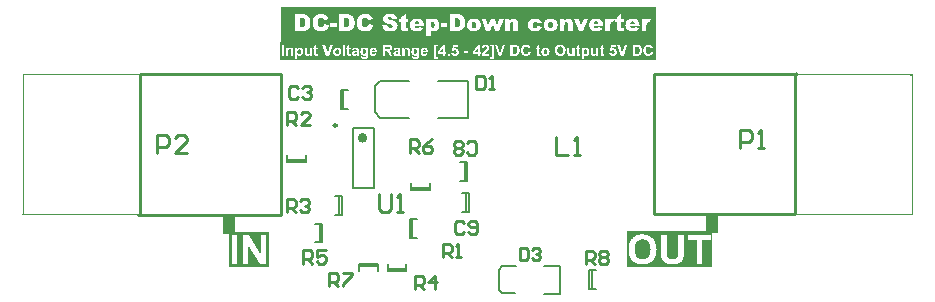
<source format=gto>
G04 Layer_Color=65535*
%FSAX25Y25*%
%MOIN*%
G70*
G01*
G75*
%ADD33C,0.00984*%
%ADD34C,0.01575*%
%ADD35C,0.01000*%
%ADD36C,0.00394*%
%ADD37C,0.00591*%
%ADD38C,0.00787*%
%ADD39C,0.00800*%
%ADD40R,0.03900X0.06500*%
G36*
X0384268Y0243000D02*
X0355800D01*
Y0254966D01*
X0384268D01*
Y0243000D01*
D02*
G37*
G36*
X0236437D02*
X0223000D01*
Y0254605D01*
X0236437D01*
Y0243000D01*
D02*
G37*
G36*
X0365400Y0318200D02*
X0365500D01*
Y0311925D01*
X0240200D01*
Y0318200D01*
X0240400D01*
Y0329766D01*
X0365400D01*
Y0318200D01*
D02*
G37*
%LPC*%
G36*
X0383769Y0253785D02*
X0376148D01*
Y0252161D01*
X0378994D01*
Y0244180D01*
X0380937D01*
Y0252161D01*
X0383769D01*
Y0253785D01*
D02*
G37*
G36*
X0361033Y0253966D02*
X0360936D01*
X0360520Y0253952D01*
X0360117Y0253910D01*
X0359770Y0253841D01*
X0359465Y0253771D01*
X0359340Y0253730D01*
X0359215Y0253702D01*
X0359118Y0253674D01*
X0359034Y0253633D01*
X0358965Y0253619D01*
X0358909Y0253591D01*
X0358882Y0253577D01*
X0358868D01*
X0358618Y0253466D01*
X0358382Y0253327D01*
X0358174Y0253175D01*
X0357993Y0253036D01*
X0357841Y0252911D01*
X0357716Y0252800D01*
X0357646Y0252730D01*
X0357632Y0252717D01*
X0357619Y0252703D01*
X0357424Y0252481D01*
X0357244Y0252245D01*
X0357091Y0252036D01*
X0356966Y0251828D01*
X0356869Y0251648D01*
X0356786Y0251509D01*
X0356772Y0251454D01*
X0356744Y0251412D01*
X0356730Y0251398D01*
Y0251384D01*
X0356592Y0250995D01*
X0356480Y0250579D01*
X0356411Y0250163D01*
X0356356Y0249774D01*
X0356342Y0249594D01*
X0356328Y0249427D01*
X0356314Y0249288D01*
Y0249163D01*
X0356300Y0249052D01*
Y0248983D01*
Y0248927D01*
Y0248914D01*
X0356314Y0248497D01*
X0356356Y0248095D01*
X0356411Y0247720D01*
X0356494Y0247373D01*
X0356592Y0247054D01*
X0356702Y0246762D01*
X0356814Y0246484D01*
X0356939Y0246249D01*
X0357049Y0246026D01*
X0357161Y0245846D01*
X0357272Y0245679D01*
X0357369Y0245541D01*
X0357452Y0245444D01*
X0357508Y0245360D01*
X0357549Y0245319D01*
X0357563Y0245305D01*
X0357813Y0245069D01*
X0358077Y0244874D01*
X0358340Y0244694D01*
X0358632Y0244555D01*
X0358909Y0244430D01*
X0359201Y0244319D01*
X0359465Y0244236D01*
X0359742Y0244167D01*
X0359992Y0244111D01*
X0360228Y0244069D01*
X0360436Y0244042D01*
X0360617Y0244028D01*
X0360755Y0244014D01*
X0360866Y0244000D01*
X0360964D01*
X0361352Y0244014D01*
X0361713Y0244056D01*
X0362060Y0244125D01*
X0362379Y0244208D01*
X0362685Y0244305D01*
X0362962Y0244416D01*
X0363212Y0244527D01*
X0363448Y0244652D01*
X0363643Y0244777D01*
X0363823Y0244888D01*
X0363976Y0244999D01*
X0364101Y0245096D01*
X0364212Y0245180D01*
X0364281Y0245249D01*
X0364323Y0245291D01*
X0364336Y0245305D01*
X0364559Y0245568D01*
X0364753Y0245846D01*
X0364933Y0246137D01*
X0365072Y0246429D01*
X0365197Y0246734D01*
X0365308Y0247040D01*
X0365391Y0247345D01*
X0365461Y0247637D01*
X0365502Y0247900D01*
X0365544Y0248164D01*
X0365572Y0248386D01*
X0365600Y0248580D01*
Y0248747D01*
X0365614Y0248872D01*
Y0248941D01*
Y0248969D01*
X0365600Y0249399D01*
X0365558Y0249802D01*
X0365502Y0250177D01*
X0365419Y0250537D01*
X0365322Y0250857D01*
X0365211Y0251162D01*
X0365100Y0251440D01*
X0364975Y0251676D01*
X0364850Y0251898D01*
X0364739Y0252092D01*
X0364628Y0252259D01*
X0364531Y0252397D01*
X0364461Y0252495D01*
X0364392Y0252578D01*
X0364350Y0252620D01*
X0364336Y0252633D01*
X0364087Y0252869D01*
X0363823Y0253078D01*
X0363545Y0253258D01*
X0363268Y0253411D01*
X0362976Y0253536D01*
X0362699Y0253647D01*
X0362421Y0253730D01*
X0362157Y0253799D01*
X0361908Y0253855D01*
X0361672Y0253896D01*
X0361463Y0253924D01*
X0361283Y0253952D01*
X0361144D01*
X0361033Y0253966D01*
D02*
G37*
G36*
X0374774Y0253785D02*
X0372831D01*
Y0248456D01*
Y0248247D01*
Y0248053D01*
X0372817Y0247872D01*
Y0247706D01*
X0372803Y0247567D01*
Y0247428D01*
X0372789Y0247303D01*
Y0247192D01*
X0372762Y0247026D01*
X0372748Y0246901D01*
X0372734Y0246831D01*
Y0246804D01*
X0372692Y0246623D01*
X0372623Y0246471D01*
X0372540Y0246332D01*
X0372456Y0246207D01*
X0372373Y0246110D01*
X0372304Y0246040D01*
X0372248Y0245999D01*
X0372234Y0245985D01*
X0372068Y0245874D01*
X0371860Y0245791D01*
X0371665Y0245735D01*
X0371457Y0245693D01*
X0371276Y0245666D01*
X0371138Y0245652D01*
X0370999D01*
X0370707Y0245666D01*
X0370458Y0245707D01*
X0370235Y0245763D01*
X0370041Y0245832D01*
X0369902Y0245888D01*
X0369791Y0245943D01*
X0369736Y0245985D01*
X0369708Y0245999D01*
X0369555Y0246137D01*
X0369430Y0246304D01*
X0369319Y0246457D01*
X0369250Y0246609D01*
X0369195Y0246748D01*
X0369153Y0246859D01*
X0369125Y0246929D01*
Y0246956D01*
X0369111Y0247040D01*
X0369097Y0247123D01*
Y0247234D01*
X0369083Y0247359D01*
X0369070Y0247623D01*
Y0247900D01*
X0369056Y0248150D01*
Y0248261D01*
Y0248372D01*
Y0248456D01*
Y0248511D01*
Y0248553D01*
Y0248567D01*
Y0253785D01*
X0367112D01*
Y0248650D01*
Y0248358D01*
X0367126Y0248081D01*
Y0247817D01*
X0367140Y0247581D01*
X0367154Y0247359D01*
X0367168Y0247165D01*
X0367182Y0246984D01*
X0367210Y0246818D01*
X0367224Y0246679D01*
X0367237Y0246554D01*
X0367251Y0246443D01*
X0367265Y0246360D01*
X0367279Y0246290D01*
Y0246249D01*
X0367293Y0246221D01*
Y0246207D01*
X0367362Y0245999D01*
X0367432Y0245804D01*
X0367529Y0245624D01*
X0367612Y0245471D01*
X0367695Y0245333D01*
X0367765Y0245221D01*
X0367820Y0245166D01*
X0367834Y0245138D01*
X0368001Y0244958D01*
X0368181Y0244791D01*
X0368376Y0244652D01*
X0368556Y0244527D01*
X0368709Y0244430D01*
X0368847Y0244361D01*
X0368931Y0244319D01*
X0368945Y0244305D01*
X0368959D01*
X0369097Y0244250D01*
X0369250Y0244208D01*
X0369597Y0244125D01*
X0369944Y0244069D01*
X0370277Y0244042D01*
X0370430Y0244028D01*
X0370583Y0244014D01*
X0370707D01*
X0370832Y0244000D01*
X0371054D01*
X0371457Y0244014D01*
X0371818Y0244042D01*
X0372137Y0244097D01*
X0372401Y0244153D01*
X0372512Y0244167D01*
X0372623Y0244194D01*
X0372706Y0244222D01*
X0372776Y0244250D01*
X0372831Y0244264D01*
X0372873Y0244278D01*
X0372887Y0244291D01*
X0372901D01*
X0373150Y0244403D01*
X0373372Y0244541D01*
X0373567Y0244666D01*
X0373733Y0244791D01*
X0373858Y0244902D01*
X0373955Y0244986D01*
X0374011Y0245041D01*
X0374025Y0245069D01*
X0374177Y0245263D01*
X0374302Y0245471D01*
X0374399Y0245666D01*
X0374483Y0245860D01*
X0374538Y0246026D01*
X0374580Y0246165D01*
X0374594Y0246207D01*
Y0246249D01*
X0374608Y0246262D01*
Y0246276D01*
X0374636Y0246429D01*
X0374663Y0246596D01*
X0374691Y0246776D01*
X0374705Y0246956D01*
X0374733Y0247373D01*
X0374760Y0247775D01*
Y0247956D01*
Y0248136D01*
X0374774Y0248303D01*
Y0248442D01*
Y0248553D01*
Y0248650D01*
Y0248705D01*
Y0248719D01*
Y0253785D01*
D02*
G37*
%LPD*%
G36*
X0361186Y0252300D02*
X0361394Y0252273D01*
X0361588Y0252245D01*
X0361769Y0252189D01*
X0362088Y0252050D01*
X0362241Y0251981D01*
X0362366Y0251912D01*
X0362491Y0251828D01*
X0362588Y0251759D01*
X0362671Y0251690D01*
X0362754Y0251620D01*
X0362810Y0251565D01*
X0362851Y0251537D01*
X0362865Y0251509D01*
X0362879Y0251495D01*
X0363004Y0251329D01*
X0363129Y0251148D01*
X0363226Y0250968D01*
X0363309Y0250760D01*
X0363434Y0250343D01*
X0363518Y0249941D01*
X0363559Y0249760D01*
X0363573Y0249580D01*
X0363587Y0249427D01*
X0363601Y0249288D01*
X0363615Y0249163D01*
Y0249080D01*
Y0249025D01*
Y0249011D01*
X0363601Y0248705D01*
X0363587Y0248414D01*
X0363545Y0248150D01*
X0363504Y0247914D01*
X0363448Y0247678D01*
X0363379Y0247470D01*
X0363309Y0247290D01*
X0363240Y0247123D01*
X0363171Y0246970D01*
X0363101Y0246845D01*
X0363046Y0246734D01*
X0362976Y0246637D01*
X0362935Y0246568D01*
X0362893Y0246526D01*
X0362879Y0246498D01*
X0362865Y0246484D01*
X0362726Y0246332D01*
X0362574Y0246207D01*
X0362407Y0246096D01*
X0362255Y0245999D01*
X0362088Y0245929D01*
X0361935Y0245860D01*
X0361630Y0245763D01*
X0361366Y0245693D01*
X0361255Y0245679D01*
X0361158Y0245666D01*
X0361075Y0245652D01*
X0360964D01*
X0360755Y0245666D01*
X0360547Y0245693D01*
X0360353Y0245735D01*
X0360173Y0245791D01*
X0359839Y0245915D01*
X0359576Y0246082D01*
X0359451Y0246151D01*
X0359354Y0246235D01*
X0359256Y0246304D01*
X0359187Y0246374D01*
X0359132Y0246415D01*
X0359090Y0246457D01*
X0359062Y0246484D01*
X0359048Y0246498D01*
X0358923Y0246665D01*
X0358798Y0246845D01*
X0358701Y0247040D01*
X0358618Y0247248D01*
X0358479Y0247650D01*
X0358396Y0248053D01*
X0358368Y0248247D01*
X0358340Y0248414D01*
X0358327Y0248580D01*
X0358313Y0248719D01*
X0358299Y0248830D01*
Y0248914D01*
Y0248969D01*
Y0248983D01*
X0358313Y0249288D01*
X0358327Y0249566D01*
X0358368Y0249830D01*
X0358410Y0250079D01*
X0358465Y0250302D01*
X0358521Y0250510D01*
X0358590Y0250690D01*
X0358660Y0250857D01*
X0358729Y0251009D01*
X0358798Y0251134D01*
X0358854Y0251232D01*
X0358909Y0251329D01*
X0358951Y0251398D01*
X0358993Y0251440D01*
X0359007Y0251467D01*
X0359020Y0251481D01*
X0359159Y0251634D01*
X0359312Y0251759D01*
X0359478Y0251870D01*
X0359631Y0251967D01*
X0359798Y0252050D01*
X0359964Y0252106D01*
X0360270Y0252217D01*
X0360547Y0252273D01*
X0360658Y0252286D01*
X0360769Y0252300D01*
X0360853Y0252314D01*
X0360964D01*
X0361186Y0252300D01*
D02*
G37*
%LPC*%
G36*
X0225943Y0253605D02*
X0224000D01*
Y0244000D01*
X0225943D01*
Y0253605D01*
D02*
G37*
G36*
X0235437D02*
X0233647D01*
Y0247137D01*
X0229677Y0253605D01*
X0227803D01*
Y0244000D01*
X0229594D01*
Y0250329D01*
X0233494Y0244000D01*
X0235437D01*
Y0253605D01*
D02*
G37*
G36*
X0263261Y0317084D02*
X0262560Y0316672D01*
Y0316145D01*
X0262239D01*
Y0315587D01*
X0262560D01*
Y0314433D01*
Y0314364D01*
Y0314306D01*
Y0314248D01*
X0262565Y0314201D01*
Y0314117D01*
X0262571Y0314048D01*
X0262576Y0313995D01*
Y0313964D01*
X0262581Y0313943D01*
Y0313937D01*
X0262592Y0313879D01*
X0262607Y0313827D01*
X0262623Y0313779D01*
X0262639Y0313742D01*
X0262655Y0313711D01*
X0262665Y0313690D01*
X0262671Y0313674D01*
X0262676Y0313669D01*
X0262707Y0313632D01*
X0262744Y0313600D01*
X0262818Y0313547D01*
X0262850Y0313532D01*
X0262876Y0313516D01*
X0262897Y0313510D01*
X0262902Y0313505D01*
X0262961Y0313484D01*
X0263018Y0313468D01*
X0263076Y0313458D01*
X0263129Y0313453D01*
X0263176Y0313447D01*
X0263213Y0313442D01*
X0263245D01*
X0263356Y0313447D01*
X0263461Y0313458D01*
X0263556Y0313474D01*
X0263635Y0313495D01*
X0263703Y0313510D01*
X0263756Y0313526D01*
X0263788Y0313537D01*
X0263793Y0313542D01*
X0263798D01*
X0263735Y0314085D01*
X0263672Y0314064D01*
X0263614Y0314048D01*
X0263566Y0314037D01*
X0263524Y0314032D01*
X0263493Y0314027D01*
X0263472Y0314022D01*
X0263451D01*
X0263403Y0314027D01*
X0263366Y0314037D01*
X0263345Y0314048D01*
X0263335Y0314053D01*
X0263303Y0314085D01*
X0263287Y0314111D01*
X0263277Y0314132D01*
X0263271Y0314143D01*
Y0314154D01*
X0263266Y0314175D01*
Y0314222D01*
Y0314285D01*
X0263261Y0314349D01*
Y0314412D01*
Y0314464D01*
Y0314486D01*
Y0314501D01*
Y0314512D01*
Y0314517D01*
Y0315587D01*
X0263740D01*
Y0316145D01*
X0263261D01*
Y0317084D01*
D02*
G37*
G36*
X0271234Y0316203D02*
X0271176D01*
X0271082Y0316198D01*
X0270992Y0316188D01*
X0270902Y0316167D01*
X0270823Y0316145D01*
X0270744Y0316119D01*
X0270676Y0316088D01*
X0270607Y0316051D01*
X0270549Y0316019D01*
X0270497Y0315982D01*
X0270449Y0315945D01*
X0270407Y0315914D01*
X0270375Y0315887D01*
X0270349Y0315866D01*
X0270328Y0315845D01*
X0270317Y0315835D01*
X0270312Y0315829D01*
X0270254Y0315756D01*
X0270201Y0315676D01*
X0270154Y0315598D01*
X0270112Y0315513D01*
X0270080Y0315423D01*
X0270054Y0315339D01*
X0270012Y0315176D01*
X0269996Y0315097D01*
X0269985Y0315028D01*
X0269980Y0314965D01*
X0269975Y0314912D01*
X0269970Y0314865D01*
Y0314828D01*
Y0314807D01*
Y0314802D01*
X0269975Y0314702D01*
X0269980Y0314601D01*
X0269996Y0314512D01*
X0270012Y0314427D01*
X0270028Y0314343D01*
X0270054Y0314269D01*
X0270075Y0314201D01*
X0270101Y0314138D01*
X0270122Y0314080D01*
X0270149Y0314032D01*
X0270170Y0313990D01*
X0270186Y0313953D01*
X0270207Y0313927D01*
X0270217Y0313906D01*
X0270222Y0313895D01*
X0270228Y0313890D01*
X0270296Y0313811D01*
X0270365Y0313742D01*
X0270444Y0313685D01*
X0270528Y0313632D01*
X0270613Y0313590D01*
X0270697Y0313553D01*
X0270781Y0313521D01*
X0270866Y0313500D01*
X0270939Y0313479D01*
X0271013Y0313468D01*
X0271082Y0313458D01*
X0271140Y0313447D01*
X0271187D01*
X0271219Y0313442D01*
X0271250D01*
X0271403Y0313453D01*
X0271545Y0313474D01*
X0271667Y0313505D01*
X0271772Y0313542D01*
X0271819Y0313563D01*
X0271856Y0313579D01*
X0271893Y0313595D01*
X0271919Y0313611D01*
X0271941Y0313627D01*
X0271962Y0313632D01*
X0271967Y0313642D01*
X0271972D01*
X0272072Y0313727D01*
X0272162Y0313816D01*
X0272236Y0313916D01*
X0272294Y0314011D01*
X0272341Y0314095D01*
X0272357Y0314132D01*
X0272373Y0314164D01*
X0272383Y0314190D01*
X0272394Y0314212D01*
X0272399Y0314222D01*
Y0314227D01*
X0271703Y0314343D01*
X0271677Y0314275D01*
X0271651Y0314212D01*
X0271624Y0314164D01*
X0271593Y0314122D01*
X0271572Y0314090D01*
X0271551Y0314069D01*
X0271535Y0314059D01*
X0271530Y0314053D01*
X0271487Y0314022D01*
X0271440Y0314001D01*
X0271392Y0313985D01*
X0271350Y0313974D01*
X0271313Y0313969D01*
X0271282Y0313964D01*
X0271255D01*
X0271171Y0313969D01*
X0271092Y0313990D01*
X0271018Y0314017D01*
X0270960Y0314048D01*
X0270913Y0314080D01*
X0270881Y0314106D01*
X0270855Y0314127D01*
X0270850Y0314132D01*
X0270797Y0314201D01*
X0270760Y0314280D01*
X0270728Y0314364D01*
X0270707Y0314438D01*
X0270697Y0314512D01*
X0270692Y0314564D01*
X0270686Y0314586D01*
Y0314601D01*
Y0314612D01*
Y0314617D01*
X0272436D01*
Y0314765D01*
X0272425Y0314896D01*
X0272410Y0315023D01*
X0272389Y0315139D01*
X0272362Y0315250D01*
X0272336Y0315345D01*
X0272304Y0315434D01*
X0272273Y0315513D01*
X0272241Y0315582D01*
X0272209Y0315645D01*
X0272183Y0315692D01*
X0272157Y0315735D01*
X0272136Y0315766D01*
X0272120Y0315792D01*
X0272109Y0315803D01*
X0272104Y0315808D01*
X0272041Y0315877D01*
X0271967Y0315940D01*
X0271893Y0315993D01*
X0271819Y0316035D01*
X0271740Y0316077D01*
X0271661Y0316109D01*
X0271587Y0316135D01*
X0271514Y0316156D01*
X0271445Y0316172D01*
X0271382Y0316182D01*
X0271324Y0316193D01*
X0271276Y0316198D01*
X0271234Y0316203D01*
D02*
G37*
G36*
X0252215Y0317084D02*
X0251514Y0316672D01*
Y0316145D01*
X0251193D01*
Y0315587D01*
X0251514D01*
Y0314433D01*
Y0314364D01*
Y0314306D01*
Y0314248D01*
X0251519Y0314201D01*
Y0314117D01*
X0251525Y0314048D01*
X0251530Y0313995D01*
Y0313964D01*
X0251535Y0313943D01*
Y0313937D01*
X0251546Y0313879D01*
X0251561Y0313827D01*
X0251577Y0313779D01*
X0251593Y0313742D01*
X0251609Y0313711D01*
X0251619Y0313690D01*
X0251625Y0313674D01*
X0251630Y0313669D01*
X0251662Y0313632D01*
X0251698Y0313600D01*
X0251772Y0313547D01*
X0251804Y0313532D01*
X0251830Y0313516D01*
X0251851Y0313510D01*
X0251857Y0313505D01*
X0251915Y0313484D01*
X0251973Y0313468D01*
X0252030Y0313458D01*
X0252083Y0313453D01*
X0252131Y0313447D01*
X0252168Y0313442D01*
X0252199D01*
X0252310Y0313447D01*
X0252415Y0313458D01*
X0252510Y0313474D01*
X0252589Y0313495D01*
X0252658Y0313510D01*
X0252710Y0313526D01*
X0252742Y0313537D01*
X0252747Y0313542D01*
X0252752D01*
X0252689Y0314085D01*
X0252626Y0314064D01*
X0252568Y0314048D01*
X0252521Y0314037D01*
X0252479Y0314032D01*
X0252447Y0314027D01*
X0252426Y0314022D01*
X0252405D01*
X0252357Y0314027D01*
X0252320Y0314037D01*
X0252299Y0314048D01*
X0252289Y0314053D01*
X0252257Y0314085D01*
X0252241Y0314111D01*
X0252231Y0314132D01*
X0252225Y0314143D01*
Y0314154D01*
X0252220Y0314175D01*
Y0314222D01*
Y0314285D01*
X0252215Y0314349D01*
Y0314412D01*
Y0314464D01*
Y0314486D01*
Y0314501D01*
Y0314512D01*
Y0314517D01*
Y0315587D01*
X0252695D01*
Y0316145D01*
X0252215D01*
Y0317084D01*
D02*
G37*
G36*
X0259250Y0316203D02*
X0259192D01*
X0259050Y0316198D01*
X0258918Y0316177D01*
X0258797Y0316151D01*
X0258692Y0316119D01*
X0258650Y0316098D01*
X0258608Y0316082D01*
X0258571Y0316072D01*
X0258544Y0316056D01*
X0258518Y0316045D01*
X0258502Y0316035D01*
X0258491Y0316030D01*
X0258486D01*
X0258376Y0315956D01*
X0258281Y0315877D01*
X0258196Y0315792D01*
X0258128Y0315713D01*
X0258075Y0315640D01*
X0258033Y0315582D01*
X0258017Y0315561D01*
X0258012Y0315545D01*
X0258001Y0315534D01*
Y0315529D01*
X0257943Y0315408D01*
X0257907Y0315286D01*
X0257875Y0315176D01*
X0257854Y0315076D01*
X0257843Y0314986D01*
X0257838Y0314949D01*
Y0314918D01*
X0257833Y0314896D01*
Y0314876D01*
Y0314865D01*
Y0314860D01*
X0257838Y0314696D01*
X0257859Y0314544D01*
X0257886Y0314412D01*
X0257901Y0314354D01*
X0257917Y0314301D01*
X0257933Y0314254D01*
X0257949Y0314212D01*
X0257964Y0314175D01*
X0257975Y0314143D01*
X0257986Y0314117D01*
X0257996Y0314101D01*
X0258001Y0314090D01*
Y0314085D01*
X0258075Y0313974D01*
X0258154Y0313879D01*
X0258239Y0313795D01*
X0258318Y0313727D01*
X0258391Y0313674D01*
X0258449Y0313637D01*
X0258470Y0313621D01*
X0258486Y0313611D01*
X0258497Y0313605D01*
X0258502D01*
X0258629Y0313553D01*
X0258750Y0313510D01*
X0258866Y0313484D01*
X0258976Y0313463D01*
X0259066Y0313453D01*
X0259103Y0313447D01*
X0259135D01*
X0259161Y0313442D01*
X0259198D01*
X0259308Y0313447D01*
X0259408Y0313458D01*
X0259509Y0313479D01*
X0259598Y0313505D01*
X0259688Y0313532D01*
X0259767Y0313563D01*
X0259841Y0313600D01*
X0259909Y0313637D01*
X0259967Y0313674D01*
X0260020Y0313711D01*
X0260067Y0313742D01*
X0260104Y0313769D01*
X0260136Y0313795D01*
X0260157Y0313816D01*
X0260167Y0313827D01*
X0260173Y0313832D01*
X0260241Y0313911D01*
X0260299Y0313990D01*
X0260352Y0314069D01*
X0260399Y0314154D01*
X0260436Y0314238D01*
X0260468Y0314322D01*
X0260494Y0314401D01*
X0260515Y0314480D01*
X0260531Y0314549D01*
X0260542Y0314617D01*
X0260552Y0314675D01*
X0260557Y0314728D01*
X0260563Y0314770D01*
Y0314802D01*
Y0314823D01*
Y0314828D01*
X0260557Y0314939D01*
X0260547Y0315044D01*
X0260526Y0315139D01*
X0260505Y0315234D01*
X0260473Y0315318D01*
X0260441Y0315403D01*
X0260404Y0315476D01*
X0260373Y0315545D01*
X0260336Y0315603D01*
X0260299Y0315661D01*
X0260267Y0315703D01*
X0260236Y0315745D01*
X0260215Y0315771D01*
X0260194Y0315798D01*
X0260183Y0315808D01*
X0260178Y0315813D01*
X0260104Y0315882D01*
X0260025Y0315940D01*
X0259946Y0315993D01*
X0259862Y0316040D01*
X0259777Y0316077D01*
X0259698Y0316109D01*
X0259619Y0316135D01*
X0259540Y0316156D01*
X0259472Y0316172D01*
X0259403Y0316182D01*
X0259345Y0316193D01*
X0259293Y0316198D01*
X0259250Y0316203D01*
D02*
G37*
G36*
X0265332D02*
X0265158D01*
X0265074Y0316193D01*
X0264989Y0316188D01*
X0264916Y0316172D01*
X0264842Y0316161D01*
X0264779Y0316145D01*
X0264721Y0316125D01*
X0264668Y0316109D01*
X0264626Y0316093D01*
X0264584Y0316072D01*
X0264552Y0316056D01*
X0264520Y0316045D01*
X0264499Y0316030D01*
X0264483Y0316024D01*
X0264478Y0316014D01*
X0264473D01*
X0264383Y0315935D01*
X0264310Y0315845D01*
X0264246Y0315750D01*
X0264194Y0315661D01*
X0264157Y0315576D01*
X0264141Y0315540D01*
X0264130Y0315508D01*
X0264120Y0315481D01*
X0264115Y0315460D01*
X0264109Y0315450D01*
Y0315445D01*
X0264737Y0315329D01*
X0264763Y0315392D01*
X0264789Y0315445D01*
X0264815Y0315492D01*
X0264847Y0315529D01*
X0264868Y0315555D01*
X0264889Y0315571D01*
X0264900Y0315582D01*
X0264905Y0315587D01*
X0264947Y0315613D01*
X0264995Y0315634D01*
X0265047Y0315645D01*
X0265095Y0315655D01*
X0265137Y0315661D01*
X0265169Y0315666D01*
X0265200D01*
X0265295Y0315661D01*
X0265374Y0315650D01*
X0265437Y0315640D01*
X0265490Y0315624D01*
X0265527Y0315603D01*
X0265553Y0315592D01*
X0265569Y0315582D01*
X0265574Y0315576D01*
X0265611Y0315540D01*
X0265638Y0315497D01*
X0265653Y0315450D01*
X0265669Y0315403D01*
X0265674Y0315355D01*
X0265680Y0315318D01*
Y0315297D01*
Y0315286D01*
Y0315218D01*
X0265643Y0315202D01*
X0265596Y0315186D01*
X0265495Y0315155D01*
X0265379Y0315128D01*
X0265269Y0315102D01*
X0265163Y0315076D01*
X0265116Y0315065D01*
X0265074Y0315060D01*
X0265042Y0315055D01*
X0265016Y0315049D01*
X0265000Y0315044D01*
X0264995D01*
X0264868Y0315018D01*
X0264752Y0314991D01*
X0264657Y0314965D01*
X0264578Y0314939D01*
X0264515Y0314912D01*
X0264473Y0314896D01*
X0264447Y0314886D01*
X0264436Y0314881D01*
X0264368Y0314844D01*
X0264310Y0314802D01*
X0264257Y0314754D01*
X0264220Y0314712D01*
X0264183Y0314675D01*
X0264162Y0314644D01*
X0264146Y0314622D01*
X0264141Y0314612D01*
X0264104Y0314544D01*
X0264078Y0314475D01*
X0264062Y0314412D01*
X0264051Y0314349D01*
X0264041Y0314296D01*
X0264036Y0314254D01*
Y0314227D01*
Y0314217D01*
X0264041Y0314154D01*
X0264046Y0314095D01*
X0264072Y0313985D01*
X0264109Y0313890D01*
X0264152Y0313811D01*
X0264194Y0313748D01*
X0264230Y0313700D01*
X0264257Y0313669D01*
X0264267Y0313663D01*
Y0313658D01*
X0264362Y0313584D01*
X0264468Y0313532D01*
X0264573Y0313495D01*
X0264679Y0313468D01*
X0264768Y0313453D01*
X0264810Y0313447D01*
X0264842D01*
X0264874Y0313442D01*
X0264910D01*
X0264995Y0313447D01*
X0265079Y0313458D01*
X0265153Y0313468D01*
X0265216Y0313484D01*
X0265269Y0313500D01*
X0265311Y0313516D01*
X0265337Y0313521D01*
X0265348Y0313526D01*
X0265422Y0313563D01*
X0265495Y0313600D01*
X0265559Y0313648D01*
X0265617Y0313690D01*
X0265664Y0313727D01*
X0265701Y0313758D01*
X0265722Y0313779D01*
X0265733Y0313785D01*
X0265738Y0313763D01*
X0265748Y0313737D01*
X0265754Y0313716D01*
X0265759Y0313711D01*
Y0313705D01*
X0265775Y0313658D01*
X0265785Y0313616D01*
X0265796Y0313579D01*
X0265806Y0313553D01*
X0265817Y0313532D01*
X0265822Y0313510D01*
X0265827Y0313505D01*
Y0313500D01*
X0266518D01*
X0266486Y0313568D01*
X0266460Y0313632D01*
X0266439Y0313690D01*
X0266418Y0313742D01*
X0266407Y0313785D01*
X0266396Y0313822D01*
X0266391Y0313843D01*
Y0313848D01*
X0266381Y0313916D01*
X0266375Y0314001D01*
X0266365Y0314085D01*
Y0314169D01*
X0266360Y0314243D01*
Y0314306D01*
Y0314333D01*
Y0314349D01*
Y0314359D01*
Y0314364D01*
X0266370Y0315181D01*
Y0315265D01*
X0266365Y0315339D01*
X0266360Y0315408D01*
X0266354Y0315471D01*
X0266349Y0315529D01*
X0266338Y0315582D01*
X0266333Y0315629D01*
X0266323Y0315666D01*
X0266312Y0315703D01*
X0266307Y0315729D01*
X0266291Y0315777D01*
X0266281Y0315798D01*
X0266275Y0315808D01*
X0266233Y0315866D01*
X0266186Y0315924D01*
X0266133Y0315972D01*
X0266075Y0316014D01*
X0266028Y0316045D01*
X0265985Y0316067D01*
X0265959Y0316082D01*
X0265954Y0316088D01*
X0265949D01*
X0265901Y0316109D01*
X0265854Y0316125D01*
X0265743Y0316156D01*
X0265627Y0316177D01*
X0265516Y0316188D01*
X0265411Y0316198D01*
X0265369D01*
X0265332Y0316203D01*
D02*
G37*
G36*
X0328651D02*
X0328593D01*
X0328451Y0316198D01*
X0328319Y0316177D01*
X0328198Y0316151D01*
X0328092Y0316119D01*
X0328050Y0316098D01*
X0328008Y0316082D01*
X0327971Y0316072D01*
X0327945Y0316056D01*
X0327919Y0316045D01*
X0327903Y0316035D01*
X0327892Y0316030D01*
X0327887D01*
X0327776Y0315956D01*
X0327681Y0315877D01*
X0327597Y0315792D01*
X0327529Y0315713D01*
X0327476Y0315640D01*
X0327434Y0315582D01*
X0327418Y0315561D01*
X0327413Y0315545D01*
X0327402Y0315534D01*
Y0315529D01*
X0327344Y0315408D01*
X0327307Y0315286D01*
X0327276Y0315176D01*
X0327255Y0315076D01*
X0327244Y0314986D01*
X0327239Y0314949D01*
Y0314918D01*
X0327233Y0314896D01*
Y0314876D01*
Y0314865D01*
Y0314860D01*
X0327239Y0314696D01*
X0327260Y0314544D01*
X0327286Y0314412D01*
X0327302Y0314354D01*
X0327318Y0314301D01*
X0327333Y0314254D01*
X0327349Y0314212D01*
X0327365Y0314175D01*
X0327376Y0314143D01*
X0327386Y0314117D01*
X0327397Y0314101D01*
X0327402Y0314090D01*
Y0314085D01*
X0327476Y0313974D01*
X0327555Y0313879D01*
X0327639Y0313795D01*
X0327718Y0313727D01*
X0327792Y0313674D01*
X0327850Y0313637D01*
X0327871Y0313621D01*
X0327887Y0313611D01*
X0327897Y0313605D01*
X0327903D01*
X0328029Y0313553D01*
X0328150Y0313510D01*
X0328266Y0313484D01*
X0328377Y0313463D01*
X0328467Y0313453D01*
X0328503Y0313447D01*
X0328535D01*
X0328561Y0313442D01*
X0328598D01*
X0328709Y0313447D01*
X0328809Y0313458D01*
X0328909Y0313479D01*
X0328999Y0313505D01*
X0329088Y0313532D01*
X0329168Y0313563D01*
X0329241Y0313600D01*
X0329310Y0313637D01*
X0329368Y0313674D01*
X0329420Y0313711D01*
X0329468Y0313742D01*
X0329505Y0313769D01*
X0329536Y0313795D01*
X0329557Y0313816D01*
X0329568Y0313827D01*
X0329573Y0313832D01*
X0329642Y0313911D01*
X0329700Y0313990D01*
X0329752Y0314069D01*
X0329800Y0314154D01*
X0329837Y0314238D01*
X0329868Y0314322D01*
X0329895Y0314401D01*
X0329916Y0314480D01*
X0329932Y0314549D01*
X0329942Y0314617D01*
X0329953Y0314675D01*
X0329958Y0314728D01*
X0329963Y0314770D01*
Y0314802D01*
Y0314823D01*
Y0314828D01*
X0329958Y0314939D01*
X0329947Y0315044D01*
X0329926Y0315139D01*
X0329905Y0315234D01*
X0329874Y0315318D01*
X0329842Y0315403D01*
X0329805Y0315476D01*
X0329773Y0315545D01*
X0329737Y0315603D01*
X0329700Y0315661D01*
X0329668Y0315703D01*
X0329637Y0315745D01*
X0329615Y0315771D01*
X0329594Y0315798D01*
X0329584Y0315808D01*
X0329578Y0315813D01*
X0329505Y0315882D01*
X0329426Y0315940D01*
X0329347Y0315993D01*
X0329262Y0316040D01*
X0329178Y0316077D01*
X0329099Y0316109D01*
X0329020Y0316135D01*
X0328941Y0316156D01*
X0328872Y0316172D01*
X0328804Y0316182D01*
X0328746Y0316193D01*
X0328693Y0316198D01*
X0328651Y0316203D01*
D02*
G37*
G36*
X0288230D02*
X0288172D01*
X0288077Y0316198D01*
X0287988Y0316188D01*
X0287898Y0316167D01*
X0287819Y0316145D01*
X0287740Y0316119D01*
X0287671Y0316088D01*
X0287603Y0316051D01*
X0287545Y0316019D01*
X0287492Y0315982D01*
X0287445Y0315945D01*
X0287403Y0315914D01*
X0287371Y0315887D01*
X0287345Y0315866D01*
X0287324Y0315845D01*
X0287313Y0315835D01*
X0287308Y0315829D01*
X0287250Y0315756D01*
X0287197Y0315676D01*
X0287150Y0315598D01*
X0287108Y0315513D01*
X0287076Y0315423D01*
X0287050Y0315339D01*
X0287007Y0315176D01*
X0286992Y0315097D01*
X0286981Y0315028D01*
X0286976Y0314965D01*
X0286971Y0314912D01*
X0286965Y0314865D01*
Y0314828D01*
Y0314807D01*
Y0314802D01*
X0286971Y0314702D01*
X0286976Y0314601D01*
X0286992Y0314512D01*
X0287007Y0314427D01*
X0287023Y0314343D01*
X0287050Y0314269D01*
X0287071Y0314201D01*
X0287097Y0314138D01*
X0287118Y0314080D01*
X0287144Y0314032D01*
X0287166Y0313990D01*
X0287181Y0313953D01*
X0287203Y0313927D01*
X0287213Y0313906D01*
X0287218Y0313895D01*
X0287224Y0313890D01*
X0287292Y0313811D01*
X0287361Y0313742D01*
X0287440Y0313685D01*
X0287524Y0313632D01*
X0287608Y0313590D01*
X0287693Y0313553D01*
X0287777Y0313521D01*
X0287861Y0313500D01*
X0287935Y0313479D01*
X0288009Y0313468D01*
X0288077Y0313458D01*
X0288135Y0313447D01*
X0288183D01*
X0288214Y0313442D01*
X0288246D01*
X0288399Y0313453D01*
X0288541Y0313474D01*
X0288662Y0313505D01*
X0288768Y0313542D01*
X0288815Y0313563D01*
X0288852Y0313579D01*
X0288889Y0313595D01*
X0288915Y0313611D01*
X0288936Y0313627D01*
X0288957Y0313632D01*
X0288963Y0313642D01*
X0288968D01*
X0289068Y0313727D01*
X0289158Y0313816D01*
X0289231Y0313916D01*
X0289289Y0314011D01*
X0289337Y0314095D01*
X0289353Y0314132D01*
X0289368Y0314164D01*
X0289379Y0314190D01*
X0289389Y0314212D01*
X0289395Y0314222D01*
Y0314227D01*
X0288699Y0314343D01*
X0288673Y0314275D01*
X0288647Y0314212D01*
X0288620Y0314164D01*
X0288589Y0314122D01*
X0288567Y0314090D01*
X0288546Y0314069D01*
X0288530Y0314059D01*
X0288525Y0314053D01*
X0288483Y0314022D01*
X0288436Y0314001D01*
X0288388Y0313985D01*
X0288346Y0313974D01*
X0288309Y0313969D01*
X0288278Y0313964D01*
X0288251D01*
X0288167Y0313969D01*
X0288088Y0313990D01*
X0288014Y0314017D01*
X0287956Y0314048D01*
X0287909Y0314080D01*
X0287877Y0314106D01*
X0287851Y0314127D01*
X0287845Y0314132D01*
X0287793Y0314201D01*
X0287756Y0314280D01*
X0287724Y0314364D01*
X0287703Y0314438D01*
X0287693Y0314512D01*
X0287687Y0314564D01*
X0287682Y0314586D01*
Y0314601D01*
Y0314612D01*
Y0314617D01*
X0289432D01*
Y0314765D01*
X0289421Y0314896D01*
X0289405Y0315023D01*
X0289384Y0315139D01*
X0289358Y0315250D01*
X0289332Y0315345D01*
X0289300Y0315434D01*
X0289268Y0315513D01*
X0289237Y0315582D01*
X0289205Y0315645D01*
X0289179Y0315692D01*
X0289152Y0315735D01*
X0289131Y0315766D01*
X0289116Y0315792D01*
X0289105Y0315803D01*
X0289100Y0315808D01*
X0289036Y0315877D01*
X0288963Y0315940D01*
X0288889Y0315993D01*
X0288815Y0316035D01*
X0288736Y0316077D01*
X0288657Y0316109D01*
X0288583Y0316135D01*
X0288509Y0316156D01*
X0288441Y0316172D01*
X0288378Y0316182D01*
X0288320Y0316193D01*
X0288272Y0316198D01*
X0288230Y0316203D01*
D02*
G37*
G36*
X0326432Y0317084D02*
X0325731Y0316672D01*
Y0316145D01*
X0325410D01*
Y0315587D01*
X0325731D01*
Y0314433D01*
Y0314364D01*
Y0314306D01*
Y0314248D01*
X0325737Y0314201D01*
Y0314117D01*
X0325742Y0314048D01*
X0325747Y0313995D01*
Y0313964D01*
X0325752Y0313943D01*
Y0313937D01*
X0325763Y0313879D01*
X0325779Y0313827D01*
X0325795Y0313779D01*
X0325811Y0313742D01*
X0325826Y0313711D01*
X0325837Y0313690D01*
X0325842Y0313674D01*
X0325847Y0313669D01*
X0325879Y0313632D01*
X0325916Y0313600D01*
X0325990Y0313547D01*
X0326021Y0313532D01*
X0326048Y0313516D01*
X0326069Y0313510D01*
X0326074Y0313505D01*
X0326132Y0313484D01*
X0326190Y0313468D01*
X0326248Y0313458D01*
X0326301Y0313453D01*
X0326348Y0313447D01*
X0326385Y0313442D01*
X0326417D01*
X0326527Y0313447D01*
X0326633Y0313458D01*
X0326728Y0313474D01*
X0326806Y0313495D01*
X0326875Y0313510D01*
X0326928Y0313526D01*
X0326959Y0313537D01*
X0326965Y0313542D01*
X0326970D01*
X0326907Y0314085D01*
X0326843Y0314064D01*
X0326785Y0314048D01*
X0326738Y0314037D01*
X0326696Y0314032D01*
X0326664Y0314027D01*
X0326643Y0314022D01*
X0326622D01*
X0326575Y0314027D01*
X0326538Y0314037D01*
X0326517Y0314048D01*
X0326506Y0314053D01*
X0326474Y0314085D01*
X0326459Y0314111D01*
X0326448Y0314132D01*
X0326443Y0314143D01*
Y0314154D01*
X0326438Y0314175D01*
Y0314222D01*
Y0314285D01*
X0326432Y0314349D01*
Y0314412D01*
Y0314464D01*
Y0314486D01*
Y0314501D01*
Y0314512D01*
Y0314517D01*
Y0315587D01*
X0326912D01*
Y0316145D01*
X0326432D01*
Y0317084D01*
D02*
G37*
G36*
X0257627Y0317147D02*
X0256842D01*
X0255951Y0314449D01*
X0255024Y0317147D01*
X0254228D01*
X0255535Y0313500D01*
X0256331D01*
X0257627Y0317147D01*
D02*
G37*
G36*
X0268036Y0316203D02*
X0268014D01*
X0267930Y0316198D01*
X0267846Y0316188D01*
X0267767Y0316172D01*
X0267688Y0316151D01*
X0267556Y0316093D01*
X0267493Y0316061D01*
X0267440Y0316030D01*
X0267387Y0315993D01*
X0267345Y0315961D01*
X0267308Y0315935D01*
X0267277Y0315908D01*
X0267250Y0315882D01*
X0267234Y0315866D01*
X0267224Y0315856D01*
X0267219Y0315850D01*
X0267161Y0315782D01*
X0267113Y0315708D01*
X0267071Y0315624D01*
X0267034Y0315545D01*
X0267008Y0315460D01*
X0266982Y0315376D01*
X0266945Y0315208D01*
X0266929Y0315134D01*
X0266918Y0315060D01*
X0266913Y0314997D01*
X0266908Y0314944D01*
X0266902Y0314896D01*
Y0314865D01*
Y0314839D01*
Y0314833D01*
X0266908Y0314738D01*
X0266913Y0314644D01*
X0266939Y0314475D01*
X0266960Y0314396D01*
X0266982Y0314322D01*
X0267003Y0314254D01*
X0267024Y0314196D01*
X0267045Y0314138D01*
X0267066Y0314090D01*
X0267087Y0314048D01*
X0267108Y0314011D01*
X0267124Y0313985D01*
X0267134Y0313964D01*
X0267145Y0313953D01*
Y0313948D01*
X0267208Y0313869D01*
X0267271Y0313800D01*
X0267340Y0313742D01*
X0267408Y0313690D01*
X0267477Y0313648D01*
X0267551Y0313611D01*
X0267619Y0313579D01*
X0267682Y0313558D01*
X0267746Y0313537D01*
X0267804Y0313526D01*
X0267856Y0313516D01*
X0267899Y0313505D01*
X0267935D01*
X0267967Y0313500D01*
X0267988D01*
X0268078Y0313505D01*
X0268162Y0313521D01*
X0268241Y0313542D01*
X0268315Y0313568D01*
X0268446Y0313637D01*
X0268510Y0313674D01*
X0268563Y0313716D01*
X0268610Y0313753D01*
X0268657Y0313790D01*
X0268694Y0313827D01*
X0268721Y0313858D01*
X0268747Y0313890D01*
X0268763Y0313911D01*
X0268773Y0313922D01*
X0268779Y0313927D01*
Y0313542D01*
Y0313463D01*
X0268773Y0313395D01*
X0268768Y0313342D01*
X0268763Y0313300D01*
X0268752Y0313263D01*
X0268747Y0313242D01*
X0268742Y0313231D01*
Y0313226D01*
X0268721Y0313184D01*
X0268700Y0313147D01*
X0268678Y0313115D01*
X0268657Y0313089D01*
X0268636Y0313068D01*
X0268620Y0313057D01*
X0268610Y0313052D01*
X0268605Y0313047D01*
X0268547Y0313020D01*
X0268483Y0312999D01*
X0268415Y0312983D01*
X0268346Y0312973D01*
X0268288Y0312968D01*
X0268241Y0312963D01*
X0268194D01*
X0268120Y0312968D01*
X0268057Y0312973D01*
X0268004Y0312989D01*
X0267962Y0313005D01*
X0267925Y0313015D01*
X0267904Y0313031D01*
X0267888Y0313036D01*
X0267883Y0313041D01*
X0267856Y0313063D01*
X0267835Y0313094D01*
X0267809Y0313158D01*
X0267804Y0313184D01*
X0267798Y0313210D01*
X0267793Y0313226D01*
Y0313231D01*
X0266992Y0313326D01*
X0266987Y0313295D01*
Y0313268D01*
Y0313247D01*
Y0313242D01*
X0266992Y0313178D01*
X0266997Y0313115D01*
X0267029Y0312999D01*
X0267076Y0312899D01*
X0267129Y0312815D01*
X0267177Y0312746D01*
X0267224Y0312699D01*
X0267255Y0312667D01*
X0267261Y0312662D01*
X0267266Y0312657D01*
X0267324Y0312615D01*
X0267387Y0312583D01*
X0267461Y0312551D01*
X0267535Y0312525D01*
X0267693Y0312483D01*
X0267851Y0312456D01*
X0267925Y0312446D01*
X0267993Y0312436D01*
X0268057Y0312430D01*
X0268109D01*
X0268157Y0312425D01*
X0268220D01*
X0268346Y0312430D01*
X0268462Y0312436D01*
X0268563Y0312451D01*
X0268652Y0312467D01*
X0268721Y0312478D01*
X0268768Y0312493D01*
X0268800Y0312499D01*
X0268810Y0312504D01*
X0268895Y0312536D01*
X0268968Y0312567D01*
X0269032Y0312604D01*
X0269084Y0312636D01*
X0269121Y0312662D01*
X0269153Y0312688D01*
X0269174Y0312704D01*
X0269179Y0312709D01*
X0269232Y0312762D01*
X0269274Y0312820D01*
X0269311Y0312883D01*
X0269342Y0312941D01*
X0269369Y0312994D01*
X0269385Y0313036D01*
X0269395Y0313063D01*
X0269400Y0313073D01*
X0269416Y0313121D01*
X0269427Y0313168D01*
X0269448Y0313279D01*
X0269458Y0313395D01*
X0269469Y0313510D01*
X0269474Y0313611D01*
X0269479Y0313653D01*
Y0313695D01*
Y0313727D01*
Y0313748D01*
Y0313763D01*
Y0313769D01*
Y0316145D01*
X0268826D01*
Y0315766D01*
X0268763Y0315845D01*
X0268700Y0315908D01*
X0268631Y0315972D01*
X0268563Y0316019D01*
X0268494Y0316061D01*
X0268425Y0316098D01*
X0268362Y0316125D01*
X0268299Y0316151D01*
X0268241Y0316167D01*
X0268188Y0316182D01*
X0268136Y0316188D01*
X0268099Y0316198D01*
X0268062D01*
X0268036Y0316203D01*
D02*
G37*
G36*
X0285031D02*
X0285010D01*
X0284926Y0316198D01*
X0284841Y0316188D01*
X0284763Y0316172D01*
X0284683Y0316151D01*
X0284552Y0316093D01*
X0284488Y0316061D01*
X0284436Y0316030D01*
X0284383Y0315993D01*
X0284341Y0315961D01*
X0284304Y0315935D01*
X0284272Y0315908D01*
X0284246Y0315882D01*
X0284230Y0315866D01*
X0284220Y0315856D01*
X0284214Y0315850D01*
X0284156Y0315782D01*
X0284109Y0315708D01*
X0284067Y0315624D01*
X0284030Y0315545D01*
X0284004Y0315460D01*
X0283977Y0315376D01*
X0283940Y0315208D01*
X0283925Y0315134D01*
X0283914Y0315060D01*
X0283909Y0314997D01*
X0283904Y0314944D01*
X0283898Y0314896D01*
Y0314865D01*
Y0314839D01*
Y0314833D01*
X0283904Y0314738D01*
X0283909Y0314644D01*
X0283935Y0314475D01*
X0283956Y0314396D01*
X0283977Y0314322D01*
X0283998Y0314254D01*
X0284019Y0314196D01*
X0284040Y0314138D01*
X0284062Y0314090D01*
X0284083Y0314048D01*
X0284104Y0314011D01*
X0284120Y0313985D01*
X0284130Y0313964D01*
X0284141Y0313953D01*
Y0313948D01*
X0284204Y0313869D01*
X0284267Y0313800D01*
X0284336Y0313742D01*
X0284404Y0313690D01*
X0284473Y0313648D01*
X0284546Y0313611D01*
X0284615Y0313579D01*
X0284678Y0313558D01*
X0284741Y0313537D01*
X0284799Y0313526D01*
X0284852Y0313516D01*
X0284894Y0313505D01*
X0284931D01*
X0284963Y0313500D01*
X0284984D01*
X0285073Y0313505D01*
X0285158Y0313521D01*
X0285237Y0313542D01*
X0285311Y0313568D01*
X0285442Y0313637D01*
X0285506Y0313674D01*
X0285558Y0313716D01*
X0285606Y0313753D01*
X0285653Y0313790D01*
X0285690Y0313827D01*
X0285716Y0313858D01*
X0285743Y0313890D01*
X0285758Y0313911D01*
X0285769Y0313922D01*
X0285774Y0313927D01*
Y0313542D01*
Y0313463D01*
X0285769Y0313395D01*
X0285764Y0313342D01*
X0285758Y0313300D01*
X0285748Y0313263D01*
X0285743Y0313242D01*
X0285737Y0313231D01*
Y0313226D01*
X0285716Y0313184D01*
X0285695Y0313147D01*
X0285674Y0313115D01*
X0285653Y0313089D01*
X0285632Y0313068D01*
X0285616Y0313057D01*
X0285606Y0313052D01*
X0285600Y0313047D01*
X0285542Y0313020D01*
X0285479Y0312999D01*
X0285411Y0312983D01*
X0285342Y0312973D01*
X0285284Y0312968D01*
X0285237Y0312963D01*
X0285189D01*
X0285116Y0312968D01*
X0285052Y0312973D01*
X0285000Y0312989D01*
X0284958Y0313005D01*
X0284921Y0313015D01*
X0284899Y0313031D01*
X0284884Y0313036D01*
X0284878Y0313041D01*
X0284852Y0313063D01*
X0284831Y0313094D01*
X0284805Y0313158D01*
X0284799Y0313184D01*
X0284794Y0313210D01*
X0284789Y0313226D01*
Y0313231D01*
X0283988Y0313326D01*
X0283982Y0313295D01*
Y0313268D01*
Y0313247D01*
Y0313242D01*
X0283988Y0313178D01*
X0283993Y0313115D01*
X0284025Y0312999D01*
X0284072Y0312899D01*
X0284125Y0312815D01*
X0284172Y0312746D01*
X0284220Y0312699D01*
X0284251Y0312667D01*
X0284257Y0312662D01*
X0284262Y0312657D01*
X0284320Y0312615D01*
X0284383Y0312583D01*
X0284457Y0312551D01*
X0284531Y0312525D01*
X0284689Y0312483D01*
X0284847Y0312456D01*
X0284921Y0312446D01*
X0284989Y0312436D01*
X0285052Y0312430D01*
X0285105D01*
X0285152Y0312425D01*
X0285216D01*
X0285342Y0312430D01*
X0285458Y0312436D01*
X0285558Y0312451D01*
X0285648Y0312467D01*
X0285716Y0312478D01*
X0285764Y0312493D01*
X0285795Y0312499D01*
X0285806Y0312504D01*
X0285890Y0312536D01*
X0285964Y0312567D01*
X0286027Y0312604D01*
X0286080Y0312636D01*
X0286117Y0312662D01*
X0286149Y0312688D01*
X0286170Y0312704D01*
X0286175Y0312709D01*
X0286227Y0312762D01*
X0286270Y0312820D01*
X0286307Y0312883D01*
X0286338Y0312941D01*
X0286365Y0312994D01*
X0286380Y0313036D01*
X0286391Y0313063D01*
X0286396Y0313073D01*
X0286412Y0313121D01*
X0286422Y0313168D01*
X0286444Y0313279D01*
X0286454Y0313395D01*
X0286465Y0313510D01*
X0286470Y0313611D01*
X0286475Y0313653D01*
Y0313695D01*
Y0313727D01*
Y0313748D01*
Y0313763D01*
Y0313769D01*
Y0316145D01*
X0285822D01*
Y0315766D01*
X0285758Y0315845D01*
X0285695Y0315908D01*
X0285627Y0315972D01*
X0285558Y0316019D01*
X0285490Y0316061D01*
X0285421Y0316098D01*
X0285358Y0316125D01*
X0285295Y0316151D01*
X0285237Y0316167D01*
X0285184Y0316182D01*
X0285131Y0316188D01*
X0285094Y0316198D01*
X0285058D01*
X0285031Y0316203D01*
D02*
G37*
G36*
X0292662Y0317147D02*
X0291424D01*
Y0312472D01*
X0292662D01*
Y0313020D01*
X0292088D01*
Y0316599D01*
X0292662D01*
Y0317147D01*
D02*
G37*
G36*
X0311371D02*
X0310132D01*
Y0316604D01*
X0310707D01*
Y0313020D01*
X0310132D01*
Y0312472D01*
X0311371D01*
Y0317147D01*
D02*
G37*
G36*
X0355913D02*
X0355128D01*
X0354237Y0314449D01*
X0353309Y0317147D01*
X0352514D01*
X0353821Y0313500D01*
X0354616D01*
X0355913Y0317147D01*
D02*
G37*
G36*
X0315139D02*
X0314353D01*
X0313463Y0314449D01*
X0312535Y0317147D01*
X0311740D01*
X0313047Y0313500D01*
X0313842D01*
X0315139Y0317147D01*
D02*
G37*
G36*
X0333578Y0317215D02*
X0333542D01*
X0333383Y0317210D01*
X0333231Y0317194D01*
X0333099Y0317168D01*
X0332983Y0317142D01*
X0332936Y0317126D01*
X0332888Y0317115D01*
X0332851Y0317105D01*
X0332820Y0317089D01*
X0332793Y0317084D01*
X0332772Y0317073D01*
X0332762Y0317068D01*
X0332756D01*
X0332662Y0317026D01*
X0332572Y0316973D01*
X0332493Y0316915D01*
X0332424Y0316862D01*
X0332366Y0316815D01*
X0332319Y0316773D01*
X0332293Y0316746D01*
X0332287Y0316741D01*
X0332282Y0316736D01*
X0332208Y0316652D01*
X0332140Y0316562D01*
X0332082Y0316483D01*
X0332034Y0316404D01*
X0331997Y0316335D01*
X0331966Y0316283D01*
X0331961Y0316262D01*
X0331950Y0316246D01*
X0331945Y0316240D01*
Y0316235D01*
X0331892Y0316088D01*
X0331850Y0315930D01*
X0331824Y0315771D01*
X0331803Y0315624D01*
X0331797Y0315555D01*
X0331792Y0315492D01*
X0331787Y0315439D01*
Y0315392D01*
X0331781Y0315350D01*
Y0315323D01*
Y0315302D01*
Y0315297D01*
X0331787Y0315139D01*
X0331803Y0314986D01*
X0331824Y0314844D01*
X0331855Y0314712D01*
X0331892Y0314591D01*
X0331934Y0314480D01*
X0331976Y0314375D01*
X0332024Y0314285D01*
X0332066Y0314201D01*
X0332108Y0314132D01*
X0332150Y0314069D01*
X0332187Y0314017D01*
X0332219Y0313980D01*
X0332240Y0313948D01*
X0332256Y0313932D01*
X0332261Y0313927D01*
X0332356Y0313837D01*
X0332456Y0313763D01*
X0332556Y0313695D01*
X0332667Y0313642D01*
X0332772Y0313595D01*
X0332883Y0313553D01*
X0332983Y0313521D01*
X0333088Y0313495D01*
X0333183Y0313474D01*
X0333273Y0313458D01*
X0333352Y0313447D01*
X0333420Y0313442D01*
X0333473Y0313437D01*
X0333515Y0313432D01*
X0333552D01*
X0333700Y0313437D01*
X0333837Y0313453D01*
X0333968Y0313479D01*
X0334090Y0313510D01*
X0334206Y0313547D01*
X0334311Y0313590D01*
X0334406Y0313632D01*
X0334495Y0313679D01*
X0334569Y0313727D01*
X0334638Y0313769D01*
X0334696Y0313811D01*
X0334743Y0313848D01*
X0334785Y0313879D01*
X0334812Y0313906D01*
X0334827Y0313922D01*
X0334833Y0313927D01*
X0334917Y0314027D01*
X0334991Y0314132D01*
X0335059Y0314243D01*
X0335112Y0314354D01*
X0335159Y0314470D01*
X0335202Y0314586D01*
X0335233Y0314702D01*
X0335260Y0314812D01*
X0335275Y0314912D01*
X0335291Y0315013D01*
X0335302Y0315097D01*
X0335312Y0315171D01*
Y0315234D01*
X0335318Y0315281D01*
Y0315308D01*
Y0315318D01*
X0335312Y0315481D01*
X0335297Y0315634D01*
X0335275Y0315777D01*
X0335244Y0315914D01*
X0335207Y0316035D01*
X0335165Y0316151D01*
X0335123Y0316256D01*
X0335075Y0316346D01*
X0335028Y0316430D01*
X0334986Y0316504D01*
X0334943Y0316567D01*
X0334907Y0316620D01*
X0334880Y0316657D01*
X0334854Y0316688D01*
X0334838Y0316704D01*
X0334833Y0316709D01*
X0334738Y0316799D01*
X0334638Y0316878D01*
X0334532Y0316947D01*
X0334427Y0317005D01*
X0334316Y0317052D01*
X0334211Y0317094D01*
X0334105Y0317126D01*
X0334005Y0317152D01*
X0333910Y0317173D01*
X0333821Y0317189D01*
X0333742Y0317199D01*
X0333673Y0317210D01*
X0333621D01*
X0333578Y0317215D01*
D02*
G37*
G36*
X0302918Y0315176D02*
X0301542D01*
Y0314475D01*
X0302918D01*
Y0315176D01*
D02*
G37*
G36*
X0359159Y0317147D02*
X0357704D01*
Y0313500D01*
X0359085D01*
X0359228Y0313505D01*
X0359359Y0313510D01*
X0359470Y0313521D01*
X0359560Y0313537D01*
X0359633Y0313553D01*
X0359691Y0313563D01*
X0359707Y0313568D01*
X0359723D01*
X0359728Y0313574D01*
X0359734D01*
X0359849Y0313616D01*
X0359955Y0313663D01*
X0360039Y0313711D01*
X0360113Y0313758D01*
X0360171Y0313800D01*
X0360213Y0313832D01*
X0360239Y0313853D01*
X0360250Y0313864D01*
X0360339Y0313964D01*
X0360419Y0314069D01*
X0360487Y0314180D01*
X0360540Y0314280D01*
X0360582Y0314375D01*
X0360603Y0314412D01*
X0360614Y0314443D01*
X0360624Y0314475D01*
X0360635Y0314496D01*
X0360640Y0314507D01*
Y0314512D01*
X0360677Y0314638D01*
X0360708Y0314770D01*
X0360730Y0314896D01*
X0360740Y0315018D01*
X0360745Y0315076D01*
X0360751Y0315128D01*
Y0315171D01*
X0360756Y0315213D01*
Y0315244D01*
Y0315265D01*
Y0315281D01*
Y0315286D01*
X0360751Y0315471D01*
X0360735Y0315634D01*
X0360730Y0315713D01*
X0360719Y0315782D01*
X0360708Y0315850D01*
X0360698Y0315908D01*
X0360682Y0315961D01*
X0360671Y0316008D01*
X0360661Y0316051D01*
X0360656Y0316082D01*
X0360645Y0316109D01*
X0360640Y0316130D01*
X0360635Y0316140D01*
Y0316145D01*
X0360587Y0316272D01*
X0360529Y0316388D01*
X0360471Y0316488D01*
X0360413Y0316572D01*
X0360366Y0316641D01*
X0360324Y0316694D01*
X0360297Y0316725D01*
X0360292Y0316736D01*
X0360287D01*
X0360197Y0316820D01*
X0360108Y0316889D01*
X0360013Y0316947D01*
X0359928Y0316994D01*
X0359855Y0317031D01*
X0359791Y0317057D01*
X0359770Y0317062D01*
X0359755Y0317068D01*
X0359744Y0317073D01*
X0359739D01*
X0359639Y0317099D01*
X0359528Y0317115D01*
X0359412Y0317131D01*
X0359301Y0317136D01*
X0359201Y0317142D01*
X0359159Y0317147D01*
D02*
G37*
G36*
X0318385D02*
X0316931D01*
Y0313500D01*
X0318311D01*
X0318454Y0313505D01*
X0318585Y0313510D01*
X0318696Y0313521D01*
X0318786Y0313537D01*
X0318859Y0313553D01*
X0318917Y0313563D01*
X0318933Y0313568D01*
X0318949D01*
X0318954Y0313574D01*
X0318959D01*
X0319075Y0313616D01*
X0319181Y0313663D01*
X0319265Y0313711D01*
X0319339Y0313758D01*
X0319397Y0313800D01*
X0319439Y0313832D01*
X0319465Y0313853D01*
X0319476Y0313864D01*
X0319566Y0313964D01*
X0319645Y0314069D01*
X0319713Y0314180D01*
X0319766Y0314280D01*
X0319808Y0314375D01*
X0319829Y0314412D01*
X0319840Y0314443D01*
X0319850Y0314475D01*
X0319861Y0314496D01*
X0319866Y0314507D01*
Y0314512D01*
X0319903Y0314638D01*
X0319935Y0314770D01*
X0319955Y0314896D01*
X0319966Y0315018D01*
X0319971Y0315076D01*
X0319977Y0315128D01*
Y0315171D01*
X0319982Y0315213D01*
Y0315244D01*
Y0315265D01*
Y0315281D01*
Y0315286D01*
X0319977Y0315471D01*
X0319961Y0315634D01*
X0319955Y0315713D01*
X0319945Y0315782D01*
X0319935Y0315850D01*
X0319924Y0315908D01*
X0319908Y0315961D01*
X0319898Y0316008D01*
X0319887Y0316051D01*
X0319882Y0316082D01*
X0319871Y0316109D01*
X0319866Y0316130D01*
X0319861Y0316140D01*
Y0316145D01*
X0319813Y0316272D01*
X0319755Y0316388D01*
X0319697Y0316488D01*
X0319639Y0316572D01*
X0319592Y0316641D01*
X0319550Y0316694D01*
X0319523Y0316725D01*
X0319518Y0316736D01*
X0319513D01*
X0319423Y0316820D01*
X0319334Y0316889D01*
X0319239Y0316947D01*
X0319155Y0316994D01*
X0319081Y0317031D01*
X0319018Y0317057D01*
X0318996Y0317062D01*
X0318981Y0317068D01*
X0318970Y0317073D01*
X0318965D01*
X0318865Y0317099D01*
X0318754Y0317115D01*
X0318638Y0317131D01*
X0318527Y0317136D01*
X0318427Y0317142D01*
X0318385Y0317147D01*
D02*
G37*
G36*
X0261806D02*
X0261105D01*
Y0313500D01*
X0261806D01*
Y0317147D01*
D02*
G37*
G36*
X0279213Y0316203D02*
X0279039D01*
X0278955Y0316193D01*
X0278871Y0316188D01*
X0278797Y0316172D01*
X0278723Y0316161D01*
X0278660Y0316145D01*
X0278602Y0316125D01*
X0278549Y0316109D01*
X0278507Y0316093D01*
X0278465Y0316072D01*
X0278433Y0316056D01*
X0278402Y0316045D01*
X0278380Y0316030D01*
X0278365Y0316024D01*
X0278359Y0316014D01*
X0278354D01*
X0278265Y0315935D01*
X0278191Y0315845D01*
X0278128Y0315750D01*
X0278075Y0315661D01*
X0278038Y0315576D01*
X0278022Y0315540D01*
X0278012Y0315508D01*
X0278001Y0315481D01*
X0277996Y0315460D01*
X0277991Y0315450D01*
Y0315445D01*
X0278618Y0315329D01*
X0278644Y0315392D01*
X0278670Y0315445D01*
X0278697Y0315492D01*
X0278728Y0315529D01*
X0278749Y0315555D01*
X0278770Y0315571D01*
X0278781Y0315582D01*
X0278786Y0315587D01*
X0278829Y0315613D01*
X0278876Y0315634D01*
X0278929Y0315645D01*
X0278976Y0315655D01*
X0279018Y0315661D01*
X0279050Y0315666D01*
X0279081D01*
X0279176Y0315661D01*
X0279255Y0315650D01*
X0279319Y0315640D01*
X0279371Y0315624D01*
X0279408Y0315603D01*
X0279434Y0315592D01*
X0279450Y0315582D01*
X0279456Y0315576D01*
X0279492Y0315540D01*
X0279519Y0315497D01*
X0279535Y0315450D01*
X0279550Y0315403D01*
X0279556Y0315355D01*
X0279561Y0315318D01*
Y0315297D01*
Y0315286D01*
Y0315218D01*
X0279524Y0315202D01*
X0279477Y0315186D01*
X0279377Y0315155D01*
X0279261Y0315128D01*
X0279150Y0315102D01*
X0279045Y0315076D01*
X0278997Y0315065D01*
X0278955Y0315060D01*
X0278923Y0315055D01*
X0278897Y0315049D01*
X0278881Y0315044D01*
X0278876D01*
X0278749Y0315018D01*
X0278633Y0314991D01*
X0278539Y0314965D01*
X0278460Y0314939D01*
X0278396Y0314912D01*
X0278354Y0314896D01*
X0278328Y0314886D01*
X0278317Y0314881D01*
X0278249Y0314844D01*
X0278191Y0314802D01*
X0278138Y0314754D01*
X0278101Y0314712D01*
X0278064Y0314675D01*
X0278043Y0314644D01*
X0278027Y0314622D01*
X0278022Y0314612D01*
X0277985Y0314544D01*
X0277959Y0314475D01*
X0277943Y0314412D01*
X0277933Y0314349D01*
X0277922Y0314296D01*
X0277917Y0314254D01*
Y0314227D01*
Y0314217D01*
X0277922Y0314154D01*
X0277927Y0314095D01*
X0277954Y0313985D01*
X0277991Y0313890D01*
X0278033Y0313811D01*
X0278075Y0313748D01*
X0278112Y0313700D01*
X0278138Y0313669D01*
X0278149Y0313663D01*
Y0313658D01*
X0278243Y0313584D01*
X0278349Y0313532D01*
X0278454Y0313495D01*
X0278560Y0313468D01*
X0278649Y0313453D01*
X0278691Y0313447D01*
X0278723D01*
X0278755Y0313442D01*
X0278792D01*
X0278876Y0313447D01*
X0278960Y0313458D01*
X0279034Y0313468D01*
X0279097Y0313484D01*
X0279150Y0313500D01*
X0279192Y0313516D01*
X0279218Y0313521D01*
X0279229Y0313526D01*
X0279303Y0313563D01*
X0279377Y0313600D01*
X0279440Y0313648D01*
X0279498Y0313690D01*
X0279545Y0313727D01*
X0279582Y0313758D01*
X0279603Y0313779D01*
X0279614Y0313785D01*
X0279619Y0313763D01*
X0279629Y0313737D01*
X0279635Y0313716D01*
X0279640Y0313711D01*
Y0313705D01*
X0279656Y0313658D01*
X0279666Y0313616D01*
X0279677Y0313579D01*
X0279688Y0313553D01*
X0279698Y0313532D01*
X0279703Y0313510D01*
X0279709Y0313505D01*
Y0313500D01*
X0280399D01*
X0280367Y0313568D01*
X0280341Y0313632D01*
X0280320Y0313690D01*
X0280299Y0313742D01*
X0280288Y0313785D01*
X0280278Y0313822D01*
X0280272Y0313843D01*
Y0313848D01*
X0280262Y0313916D01*
X0280257Y0314001D01*
X0280246Y0314085D01*
Y0314169D01*
X0280241Y0314243D01*
Y0314306D01*
Y0314333D01*
Y0314349D01*
Y0314359D01*
Y0314364D01*
X0280251Y0315181D01*
Y0315265D01*
X0280246Y0315339D01*
X0280241Y0315408D01*
X0280236Y0315471D01*
X0280230Y0315529D01*
X0280220Y0315582D01*
X0280215Y0315629D01*
X0280204Y0315666D01*
X0280193Y0315703D01*
X0280188Y0315729D01*
X0280172Y0315777D01*
X0280162Y0315798D01*
X0280156Y0315808D01*
X0280114Y0315866D01*
X0280067Y0315924D01*
X0280014Y0315972D01*
X0279956Y0316014D01*
X0279909Y0316045D01*
X0279867Y0316067D01*
X0279840Y0316082D01*
X0279835Y0316088D01*
X0279830D01*
X0279782Y0316109D01*
X0279735Y0316125D01*
X0279624Y0316156D01*
X0279508Y0316177D01*
X0279398Y0316188D01*
X0279292Y0316198D01*
X0279250D01*
X0279213Y0316203D01*
D02*
G37*
G36*
X0296652Y0314201D02*
X0295951D01*
Y0313500D01*
X0296652D01*
Y0314201D01*
D02*
G37*
G36*
X0295018Y0317163D02*
X0294428D01*
X0292847Y0314839D01*
Y0314232D01*
X0294343D01*
Y0313500D01*
X0295018D01*
Y0314232D01*
X0295471D01*
Y0314844D01*
X0295018D01*
Y0317163D01*
D02*
G37*
G36*
X0308678Y0317168D02*
X0308625D01*
X0308535Y0317163D01*
X0308451Y0317157D01*
X0308288Y0317131D01*
X0308151Y0317089D01*
X0308087Y0317068D01*
X0308030Y0317041D01*
X0307977Y0317020D01*
X0307935Y0316994D01*
X0307892Y0316973D01*
X0307861Y0316957D01*
X0307835Y0316936D01*
X0307819Y0316926D01*
X0307808Y0316920D01*
X0307803Y0316915D01*
X0307745Y0316862D01*
X0307692Y0316810D01*
X0307645Y0316746D01*
X0307603Y0316678D01*
X0307539Y0316541D01*
X0307487Y0316409D01*
X0307471Y0316340D01*
X0307455Y0316283D01*
X0307439Y0316230D01*
X0307434Y0316182D01*
X0307423Y0316140D01*
Y0316114D01*
X0307418Y0316093D01*
Y0316088D01*
X0308114Y0316019D01*
X0308124Y0316125D01*
X0308145Y0316214D01*
X0308167Y0316293D01*
X0308193Y0316351D01*
X0308214Y0316399D01*
X0308235Y0316430D01*
X0308251Y0316451D01*
X0308256Y0316457D01*
X0308309Y0316499D01*
X0308367Y0316530D01*
X0308425Y0316557D01*
X0308483Y0316572D01*
X0308530Y0316583D01*
X0308572Y0316588D01*
X0308609D01*
X0308688Y0316583D01*
X0308757Y0316567D01*
X0308815Y0316546D01*
X0308868Y0316525D01*
X0308904Y0316504D01*
X0308936Y0316483D01*
X0308952Y0316467D01*
X0308957Y0316462D01*
X0308999Y0316409D01*
X0309031Y0316351D01*
X0309052Y0316293D01*
X0309068Y0316235D01*
X0309078Y0316182D01*
X0309084Y0316135D01*
Y0316109D01*
Y0316103D01*
Y0316098D01*
X0309078Y0316019D01*
X0309062Y0315945D01*
X0309036Y0315872D01*
X0309010Y0315808D01*
X0308983Y0315750D01*
X0308957Y0315708D01*
X0308941Y0315682D01*
X0308936Y0315671D01*
X0308915Y0315640D01*
X0308883Y0315603D01*
X0308841Y0315555D01*
X0308799Y0315513D01*
X0308704Y0315413D01*
X0308609Y0315313D01*
X0308514Y0315218D01*
X0308472Y0315176D01*
X0308430Y0315144D01*
X0308398Y0315113D01*
X0308377Y0315091D01*
X0308362Y0315076D01*
X0308356Y0315071D01*
X0308251Y0314970D01*
X0308156Y0314876D01*
X0308066Y0314786D01*
X0307987Y0314707D01*
X0307914Y0314628D01*
X0307850Y0314554D01*
X0307792Y0314491D01*
X0307745Y0314427D01*
X0307703Y0314375D01*
X0307666Y0314327D01*
X0307634Y0314290D01*
X0307613Y0314254D01*
X0307592Y0314232D01*
X0307582Y0314212D01*
X0307571Y0314201D01*
Y0314196D01*
X0307503Y0314074D01*
X0307450Y0313948D01*
X0307408Y0313832D01*
X0307376Y0313727D01*
X0307355Y0313632D01*
X0307350Y0313595D01*
X0307344Y0313563D01*
X0307339Y0313537D01*
X0307334Y0313516D01*
Y0313505D01*
Y0313500D01*
X0309784D01*
Y0314148D01*
X0308393D01*
X0308435Y0314217D01*
X0308483Y0314275D01*
X0308504Y0314301D01*
X0308520Y0314322D01*
X0308530Y0314333D01*
X0308535Y0314338D01*
X0308557Y0314359D01*
X0308578Y0314385D01*
X0308641Y0314443D01*
X0308709Y0314512D01*
X0308778Y0314580D01*
X0308846Y0314644D01*
X0308904Y0314696D01*
X0308925Y0314717D01*
X0308941Y0314733D01*
X0308952Y0314738D01*
X0308957Y0314744D01*
X0309073Y0314854D01*
X0309168Y0314944D01*
X0309247Y0315028D01*
X0309310Y0315091D01*
X0309358Y0315144D01*
X0309389Y0315181D01*
X0309410Y0315208D01*
X0309416Y0315213D01*
X0309484Y0315302D01*
X0309542Y0315387D01*
X0309589Y0315466D01*
X0309626Y0315534D01*
X0309658Y0315592D01*
X0309679Y0315640D01*
X0309690Y0315666D01*
X0309695Y0315676D01*
X0309727Y0315761D01*
X0309748Y0315845D01*
X0309763Y0315924D01*
X0309774Y0315998D01*
X0309779Y0316056D01*
X0309784Y0316103D01*
Y0316135D01*
Y0316145D01*
X0309779Y0316225D01*
X0309769Y0316304D01*
X0309758Y0316377D01*
X0309737Y0316446D01*
X0309684Y0316567D01*
X0309632Y0316672D01*
X0309600Y0316720D01*
X0309574Y0316757D01*
X0309547Y0316794D01*
X0309521Y0316820D01*
X0309500Y0316841D01*
X0309489Y0316862D01*
X0309479Y0316867D01*
X0309473Y0316873D01*
X0309416Y0316926D01*
X0309347Y0316973D01*
X0309284Y0317010D01*
X0309210Y0317041D01*
X0309073Y0317094D01*
X0308936Y0317131D01*
X0308873Y0317142D01*
X0308815Y0317152D01*
X0308762Y0317157D01*
X0308715Y0317163D01*
X0308678Y0317168D01*
D02*
G37*
G36*
X0306638Y0317163D02*
X0306048D01*
X0304467Y0314839D01*
Y0314232D01*
X0305964D01*
Y0313500D01*
X0306638D01*
Y0314232D01*
X0307091D01*
Y0314844D01*
X0306638D01*
Y0317163D01*
D02*
G37*
G36*
X0241438Y0317147D02*
X0240700D01*
Y0313500D01*
X0241438D01*
Y0317147D01*
D02*
G37*
G36*
X0347665Y0317084D02*
X0346964Y0316672D01*
Y0316145D01*
X0346643D01*
Y0315587D01*
X0346964D01*
Y0314433D01*
Y0314364D01*
Y0314306D01*
Y0314248D01*
X0346970Y0314201D01*
Y0314117D01*
X0346975Y0314048D01*
X0346980Y0313995D01*
Y0313964D01*
X0346985Y0313943D01*
Y0313937D01*
X0346996Y0313879D01*
X0347012Y0313827D01*
X0347027Y0313779D01*
X0347043Y0313742D01*
X0347059Y0313711D01*
X0347070Y0313690D01*
X0347075Y0313674D01*
X0347080Y0313669D01*
X0347112Y0313632D01*
X0347149Y0313600D01*
X0347222Y0313547D01*
X0347254Y0313532D01*
X0347281Y0313516D01*
X0347302Y0313510D01*
X0347307Y0313505D01*
X0347365Y0313484D01*
X0347423Y0313468D01*
X0347481Y0313458D01*
X0347533Y0313453D01*
X0347581Y0313447D01*
X0347618Y0313442D01*
X0347649D01*
X0347760Y0313447D01*
X0347866Y0313458D01*
X0347960Y0313474D01*
X0348039Y0313495D01*
X0348108Y0313510D01*
X0348161Y0313526D01*
X0348192Y0313537D01*
X0348198Y0313542D01*
X0348203D01*
X0348140Y0314085D01*
X0348076Y0314064D01*
X0348018Y0314048D01*
X0347971Y0314037D01*
X0347929Y0314032D01*
X0347897Y0314027D01*
X0347876Y0314022D01*
X0347855D01*
X0347808Y0314027D01*
X0347771Y0314037D01*
X0347749Y0314048D01*
X0347739Y0314053D01*
X0347707Y0314085D01*
X0347691Y0314111D01*
X0347681Y0314132D01*
X0347676Y0314143D01*
Y0314154D01*
X0347671Y0314175D01*
Y0314222D01*
Y0314285D01*
X0347665Y0314349D01*
Y0314412D01*
Y0314464D01*
Y0314486D01*
Y0314501D01*
Y0314512D01*
Y0314517D01*
Y0315587D01*
X0348145D01*
Y0316145D01*
X0347665D01*
Y0317084D01*
D02*
G37*
G36*
X0352197Y0317099D02*
X0350348D01*
X0349989Y0315197D01*
X0350553Y0315118D01*
X0350601Y0315165D01*
X0350648Y0315208D01*
X0350695Y0315244D01*
X0350743Y0315276D01*
X0350833Y0315323D01*
X0350917Y0315355D01*
X0350991Y0315371D01*
X0351043Y0315381D01*
X0351064Y0315387D01*
X0351096D01*
X0351180Y0315381D01*
X0351259Y0315360D01*
X0351328Y0315334D01*
X0351386Y0315302D01*
X0351428Y0315265D01*
X0351465Y0315239D01*
X0351486Y0315218D01*
X0351491Y0315213D01*
X0351544Y0315144D01*
X0351581Y0315065D01*
X0351607Y0314981D01*
X0351623Y0314896D01*
X0351639Y0314823D01*
X0351644Y0314765D01*
Y0314738D01*
Y0314723D01*
Y0314712D01*
Y0314707D01*
X0351639Y0314580D01*
X0351623Y0314470D01*
X0351597Y0314380D01*
X0351570Y0314306D01*
X0351539Y0314243D01*
X0351518Y0314201D01*
X0351497Y0314180D01*
X0351491Y0314169D01*
X0351433Y0314111D01*
X0351370Y0314064D01*
X0351307Y0314032D01*
X0351249Y0314011D01*
X0351196Y0314001D01*
X0351154Y0313995D01*
X0351128Y0313990D01*
X0351117D01*
X0351048Y0313995D01*
X0350980Y0314011D01*
X0350922Y0314032D01*
X0350875Y0314059D01*
X0350833Y0314085D01*
X0350801Y0314106D01*
X0350780Y0314122D01*
X0350775Y0314127D01*
X0350727Y0314185D01*
X0350685Y0314243D01*
X0350653Y0314306D01*
X0350632Y0314364D01*
X0350616Y0314417D01*
X0350606Y0314464D01*
X0350601Y0314491D01*
Y0314501D01*
X0349905Y0314427D01*
X0349921Y0314343D01*
X0349937Y0314264D01*
X0349989Y0314122D01*
X0350047Y0313995D01*
X0350079Y0313943D01*
X0350116Y0313890D01*
X0350147Y0313848D01*
X0350174Y0313811D01*
X0350205Y0313779D01*
X0350226Y0313748D01*
X0350248Y0313727D01*
X0350263Y0313711D01*
X0350274Y0313705D01*
X0350279Y0313700D01*
X0350342Y0313653D01*
X0350406Y0313611D01*
X0350474Y0313574D01*
X0350543Y0313547D01*
X0350685Y0313495D01*
X0350811Y0313463D01*
X0350875Y0313453D01*
X0350927Y0313447D01*
X0350980Y0313442D01*
X0351022Y0313437D01*
X0351059Y0313432D01*
X0351107D01*
X0351222Y0313437D01*
X0351333Y0313453D01*
X0351433Y0313474D01*
X0351528Y0313505D01*
X0351618Y0313542D01*
X0351697Y0313584D01*
X0351770Y0313627D01*
X0351839Y0313674D01*
X0351897Y0313716D01*
X0351950Y0313758D01*
X0351997Y0313800D01*
X0352034Y0313837D01*
X0352060Y0313869D01*
X0352081Y0313890D01*
X0352092Y0313906D01*
X0352097Y0313911D01*
X0352145Y0313980D01*
X0352187Y0314048D01*
X0352219Y0314117D01*
X0352250Y0314190D01*
X0352297Y0314327D01*
X0352329Y0314454D01*
X0352340Y0314507D01*
X0352345Y0314559D01*
X0352356Y0314607D01*
Y0314649D01*
X0352361Y0314681D01*
Y0314702D01*
Y0314717D01*
Y0314723D01*
X0352356Y0314823D01*
X0352345Y0314918D01*
X0352329Y0315007D01*
X0352308Y0315091D01*
X0352287Y0315165D01*
X0352255Y0315239D01*
X0352229Y0315308D01*
X0352197Y0315366D01*
X0352166Y0315418D01*
X0352139Y0315466D01*
X0352108Y0315508D01*
X0352087Y0315540D01*
X0352066Y0315566D01*
X0352050Y0315587D01*
X0352039Y0315598D01*
X0352034Y0315603D01*
X0351971Y0315661D01*
X0351907Y0315713D01*
X0351839Y0315761D01*
X0351770Y0315803D01*
X0351707Y0315835D01*
X0351639Y0315861D01*
X0351518Y0315903D01*
X0351460Y0315919D01*
X0351407Y0315930D01*
X0351360Y0315935D01*
X0351323Y0315940D01*
X0351291Y0315945D01*
X0351243D01*
X0351154Y0315940D01*
X0351064Y0315924D01*
X0350985Y0315908D01*
X0350911Y0315887D01*
X0350853Y0315861D01*
X0350806Y0315845D01*
X0350775Y0315829D01*
X0350769Y0315824D01*
X0350764D01*
X0350875Y0316446D01*
X0352197D01*
Y0317099D01*
D02*
G37*
G36*
X0339739Y0317084D02*
X0339038Y0316672D01*
Y0316145D01*
X0338717D01*
Y0315587D01*
X0339038D01*
Y0314433D01*
Y0314364D01*
Y0314306D01*
Y0314248D01*
X0339043Y0314201D01*
Y0314117D01*
X0339049Y0314048D01*
X0339054Y0313995D01*
Y0313964D01*
X0339059Y0313943D01*
Y0313937D01*
X0339070Y0313879D01*
X0339086Y0313827D01*
X0339101Y0313779D01*
X0339117Y0313742D01*
X0339133Y0313711D01*
X0339144Y0313690D01*
X0339149Y0313674D01*
X0339154Y0313669D01*
X0339186Y0313632D01*
X0339223Y0313600D01*
X0339296Y0313547D01*
X0339328Y0313532D01*
X0339354Y0313516D01*
X0339375Y0313510D01*
X0339381Y0313505D01*
X0339439Y0313484D01*
X0339497Y0313468D01*
X0339555Y0313458D01*
X0339607Y0313453D01*
X0339655Y0313447D01*
X0339692Y0313442D01*
X0339723D01*
X0339834Y0313447D01*
X0339939Y0313458D01*
X0340034Y0313474D01*
X0340113Y0313495D01*
X0340182Y0313510D01*
X0340234Y0313526D01*
X0340266Y0313537D01*
X0340271Y0313542D01*
X0340277D01*
X0340213Y0314085D01*
X0340150Y0314064D01*
X0340092Y0314048D01*
X0340045Y0314037D01*
X0340003Y0314032D01*
X0339971Y0314027D01*
X0339950Y0314022D01*
X0339929D01*
X0339881Y0314027D01*
X0339844Y0314037D01*
X0339823Y0314048D01*
X0339813Y0314053D01*
X0339781Y0314085D01*
X0339766Y0314111D01*
X0339755Y0314132D01*
X0339750Y0314143D01*
Y0314154D01*
X0339744Y0314175D01*
Y0314222D01*
Y0314285D01*
X0339739Y0314349D01*
Y0314412D01*
Y0314464D01*
Y0314486D01*
Y0314501D01*
Y0314512D01*
Y0314517D01*
Y0315587D01*
X0340219D01*
Y0316145D01*
X0339739D01*
Y0317084D01*
D02*
G37*
G36*
X0276078Y0317147D02*
X0274433D01*
Y0313500D01*
X0275171D01*
Y0315023D01*
X0275408D01*
X0275482Y0315018D01*
X0275545Y0315013D01*
X0275598Y0315002D01*
X0275640Y0314997D01*
X0275666Y0314986D01*
X0275682Y0314981D01*
X0275688D01*
X0275730Y0314960D01*
X0275772Y0314939D01*
X0275809Y0314912D01*
X0275846Y0314891D01*
X0275872Y0314865D01*
X0275893Y0314844D01*
X0275904Y0314833D01*
X0275909Y0314828D01*
X0275930Y0314802D01*
X0275956Y0314775D01*
X0276014Y0314696D01*
X0276078Y0314612D01*
X0276146Y0314517D01*
X0276204Y0314433D01*
X0276230Y0314391D01*
X0276251Y0314359D01*
X0276273Y0314333D01*
X0276288Y0314312D01*
X0276294Y0314296D01*
X0276299Y0314290D01*
X0276826Y0313500D01*
X0277711D01*
X0277263Y0314212D01*
X0277216Y0314285D01*
X0277168Y0314359D01*
X0277126Y0314422D01*
X0277084Y0314480D01*
X0277047Y0314533D01*
X0277016Y0314586D01*
X0276952Y0314665D01*
X0276905Y0314728D01*
X0276873Y0314770D01*
X0276847Y0314796D01*
X0276842Y0314802D01*
X0276784Y0314865D01*
X0276715Y0314923D01*
X0276652Y0314970D01*
X0276589Y0315018D01*
X0276536Y0315055D01*
X0276494Y0315081D01*
X0276462Y0315102D01*
X0276457Y0315107D01*
X0276452D01*
X0276541Y0315123D01*
X0276620Y0315144D01*
X0276694Y0315165D01*
X0276768Y0315192D01*
X0276831Y0315218D01*
X0276889Y0315244D01*
X0276947Y0315271D01*
X0276994Y0315302D01*
X0277037Y0315329D01*
X0277074Y0315355D01*
X0277105Y0315381D01*
X0277126Y0315403D01*
X0277147Y0315418D01*
X0277163Y0315434D01*
X0277168Y0315439D01*
X0277174Y0315445D01*
X0277216Y0315497D01*
X0277253Y0315550D01*
X0277316Y0315666D01*
X0277358Y0315777D01*
X0277384Y0315887D01*
X0277406Y0315982D01*
X0277411Y0316019D01*
Y0316056D01*
X0277416Y0316082D01*
Y0316109D01*
Y0316119D01*
Y0316125D01*
X0277411Y0316240D01*
X0277390Y0316351D01*
X0277363Y0316446D01*
X0277337Y0316530D01*
X0277305Y0316599D01*
X0277279Y0316652D01*
X0277269Y0316667D01*
X0277258Y0316683D01*
X0277253Y0316688D01*
Y0316694D01*
X0277189Y0316783D01*
X0277121Y0316857D01*
X0277052Y0316915D01*
X0276984Y0316968D01*
X0276921Y0316999D01*
X0276873Y0317026D01*
X0276842Y0317041D01*
X0276836Y0317047D01*
X0276831D01*
X0276778Y0317062D01*
X0276720Y0317078D01*
X0276589Y0317105D01*
X0276446Y0317121D01*
X0276309Y0317136D01*
X0276241D01*
X0276183Y0317142D01*
X0276125D01*
X0276078Y0317147D01*
D02*
G37*
G36*
X0338285Y0316145D02*
X0337584D01*
Y0315028D01*
Y0314928D01*
Y0314839D01*
X0337578Y0314754D01*
X0337573Y0314681D01*
Y0314612D01*
X0337568Y0314554D01*
X0337563Y0314507D01*
X0337557Y0314459D01*
X0337552Y0314422D01*
X0337547Y0314396D01*
X0337542Y0314370D01*
Y0314349D01*
X0337531Y0314322D01*
Y0314317D01*
X0337510Y0314264D01*
X0337478Y0314217D01*
X0337447Y0314180D01*
X0337415Y0314143D01*
X0337383Y0314111D01*
X0337357Y0314090D01*
X0337341Y0314080D01*
X0337336Y0314074D01*
X0337283Y0314043D01*
X0337225Y0314022D01*
X0337173Y0314001D01*
X0337120Y0313990D01*
X0337078Y0313985D01*
X0337046Y0313980D01*
X0337015D01*
X0336957Y0313985D01*
X0336909Y0313990D01*
X0336862Y0314001D01*
X0336825Y0314017D01*
X0336793Y0314027D01*
X0336772Y0314037D01*
X0336756Y0314043D01*
X0336751Y0314048D01*
X0336714Y0314080D01*
X0336688Y0314111D01*
X0336661Y0314143D01*
X0336646Y0314175D01*
X0336630Y0314206D01*
X0336619Y0314227D01*
X0336614Y0314243D01*
Y0314248D01*
X0336609Y0314275D01*
X0336603Y0314312D01*
X0336598Y0314359D01*
X0336593Y0314406D01*
X0336588Y0314517D01*
X0336582Y0314638D01*
X0336577Y0314749D01*
Y0314796D01*
Y0314839D01*
Y0314876D01*
Y0314902D01*
Y0314923D01*
Y0314928D01*
Y0316145D01*
X0335876D01*
Y0314470D01*
X0335881Y0314338D01*
X0335892Y0314222D01*
X0335908Y0314122D01*
X0335924Y0314037D01*
X0335939Y0313969D01*
X0335955Y0313922D01*
X0335966Y0313895D01*
X0335971Y0313885D01*
X0336013Y0313811D01*
X0336061Y0313742D01*
X0336108Y0313690D01*
X0336161Y0313642D01*
X0336203Y0313605D01*
X0336245Y0313579D01*
X0336266Y0313563D01*
X0336277Y0313558D01*
X0336356Y0313521D01*
X0336440Y0313490D01*
X0336519Y0313468D01*
X0336598Y0313458D01*
X0336661Y0313447D01*
X0336709Y0313442D01*
X0336756D01*
X0336851Y0313447D01*
X0336941Y0313458D01*
X0337025Y0313479D01*
X0337099Y0313500D01*
X0337162Y0313521D01*
X0337210Y0313542D01*
X0337241Y0313553D01*
X0337252Y0313558D01*
X0337336Y0313605D01*
X0337410Y0313663D01*
X0337478Y0313716D01*
X0337531Y0313774D01*
X0337578Y0313822D01*
X0337610Y0313858D01*
X0337631Y0313885D01*
X0337636Y0313895D01*
Y0313500D01*
X0338285D01*
Y0316145D01*
D02*
G37*
G36*
X0250760D02*
X0250060D01*
Y0315028D01*
Y0314928D01*
Y0314839D01*
X0250054Y0314754D01*
X0250049Y0314681D01*
Y0314612D01*
X0250044Y0314554D01*
X0250038Y0314507D01*
X0250033Y0314459D01*
X0250028Y0314422D01*
X0250023Y0314396D01*
X0250017Y0314370D01*
Y0314349D01*
X0250007Y0314322D01*
Y0314317D01*
X0249986Y0314264D01*
X0249954Y0314217D01*
X0249922Y0314180D01*
X0249891Y0314143D01*
X0249859Y0314111D01*
X0249833Y0314090D01*
X0249817Y0314080D01*
X0249812Y0314074D01*
X0249759Y0314043D01*
X0249701Y0314022D01*
X0249648Y0314001D01*
X0249596Y0313990D01*
X0249554Y0313985D01*
X0249522Y0313980D01*
X0249490D01*
X0249432Y0313985D01*
X0249385Y0313990D01*
X0249338Y0314001D01*
X0249301Y0314017D01*
X0249269Y0314027D01*
X0249248Y0314037D01*
X0249232Y0314043D01*
X0249227Y0314048D01*
X0249190Y0314080D01*
X0249164Y0314111D01*
X0249137Y0314143D01*
X0249121Y0314175D01*
X0249106Y0314206D01*
X0249095Y0314227D01*
X0249090Y0314243D01*
Y0314248D01*
X0249085Y0314275D01*
X0249079Y0314312D01*
X0249074Y0314359D01*
X0249069Y0314406D01*
X0249063Y0314517D01*
X0249058Y0314638D01*
X0249053Y0314749D01*
Y0314796D01*
Y0314839D01*
Y0314876D01*
Y0314902D01*
Y0314923D01*
Y0314928D01*
Y0316145D01*
X0248352D01*
Y0314470D01*
X0248357Y0314338D01*
X0248368Y0314222D01*
X0248384Y0314122D01*
X0248399Y0314037D01*
X0248415Y0313969D01*
X0248431Y0313922D01*
X0248442Y0313895D01*
X0248447Y0313885D01*
X0248489Y0313811D01*
X0248536Y0313742D01*
X0248584Y0313690D01*
X0248637Y0313642D01*
X0248679Y0313605D01*
X0248721Y0313579D01*
X0248742Y0313563D01*
X0248753Y0313558D01*
X0248832Y0313521D01*
X0248916Y0313490D01*
X0248995Y0313468D01*
X0249074Y0313458D01*
X0249137Y0313447D01*
X0249185Y0313442D01*
X0249232D01*
X0249327Y0313447D01*
X0249417Y0313458D01*
X0249501Y0313479D01*
X0249575Y0313500D01*
X0249638Y0313521D01*
X0249685Y0313542D01*
X0249717Y0313553D01*
X0249728Y0313558D01*
X0249812Y0313605D01*
X0249886Y0313663D01*
X0249954Y0313716D01*
X0250007Y0313774D01*
X0250054Y0313822D01*
X0250086Y0313858D01*
X0250107Y0313885D01*
X0250112Y0313895D01*
Y0313500D01*
X0250760D01*
Y0316145D01*
D02*
G37*
G36*
X0299524Y0317099D02*
X0297674D01*
X0297316Y0315197D01*
X0297880Y0315118D01*
X0297927Y0315165D01*
X0297974Y0315208D01*
X0298022Y0315244D01*
X0298069Y0315276D01*
X0298159Y0315323D01*
X0298243Y0315355D01*
X0298317Y0315371D01*
X0298370Y0315381D01*
X0298391Y0315387D01*
X0298422D01*
X0298507Y0315381D01*
X0298586Y0315360D01*
X0298654Y0315334D01*
X0298712Y0315302D01*
X0298754Y0315265D01*
X0298791Y0315239D01*
X0298812Y0315218D01*
X0298818Y0315213D01*
X0298870Y0315144D01*
X0298907Y0315065D01*
X0298934Y0314981D01*
X0298949Y0314896D01*
X0298965Y0314823D01*
X0298970Y0314765D01*
Y0314738D01*
Y0314723D01*
Y0314712D01*
Y0314707D01*
X0298965Y0314580D01*
X0298949Y0314470D01*
X0298923Y0314380D01*
X0298897Y0314306D01*
X0298865Y0314243D01*
X0298844Y0314201D01*
X0298823Y0314180D01*
X0298818Y0314169D01*
X0298760Y0314111D01*
X0298696Y0314064D01*
X0298633Y0314032D01*
X0298575Y0314011D01*
X0298522Y0314001D01*
X0298480Y0313995D01*
X0298454Y0313990D01*
X0298443D01*
X0298375Y0313995D01*
X0298306Y0314011D01*
X0298248Y0314032D01*
X0298201Y0314059D01*
X0298159Y0314085D01*
X0298127Y0314106D01*
X0298106Y0314122D01*
X0298101Y0314127D01*
X0298053Y0314185D01*
X0298011Y0314243D01*
X0297980Y0314306D01*
X0297959Y0314364D01*
X0297943Y0314417D01*
X0297932Y0314464D01*
X0297927Y0314491D01*
Y0314501D01*
X0297231Y0314427D01*
X0297247Y0314343D01*
X0297263Y0314264D01*
X0297316Y0314122D01*
X0297374Y0313995D01*
X0297405Y0313943D01*
X0297442Y0313890D01*
X0297474Y0313848D01*
X0297500Y0313811D01*
X0297532Y0313779D01*
X0297553Y0313748D01*
X0297574Y0313727D01*
X0297590Y0313711D01*
X0297600Y0313705D01*
X0297605Y0313700D01*
X0297669Y0313653D01*
X0297732Y0313611D01*
X0297800Y0313574D01*
X0297869Y0313547D01*
X0298011Y0313495D01*
X0298138Y0313463D01*
X0298201Y0313453D01*
X0298254Y0313447D01*
X0298306Y0313442D01*
X0298348Y0313437D01*
X0298385Y0313432D01*
X0298433D01*
X0298549Y0313437D01*
X0298659Y0313453D01*
X0298760Y0313474D01*
X0298854Y0313505D01*
X0298944Y0313542D01*
X0299023Y0313584D01*
X0299097Y0313627D01*
X0299165Y0313674D01*
X0299223Y0313716D01*
X0299276Y0313758D01*
X0299324Y0313800D01*
X0299360Y0313837D01*
X0299387Y0313869D01*
X0299408Y0313890D01*
X0299418Y0313906D01*
X0299424Y0313911D01*
X0299471Y0313980D01*
X0299513Y0314048D01*
X0299545Y0314117D01*
X0299576Y0314190D01*
X0299624Y0314327D01*
X0299656Y0314454D01*
X0299666Y0314507D01*
X0299671Y0314559D01*
X0299682Y0314607D01*
Y0314649D01*
X0299687Y0314681D01*
Y0314702D01*
Y0314717D01*
Y0314723D01*
X0299682Y0314823D01*
X0299671Y0314918D01*
X0299656Y0315007D01*
X0299634Y0315091D01*
X0299613Y0315165D01*
X0299582Y0315239D01*
X0299555Y0315308D01*
X0299524Y0315366D01*
X0299492Y0315418D01*
X0299466Y0315466D01*
X0299434Y0315508D01*
X0299413Y0315540D01*
X0299392Y0315566D01*
X0299376Y0315587D01*
X0299366Y0315598D01*
X0299360Y0315603D01*
X0299297Y0315661D01*
X0299234Y0315713D01*
X0299165Y0315761D01*
X0299097Y0315803D01*
X0299034Y0315835D01*
X0298965Y0315861D01*
X0298844Y0315903D01*
X0298786Y0315919D01*
X0298733Y0315930D01*
X0298686Y0315935D01*
X0298649Y0315940D01*
X0298617Y0315945D01*
X0298570D01*
X0298480Y0315940D01*
X0298391Y0315924D01*
X0298312Y0315908D01*
X0298238Y0315887D01*
X0298180Y0315861D01*
X0298132Y0315845D01*
X0298101Y0315829D01*
X0298096Y0315824D01*
X0298090D01*
X0298201Y0316446D01*
X0299524D01*
Y0317099D01*
D02*
G37*
G36*
X0346211Y0316145D02*
X0345510D01*
Y0315028D01*
Y0314928D01*
Y0314839D01*
X0345504Y0314754D01*
X0345499Y0314681D01*
Y0314612D01*
X0345494Y0314554D01*
X0345489Y0314507D01*
X0345483Y0314459D01*
X0345478Y0314422D01*
X0345473Y0314396D01*
X0345468Y0314370D01*
Y0314349D01*
X0345457Y0314322D01*
Y0314317D01*
X0345436Y0314264D01*
X0345404Y0314217D01*
X0345373Y0314180D01*
X0345341Y0314143D01*
X0345309Y0314111D01*
X0345283Y0314090D01*
X0345267Y0314080D01*
X0345262Y0314074D01*
X0345209Y0314043D01*
X0345151Y0314022D01*
X0345099Y0314001D01*
X0345046Y0313990D01*
X0345004Y0313985D01*
X0344972Y0313980D01*
X0344941D01*
X0344883Y0313985D01*
X0344835Y0313990D01*
X0344788Y0314001D01*
X0344751Y0314017D01*
X0344719Y0314027D01*
X0344698Y0314037D01*
X0344682Y0314043D01*
X0344677Y0314048D01*
X0344640Y0314080D01*
X0344614Y0314111D01*
X0344587Y0314143D01*
X0344572Y0314175D01*
X0344556Y0314206D01*
X0344545Y0314227D01*
X0344540Y0314243D01*
Y0314248D01*
X0344535Y0314275D01*
X0344530Y0314312D01*
X0344524Y0314359D01*
X0344519Y0314406D01*
X0344514Y0314517D01*
X0344509Y0314638D01*
X0344503Y0314749D01*
Y0314796D01*
Y0314839D01*
Y0314876D01*
Y0314902D01*
Y0314923D01*
Y0314928D01*
Y0316145D01*
X0343802D01*
Y0314470D01*
X0343808Y0314338D01*
X0343818Y0314222D01*
X0343834Y0314122D01*
X0343850Y0314037D01*
X0343865Y0313969D01*
X0343881Y0313922D01*
X0343892Y0313895D01*
X0343897Y0313885D01*
X0343939Y0313811D01*
X0343987Y0313742D01*
X0344034Y0313690D01*
X0344087Y0313642D01*
X0344129Y0313605D01*
X0344171Y0313579D01*
X0344192Y0313563D01*
X0344203Y0313558D01*
X0344282Y0313521D01*
X0344366Y0313490D01*
X0344445Y0313468D01*
X0344524Y0313458D01*
X0344587Y0313447D01*
X0344635Y0313442D01*
X0344682D01*
X0344777Y0313447D01*
X0344867Y0313458D01*
X0344951Y0313479D01*
X0345025Y0313500D01*
X0345088Y0313521D01*
X0345136Y0313542D01*
X0345167Y0313553D01*
X0345178Y0313558D01*
X0345262Y0313605D01*
X0345336Y0313663D01*
X0345404Y0313716D01*
X0345457Y0313774D01*
X0345504Y0313822D01*
X0345536Y0313858D01*
X0345557Y0313885D01*
X0345563Y0313895D01*
Y0313500D01*
X0346211D01*
Y0316145D01*
D02*
G37*
G36*
X0243683Y0316203D02*
X0243646D01*
X0243551Y0316198D01*
X0243456Y0316182D01*
X0243372Y0316161D01*
X0243288Y0316135D01*
X0243209Y0316098D01*
X0243140Y0316061D01*
X0243072Y0316019D01*
X0243014Y0315982D01*
X0242961Y0315940D01*
X0242913Y0315898D01*
X0242871Y0315861D01*
X0242840Y0315824D01*
X0242813Y0315798D01*
X0242792Y0315777D01*
X0242782Y0315761D01*
X0242776Y0315756D01*
Y0316145D01*
X0242128D01*
Y0313500D01*
X0242829D01*
Y0314691D01*
Y0314770D01*
Y0314844D01*
X0242834Y0314912D01*
X0242840Y0314970D01*
Y0315028D01*
X0242845Y0315076D01*
X0242850Y0315123D01*
X0242855Y0315160D01*
X0242866Y0315223D01*
X0242871Y0315265D01*
X0242882Y0315292D01*
Y0315297D01*
X0242903Y0315355D01*
X0242934Y0315413D01*
X0242966Y0315455D01*
X0242998Y0315497D01*
X0243029Y0315524D01*
X0243056Y0315550D01*
X0243072Y0315561D01*
X0243077Y0315566D01*
X0243135Y0315598D01*
X0243193Y0315624D01*
X0243245Y0315640D01*
X0243298Y0315655D01*
X0243340Y0315661D01*
X0243372Y0315666D01*
X0243404D01*
X0243456Y0315661D01*
X0243504Y0315655D01*
X0243541Y0315645D01*
X0243577Y0315629D01*
X0243609Y0315613D01*
X0243630Y0315603D01*
X0243641Y0315598D01*
X0243646Y0315592D01*
X0243683Y0315566D01*
X0243709Y0315534D01*
X0243757Y0315471D01*
X0243772Y0315439D01*
X0243783Y0315418D01*
X0243794Y0315403D01*
Y0315397D01*
X0243804Y0315371D01*
X0243809Y0315339D01*
X0243820Y0315260D01*
X0243830Y0315165D01*
X0243836Y0315076D01*
X0243841Y0314986D01*
Y0314949D01*
Y0314912D01*
Y0314886D01*
Y0314865D01*
Y0314849D01*
Y0314844D01*
Y0313500D01*
X0244542D01*
Y0315139D01*
Y0315250D01*
X0244537Y0315339D01*
X0244531Y0315423D01*
X0244521Y0315487D01*
X0244515Y0315540D01*
X0244505Y0315576D01*
X0244500Y0315603D01*
Y0315608D01*
X0244484Y0315671D01*
X0244463Y0315724D01*
X0244442Y0315777D01*
X0244415Y0315819D01*
X0244394Y0315856D01*
X0244378Y0315882D01*
X0244368Y0315898D01*
X0244363Y0315903D01*
X0244321Y0315951D01*
X0244273Y0315993D01*
X0244226Y0316030D01*
X0244178Y0316061D01*
X0244136Y0316088D01*
X0244099Y0316103D01*
X0244078Y0316114D01*
X0244068Y0316119D01*
X0243994Y0316145D01*
X0243920Y0316167D01*
X0243851Y0316182D01*
X0243788Y0316193D01*
X0243730Y0316198D01*
X0243683Y0316203D01*
D02*
G37*
G36*
X0314724Y0325808D02*
X0313228D01*
X0312576Y0323263D01*
X0311721Y0325808D01*
X0310326D01*
X0309502Y0323263D01*
X0308850Y0325808D01*
X0307354D01*
X0308850Y0321766D01*
X0310235D01*
X0311029Y0324189D01*
X0311853Y0321766D01*
X0313228D01*
X0314724Y0325808D01*
D02*
G37*
G36*
X0325230Y0325900D02*
X0325138D01*
X0324884Y0325889D01*
X0324660Y0325869D01*
X0324456Y0325838D01*
X0324293Y0325808D01*
X0324161Y0325767D01*
X0324059Y0325737D01*
X0323998Y0325716D01*
X0323988Y0325706D01*
X0323978D01*
X0323876Y0325655D01*
X0323774Y0325604D01*
X0323672Y0325543D01*
X0323591Y0325482D01*
X0323520Y0325431D01*
X0323469Y0325391D01*
X0323428Y0325360D01*
X0323418Y0325350D01*
X0323326Y0325258D01*
X0323245Y0325156D01*
X0323163Y0325065D01*
X0323102Y0324983D01*
X0323051Y0324912D01*
X0323021Y0324851D01*
X0323000Y0324810D01*
X0322990Y0324800D01*
X0322919Y0324637D01*
X0322868Y0324464D01*
X0322837Y0324291D01*
X0322817Y0324128D01*
X0322797Y0323986D01*
X0322787Y0323864D01*
Y0323823D01*
Y0323792D01*
Y0323772D01*
Y0323762D01*
X0322797Y0323548D01*
X0322817Y0323365D01*
X0322837Y0323202D01*
X0322878Y0323059D01*
X0322909Y0322947D01*
X0322929Y0322876D01*
X0322950Y0322825D01*
X0322960Y0322805D01*
X0323031Y0322672D01*
X0323112Y0322560D01*
X0323184Y0322448D01*
X0323265Y0322357D01*
X0323336Y0322275D01*
X0323387Y0322224D01*
X0323428Y0322184D01*
X0323438Y0322174D01*
X0323560Y0322082D01*
X0323682Y0322001D01*
X0323805Y0321939D01*
X0323917Y0321878D01*
X0324018Y0321838D01*
X0324100Y0321807D01*
X0324151Y0321797D01*
X0324171Y0321787D01*
X0324344Y0321746D01*
X0324527Y0321726D01*
X0324700Y0321705D01*
X0324873Y0321685D01*
X0325026D01*
X0325148Y0321675D01*
X0325250D01*
X0325484Y0321685D01*
X0325698Y0321705D01*
X0325881Y0321736D01*
X0326044Y0321766D01*
X0326166Y0321797D01*
X0326258Y0321828D01*
X0326319Y0321848D01*
X0326339Y0321858D01*
X0326492Y0321929D01*
X0326635Y0322021D01*
X0326757Y0322102D01*
X0326859Y0322184D01*
X0326940Y0322265D01*
X0327001Y0322326D01*
X0327042Y0322367D01*
X0327052Y0322377D01*
X0327154Y0322510D01*
X0327235Y0322652D01*
X0327307Y0322784D01*
X0327368Y0322917D01*
X0327408Y0323029D01*
X0327439Y0323110D01*
X0327449Y0323171D01*
X0327459Y0323192D01*
X0325983Y0323355D01*
X0325942Y0323242D01*
X0325891Y0323141D01*
X0325831Y0323059D01*
X0325780Y0322998D01*
X0325739Y0322937D01*
X0325698Y0322907D01*
X0325678Y0322886D01*
X0325668Y0322876D01*
X0325586Y0322825D01*
X0325505Y0322784D01*
X0325413Y0322764D01*
X0325342Y0322744D01*
X0325271Y0322733D01*
X0325209Y0322723D01*
X0325159D01*
X0325026Y0322733D01*
X0324914Y0322764D01*
X0324812Y0322805D01*
X0324721Y0322856D01*
X0324650Y0322896D01*
X0324599Y0322937D01*
X0324568Y0322968D01*
X0324558Y0322978D01*
X0324477Y0323080D01*
X0324426Y0323202D01*
X0324385Y0323324D01*
X0324354Y0323446D01*
X0324334Y0323558D01*
X0324324Y0323650D01*
Y0323711D01*
Y0323721D01*
Y0323731D01*
X0324334Y0323925D01*
X0324364Y0324098D01*
X0324395Y0324240D01*
X0324446Y0324362D01*
X0324487Y0324454D01*
X0324517Y0324515D01*
X0324548Y0324556D01*
X0324558Y0324566D01*
X0324650Y0324658D01*
X0324751Y0324729D01*
X0324853Y0324769D01*
X0324955Y0324810D01*
X0325047Y0324831D01*
X0325118Y0324841D01*
X0325179D01*
X0325291Y0324831D01*
X0325382Y0324820D01*
X0325464Y0324800D01*
X0325535Y0324769D01*
X0325596Y0324739D01*
X0325637Y0324719D01*
X0325657Y0324708D01*
X0325668Y0324698D01*
X0325729Y0324647D01*
X0325790Y0324586D01*
X0325861Y0324454D01*
X0325891Y0324403D01*
X0325912Y0324352D01*
X0325922Y0324322D01*
Y0324311D01*
X0327378Y0324505D01*
X0327286Y0324749D01*
X0327174Y0324953D01*
X0327052Y0325136D01*
X0326930Y0325278D01*
X0326818Y0325391D01*
X0326726Y0325482D01*
X0326665Y0325523D01*
X0326655Y0325543D01*
X0326645D01*
X0326543Y0325604D01*
X0326431Y0325665D01*
X0326187Y0325747D01*
X0325942Y0325808D01*
X0325698Y0325859D01*
X0325586Y0325869D01*
X0325474Y0325879D01*
X0325382Y0325889D01*
X0325301D01*
X0325230Y0325900D01*
D02*
G37*
G36*
X0259080Y0324403D02*
X0256830D01*
Y0323202D01*
X0259080D01*
Y0324403D01*
D02*
G37*
G36*
X0342892Y0325808D02*
X0341324D01*
X0340510Y0323242D01*
X0339726Y0325808D01*
X0338118D01*
X0339797Y0321766D01*
X0341172D01*
X0342892Y0325808D01*
D02*
G37*
G36*
X0295901Y0324403D02*
X0293652D01*
Y0323202D01*
X0295901D01*
Y0324403D01*
D02*
G37*
G36*
X0253878Y0327437D02*
X0253776D01*
X0253532Y0327427D01*
X0253298Y0327406D01*
X0253084Y0327365D01*
X0252881Y0327325D01*
X0252697Y0327264D01*
X0252524Y0327203D01*
X0252361Y0327131D01*
X0252229Y0327070D01*
X0252097Y0326999D01*
X0251995Y0326928D01*
X0251903Y0326867D01*
X0251822Y0326805D01*
X0251771Y0326765D01*
X0251720Y0326724D01*
X0251700Y0326704D01*
X0251690Y0326694D01*
X0251557Y0326551D01*
X0251445Y0326388D01*
X0251354Y0326225D01*
X0251262Y0326052D01*
X0251191Y0325869D01*
X0251140Y0325696D01*
X0251089Y0325523D01*
X0251048Y0325350D01*
X0251018Y0325187D01*
X0250997Y0325044D01*
X0250977Y0324912D01*
X0250967Y0324790D01*
Y0324698D01*
X0250957Y0324627D01*
Y0324586D01*
Y0324566D01*
X0250977Y0324199D01*
X0250997Y0324026D01*
X0251018Y0323864D01*
X0251058Y0323711D01*
X0251089Y0323568D01*
X0251130Y0323436D01*
X0251170Y0323324D01*
X0251201Y0323212D01*
X0251242Y0323120D01*
X0251282Y0323039D01*
X0251313Y0322978D01*
X0251333Y0322927D01*
X0251354Y0322886D01*
X0251374Y0322866D01*
Y0322856D01*
X0251537Y0322621D01*
X0251700Y0322428D01*
X0251873Y0322275D01*
X0252026Y0322143D01*
X0252158Y0322051D01*
X0252270Y0321980D01*
X0252310Y0321960D01*
X0252341Y0321939D01*
X0252351Y0321929D01*
X0252361D01*
X0252595Y0321848D01*
X0252840Y0321787D01*
X0253094Y0321736D01*
X0253328Y0321705D01*
X0253440Y0321695D01*
X0253542Y0321685D01*
X0253624D01*
X0253705Y0321675D01*
X0253858D01*
X0254122Y0321685D01*
X0254367Y0321705D01*
X0254581Y0321746D01*
X0254754Y0321787D01*
X0254896Y0321817D01*
X0255008Y0321858D01*
X0255039Y0321868D01*
X0255069Y0321878D01*
X0255079Y0321889D01*
X0255090D01*
X0255263Y0321980D01*
X0255426Y0322082D01*
X0255558Y0322184D01*
X0255680Y0322286D01*
X0255772Y0322387D01*
X0255843Y0322459D01*
X0255894Y0322510D01*
X0255904Y0322530D01*
X0256026Y0322703D01*
X0256118Y0322876D01*
X0256209Y0323049D01*
X0256271Y0323222D01*
X0256332Y0323365D01*
X0256362Y0323487D01*
X0256372Y0323528D01*
X0256382Y0323558D01*
X0256393Y0323578D01*
Y0323589D01*
X0254886Y0324057D01*
X0254835Y0323864D01*
X0254774Y0323701D01*
X0254713Y0323558D01*
X0254652Y0323446D01*
X0254601Y0323355D01*
X0254550Y0323293D01*
X0254520Y0323253D01*
X0254509Y0323242D01*
X0254408Y0323151D01*
X0254285Y0323080D01*
X0254163Y0323039D01*
X0254041Y0322998D01*
X0253929Y0322978D01*
X0253837Y0322968D01*
X0253756D01*
X0253573Y0322978D01*
X0253420Y0323019D01*
X0253278Y0323069D01*
X0253166Y0323141D01*
X0253084Y0323202D01*
X0253013Y0323253D01*
X0252972Y0323293D01*
X0252962Y0323304D01*
X0252911Y0323375D01*
X0252870Y0323456D01*
X0252799Y0323650D01*
X0252758Y0323864D01*
X0252718Y0324067D01*
X0252697Y0324260D01*
Y0324352D01*
X0252687Y0324423D01*
Y0324484D01*
Y0324535D01*
Y0324566D01*
Y0324576D01*
X0252697Y0324841D01*
X0252728Y0325065D01*
X0252758Y0325248D01*
X0252809Y0325401D01*
X0252850Y0325513D01*
X0252881Y0325604D01*
X0252911Y0325645D01*
X0252921Y0325665D01*
X0252982Y0325747D01*
X0253043Y0325828D01*
X0253186Y0325940D01*
X0253339Y0326032D01*
X0253481Y0326083D01*
X0253613Y0326123D01*
X0253726Y0326134D01*
X0253756Y0326144D01*
X0253909D01*
X0254000Y0326123D01*
X0254082Y0326113D01*
X0254153Y0326093D01*
X0254204Y0326073D01*
X0254255Y0326052D01*
X0254275Y0326042D01*
X0254285Y0326032D01*
X0254428Y0325940D01*
X0254540Y0325838D01*
X0254581Y0325798D01*
X0254621Y0325757D01*
X0254631Y0325737D01*
X0254642Y0325726D01*
X0254672Y0325676D01*
X0254703Y0325625D01*
X0254764Y0325502D01*
X0254784Y0325452D01*
X0254805Y0325401D01*
X0254815Y0325370D01*
Y0325360D01*
X0256342Y0325696D01*
X0256281Y0325859D01*
X0256220Y0326011D01*
X0256148Y0326144D01*
X0256077Y0326276D01*
X0256006Y0326398D01*
X0255924Y0326500D01*
X0255853Y0326602D01*
X0255782Y0326683D01*
X0255711Y0326765D01*
X0255649Y0326826D01*
X0255589Y0326887D01*
X0255538Y0326928D01*
X0255497Y0326968D01*
X0255466Y0326989D01*
X0255446Y0327009D01*
X0255436D01*
X0255314Y0327080D01*
X0255191Y0327152D01*
X0254927Y0327253D01*
X0254652Y0327335D01*
X0254377Y0327386D01*
X0254255Y0327406D01*
X0254143Y0327416D01*
X0254041Y0327427D01*
X0253949D01*
X0253878Y0327437D01*
D02*
G37*
G36*
X0291585Y0325900D02*
X0291504D01*
X0291351Y0325889D01*
X0291218Y0325869D01*
X0291086Y0325838D01*
X0290974Y0325808D01*
X0290882Y0325777D01*
X0290811Y0325747D01*
X0290771Y0325726D01*
X0290750Y0325716D01*
X0290659Y0325655D01*
X0290557Y0325584D01*
X0290465Y0325492D01*
X0290384Y0325411D01*
X0290312Y0325329D01*
X0290251Y0325268D01*
X0290211Y0325228D01*
X0290200Y0325207D01*
Y0325808D01*
X0288755D01*
Y0320229D01*
X0290323D01*
Y0322153D01*
X0290414Y0322072D01*
X0290496Y0322001D01*
X0290587Y0321939D01*
X0290669Y0321889D01*
X0290740Y0321848D01*
X0290791Y0321817D01*
X0290832Y0321807D01*
X0290842Y0321797D01*
X0290954Y0321756D01*
X0291066Y0321726D01*
X0291178Y0321705D01*
X0291280Y0321695D01*
X0291361Y0321685D01*
X0291432Y0321675D01*
X0291493D01*
X0291626Y0321685D01*
X0291758Y0321695D01*
X0292002Y0321756D01*
X0292206Y0321838D01*
X0292379Y0321939D01*
X0292522Y0322041D01*
X0292634Y0322123D01*
X0292664Y0322153D01*
X0292694Y0322184D01*
X0292705Y0322194D01*
X0292715Y0322204D01*
X0292796Y0322306D01*
X0292878Y0322418D01*
X0293000Y0322672D01*
X0293081Y0322927D01*
X0293143Y0323171D01*
X0293163Y0323283D01*
X0293183Y0323395D01*
X0293193Y0323487D01*
Y0323578D01*
X0293203Y0323650D01*
Y0323701D01*
Y0323731D01*
Y0323741D01*
Y0323914D01*
X0293183Y0324067D01*
X0293132Y0324373D01*
X0293061Y0324627D01*
X0293020Y0324749D01*
X0292980Y0324851D01*
X0292939Y0324953D01*
X0292898Y0325034D01*
X0292857Y0325105D01*
X0292827Y0325167D01*
X0292796Y0325217D01*
X0292776Y0325248D01*
X0292766Y0325268D01*
X0292756Y0325278D01*
X0292674Y0325391D01*
X0292572Y0325482D01*
X0292481Y0325564D01*
X0292379Y0325635D01*
X0292267Y0325696D01*
X0292165Y0325747D01*
X0291962Y0325818D01*
X0291789Y0325869D01*
X0291707Y0325879D01*
X0291636Y0325889D01*
X0291585Y0325900D01*
D02*
G37*
G36*
X0276936Y0327437D02*
X0276834D01*
X0276529Y0327427D01*
X0276254Y0327406D01*
X0276020Y0327365D01*
X0275908Y0327345D01*
X0275816Y0327325D01*
X0275735Y0327304D01*
X0275663Y0327284D01*
X0275602Y0327264D01*
X0275551Y0327243D01*
X0275511Y0327233D01*
X0275480Y0327223D01*
X0275470Y0327213D01*
X0275460D01*
X0275287Y0327121D01*
X0275134Y0327029D01*
X0275002Y0326928D01*
X0274900Y0326836D01*
X0274818Y0326744D01*
X0274757Y0326673D01*
X0274717Y0326632D01*
X0274707Y0326612D01*
X0274625Y0326470D01*
X0274564Y0326327D01*
X0274523Y0326185D01*
X0274493Y0326062D01*
X0274472Y0325961D01*
X0274462Y0325869D01*
Y0325818D01*
Y0325808D01*
Y0325798D01*
X0274472Y0325676D01*
X0274482Y0325564D01*
X0274533Y0325360D01*
X0274615Y0325177D01*
X0274707Y0325024D01*
X0274788Y0324892D01*
X0274869Y0324800D01*
X0274920Y0324749D01*
X0274941Y0324739D01*
Y0324729D01*
X0275042Y0324647D01*
X0275154Y0324576D01*
X0275399Y0324444D01*
X0275663Y0324332D01*
X0275938Y0324230D01*
X0276060Y0324189D01*
X0276172Y0324159D01*
X0276284Y0324128D01*
X0276376Y0324098D01*
X0276447Y0324087D01*
X0276508Y0324067D01*
X0276549Y0324057D01*
X0276559D01*
X0276681Y0324026D01*
X0276793Y0323996D01*
X0276895Y0323975D01*
X0276987Y0323945D01*
X0277139Y0323884D01*
X0277262Y0323833D01*
X0277343Y0323792D01*
X0277404Y0323762D01*
X0277435Y0323741D01*
X0277445Y0323731D01*
X0277506Y0323670D01*
X0277557Y0323599D01*
X0277587Y0323538D01*
X0277618Y0323477D01*
X0277628Y0323426D01*
X0277638Y0323385D01*
Y0323355D01*
Y0323344D01*
X0277628Y0323263D01*
X0277608Y0323181D01*
X0277577Y0323110D01*
X0277537Y0323049D01*
X0277496Y0323008D01*
X0277465Y0322968D01*
X0277445Y0322947D01*
X0277435Y0322937D01*
X0277353Y0322886D01*
X0277262Y0322846D01*
X0277170Y0322815D01*
X0277078Y0322795D01*
X0276987Y0322784D01*
X0276926Y0322774D01*
X0276865D01*
X0276692Y0322784D01*
X0276539Y0322825D01*
X0276407Y0322876D01*
X0276295Y0322947D01*
X0276213Y0323008D01*
X0276152Y0323059D01*
X0276111Y0323100D01*
X0276101Y0323110D01*
X0276050Y0323192D01*
X0275999Y0323293D01*
X0275938Y0323497D01*
X0275908Y0323578D01*
X0275898Y0323650D01*
X0275887Y0323701D01*
Y0323721D01*
X0274248Y0323609D01*
X0274269Y0323456D01*
X0274299Y0323304D01*
X0274371Y0323039D01*
X0274472Y0322795D01*
X0274584Y0322591D01*
X0274635Y0322510D01*
X0274686Y0322428D01*
X0274737Y0322367D01*
X0274778Y0322316D01*
X0274808Y0322275D01*
X0274839Y0322245D01*
X0274849Y0322224D01*
X0274859Y0322214D01*
X0274971Y0322123D01*
X0275103Y0322041D01*
X0275246Y0321960D01*
X0275399Y0321899D01*
X0275725Y0321807D01*
X0276050Y0321746D01*
X0276213Y0321715D01*
X0276356Y0321705D01*
X0276488Y0321695D01*
X0276600Y0321685D01*
X0276702Y0321675D01*
X0276834D01*
X0277129Y0321685D01*
X0277384Y0321705D01*
X0277618Y0321746D01*
X0277811Y0321787D01*
X0277893Y0321807D01*
X0277964Y0321828D01*
X0278035Y0321848D01*
X0278086Y0321868D01*
X0278127Y0321878D01*
X0278157Y0321889D01*
X0278168Y0321899D01*
X0278178D01*
X0278371Y0322001D01*
X0278534Y0322102D01*
X0278677Y0322214D01*
X0278799Y0322326D01*
X0278890Y0322428D01*
X0278962Y0322510D01*
X0279002Y0322560D01*
X0279013Y0322581D01*
X0279114Y0322754D01*
X0279186Y0322927D01*
X0279247Y0323100D01*
X0279277Y0323253D01*
X0279298Y0323385D01*
X0279318Y0323487D01*
Y0323528D01*
Y0323558D01*
Y0323568D01*
Y0323578D01*
X0279308Y0323741D01*
X0279288Y0323904D01*
X0279247Y0324037D01*
X0279206Y0324159D01*
X0279165Y0324260D01*
X0279125Y0324342D01*
X0279104Y0324383D01*
X0279094Y0324403D01*
X0279002Y0324535D01*
X0278890Y0324658D01*
X0278768Y0324759D01*
X0278656Y0324851D01*
X0278544Y0324922D01*
X0278463Y0324973D01*
X0278402Y0325004D01*
X0278392Y0325014D01*
X0278381D01*
X0278280Y0325065D01*
X0278168Y0325105D01*
X0277923Y0325197D01*
X0277648Y0325289D01*
X0277384Y0325360D01*
X0277262Y0325391D01*
X0277139Y0325421D01*
X0277028Y0325452D01*
X0276936Y0325472D01*
X0276865Y0325492D01*
X0276804Y0325502D01*
X0276763Y0325513D01*
X0276753D01*
X0276600Y0325543D01*
X0276478Y0325584D01*
X0276376Y0325614D01*
X0276305Y0325645D01*
X0276244Y0325676D01*
X0276213Y0325696D01*
X0276193Y0325716D01*
X0276183D01*
X0276142Y0325757D01*
X0276111Y0325798D01*
X0276081Y0325879D01*
X0276060Y0325940D01*
Y0325950D01*
Y0325961D01*
X0276071Y0326022D01*
X0276081Y0326083D01*
X0276132Y0326185D01*
X0276183Y0326246D01*
X0276193Y0326256D01*
X0276203Y0326266D01*
X0276264Y0326307D01*
X0276335Y0326347D01*
X0276488Y0326378D01*
X0276559Y0326388D01*
X0276610Y0326398D01*
X0276661D01*
X0276793Y0326388D01*
X0276905Y0326368D01*
X0277007Y0326347D01*
X0277089Y0326317D01*
X0277150Y0326276D01*
X0277190Y0326256D01*
X0277221Y0326235D01*
X0277231Y0326225D01*
X0277302Y0326154D01*
X0277363Y0326062D01*
X0277404Y0325971D01*
X0277445Y0325889D01*
X0277476Y0325808D01*
X0277496Y0325737D01*
X0277506Y0325696D01*
Y0325676D01*
X0279135Y0325767D01*
X0279104Y0325920D01*
X0279074Y0326073D01*
X0279033Y0326205D01*
X0278982Y0326327D01*
X0278931Y0326439D01*
X0278870Y0326551D01*
X0278819Y0326643D01*
X0278758Y0326724D01*
X0278646Y0326856D01*
X0278555Y0326958D01*
X0278483Y0327009D01*
X0278473Y0327029D01*
X0278463D01*
X0278351Y0327101D01*
X0278229Y0327162D01*
X0277974Y0327264D01*
X0277699Y0327335D01*
X0277435Y0327386D01*
X0277313Y0327406D01*
X0277201Y0327416D01*
X0277099Y0327427D01*
X0277007D01*
X0276936Y0327437D01*
D02*
G37*
G36*
X0268609D02*
X0268507D01*
X0268263Y0327427D01*
X0268028Y0327406D01*
X0267815Y0327365D01*
X0267611Y0327325D01*
X0267428Y0327264D01*
X0267255Y0327203D01*
X0267092Y0327131D01*
X0266960Y0327070D01*
X0266827Y0326999D01*
X0266725Y0326928D01*
X0266634Y0326867D01*
X0266552Y0326805D01*
X0266501Y0326765D01*
X0266451Y0326724D01*
X0266430Y0326704D01*
X0266420Y0326694D01*
X0266288Y0326551D01*
X0266176Y0326388D01*
X0266084Y0326225D01*
X0265992Y0326052D01*
X0265921Y0325869D01*
X0265870Y0325696D01*
X0265819Y0325523D01*
X0265779Y0325350D01*
X0265748Y0325187D01*
X0265728Y0325044D01*
X0265707Y0324912D01*
X0265697Y0324790D01*
Y0324698D01*
X0265687Y0324627D01*
Y0324586D01*
Y0324566D01*
X0265707Y0324199D01*
X0265728Y0324026D01*
X0265748Y0323864D01*
X0265789Y0323711D01*
X0265819Y0323568D01*
X0265860Y0323436D01*
X0265901Y0323324D01*
X0265931Y0323212D01*
X0265972Y0323120D01*
X0266013Y0323039D01*
X0266043Y0322978D01*
X0266064Y0322927D01*
X0266084Y0322886D01*
X0266104Y0322866D01*
Y0322856D01*
X0266267Y0322621D01*
X0266430Y0322428D01*
X0266603Y0322275D01*
X0266756Y0322143D01*
X0266888Y0322051D01*
X0267000Y0321980D01*
X0267041Y0321960D01*
X0267072Y0321939D01*
X0267082Y0321929D01*
X0267092D01*
X0267326Y0321848D01*
X0267570Y0321787D01*
X0267825Y0321736D01*
X0268059Y0321705D01*
X0268171Y0321695D01*
X0268273Y0321685D01*
X0268354D01*
X0268436Y0321675D01*
X0268588D01*
X0268853Y0321685D01*
X0269097Y0321705D01*
X0269311Y0321746D01*
X0269484Y0321787D01*
X0269627Y0321817D01*
X0269739Y0321858D01*
X0269769Y0321868D01*
X0269800Y0321878D01*
X0269810Y0321889D01*
X0269820D01*
X0269993Y0321980D01*
X0270156Y0322082D01*
X0270288Y0322184D01*
X0270410Y0322286D01*
X0270502Y0322387D01*
X0270573Y0322459D01*
X0270624Y0322510D01*
X0270635Y0322530D01*
X0270757Y0322703D01*
X0270848Y0322876D01*
X0270940Y0323049D01*
X0271001Y0323222D01*
X0271062Y0323365D01*
X0271093Y0323487D01*
X0271103Y0323528D01*
X0271113Y0323558D01*
X0271123Y0323578D01*
Y0323589D01*
X0269617Y0324057D01*
X0269566Y0323864D01*
X0269504Y0323701D01*
X0269443Y0323558D01*
X0269382Y0323446D01*
X0269331Y0323355D01*
X0269281Y0323293D01*
X0269250Y0323253D01*
X0269240Y0323242D01*
X0269138Y0323151D01*
X0269016Y0323080D01*
X0268894Y0323039D01*
X0268772Y0322998D01*
X0268660Y0322978D01*
X0268568Y0322968D01*
X0268486D01*
X0268303Y0322978D01*
X0268151Y0323019D01*
X0268008Y0323069D01*
X0267896Y0323141D01*
X0267815Y0323202D01*
X0267743Y0323253D01*
X0267703Y0323293D01*
X0267692Y0323304D01*
X0267642Y0323375D01*
X0267601Y0323456D01*
X0267530Y0323650D01*
X0267489Y0323864D01*
X0267448Y0324067D01*
X0267428Y0324260D01*
Y0324352D01*
X0267418Y0324423D01*
Y0324484D01*
Y0324535D01*
Y0324566D01*
Y0324576D01*
X0267428Y0324841D01*
X0267458Y0325065D01*
X0267489Y0325248D01*
X0267540Y0325401D01*
X0267581Y0325513D01*
X0267611Y0325604D01*
X0267642Y0325645D01*
X0267652Y0325665D01*
X0267713Y0325747D01*
X0267774Y0325828D01*
X0267916Y0325940D01*
X0268069Y0326032D01*
X0268212Y0326083D01*
X0268344Y0326123D01*
X0268456Y0326134D01*
X0268486Y0326144D01*
X0268639D01*
X0268731Y0326123D01*
X0268812Y0326113D01*
X0268883Y0326093D01*
X0268934Y0326073D01*
X0268985Y0326052D01*
X0269006Y0326042D01*
X0269016Y0326032D01*
X0269158Y0325940D01*
X0269270Y0325838D01*
X0269311Y0325798D01*
X0269352Y0325757D01*
X0269362Y0325737D01*
X0269372Y0325726D01*
X0269403Y0325676D01*
X0269433Y0325625D01*
X0269494Y0325502D01*
X0269515Y0325452D01*
X0269535Y0325401D01*
X0269545Y0325370D01*
Y0325360D01*
X0271072Y0325696D01*
X0271011Y0325859D01*
X0270950Y0326011D01*
X0270879Y0326144D01*
X0270808Y0326276D01*
X0270736Y0326398D01*
X0270655Y0326500D01*
X0270584Y0326602D01*
X0270512Y0326683D01*
X0270441Y0326765D01*
X0270380Y0326826D01*
X0270319Y0326887D01*
X0270268Y0326928D01*
X0270227Y0326968D01*
X0270197Y0326989D01*
X0270176Y0327009D01*
X0270166D01*
X0270044Y0327080D01*
X0269922Y0327152D01*
X0269657Y0327253D01*
X0269382Y0327335D01*
X0269108Y0327386D01*
X0268985Y0327406D01*
X0268873Y0327416D01*
X0268772Y0327427D01*
X0268680D01*
X0268609Y0327437D01*
D02*
G37*
G36*
X0336336Y0325900D02*
X0336275D01*
X0336102Y0325889D01*
X0335949Y0325869D01*
X0335807Y0325849D01*
X0335685Y0325818D01*
X0335593Y0325777D01*
X0335522Y0325757D01*
X0335481Y0325737D01*
X0335461Y0325726D01*
X0335339Y0325655D01*
X0335227Y0325564D01*
X0335115Y0325472D01*
X0335013Y0325370D01*
X0334931Y0325289D01*
X0334870Y0325217D01*
X0334819Y0325167D01*
X0334809Y0325146D01*
Y0325808D01*
X0333374D01*
Y0321766D01*
X0334921D01*
Y0323701D01*
X0334931Y0323894D01*
X0334952Y0324057D01*
X0334972Y0324189D01*
X0335013Y0324301D01*
X0335043Y0324373D01*
X0335064Y0324434D01*
X0335084Y0324464D01*
X0335094Y0324474D01*
X0335166Y0324546D01*
X0335237Y0324596D01*
X0335318Y0324637D01*
X0335389Y0324658D01*
X0335451Y0324678D01*
X0335502Y0324688D01*
X0335552D01*
X0335644Y0324678D01*
X0335725Y0324668D01*
X0335787Y0324637D01*
X0335848Y0324607D01*
X0335888Y0324576D01*
X0335919Y0324556D01*
X0335939Y0324535D01*
X0335949Y0324525D01*
X0336000Y0324454D01*
X0336031Y0324373D01*
X0336071Y0324199D01*
X0336082Y0324118D01*
X0336092Y0324047D01*
Y0324006D01*
Y0323986D01*
Y0321766D01*
X0337649D01*
Y0324332D01*
X0337629Y0324607D01*
X0337588Y0324851D01*
X0337537Y0325055D01*
X0337466Y0325217D01*
X0337395Y0325350D01*
X0337344Y0325441D01*
X0337303Y0325492D01*
X0337283Y0325513D01*
X0337130Y0325645D01*
X0336967Y0325737D01*
X0336805Y0325808D01*
X0336642Y0325849D01*
X0336499Y0325879D01*
X0336377Y0325889D01*
X0336336Y0325900D01*
D02*
G37*
G36*
X0318134D02*
X0318073D01*
X0317900Y0325889D01*
X0317747Y0325869D01*
X0317605Y0325849D01*
X0317483Y0325818D01*
X0317391Y0325777D01*
X0317320Y0325757D01*
X0317279Y0325737D01*
X0317259Y0325726D01*
X0317137Y0325655D01*
X0317025Y0325564D01*
X0316913Y0325472D01*
X0316811Y0325370D01*
X0316729Y0325289D01*
X0316668Y0325217D01*
X0316617Y0325167D01*
X0316607Y0325146D01*
Y0325808D01*
X0315172D01*
Y0321766D01*
X0316719D01*
Y0323701D01*
X0316729Y0323894D01*
X0316750Y0324057D01*
X0316770Y0324189D01*
X0316811Y0324301D01*
X0316842Y0324373D01*
X0316862Y0324434D01*
X0316882Y0324464D01*
X0316892Y0324474D01*
X0316964Y0324546D01*
X0317035Y0324596D01*
X0317116Y0324637D01*
X0317188Y0324658D01*
X0317249Y0324678D01*
X0317300Y0324688D01*
X0317351D01*
X0317442Y0324678D01*
X0317524Y0324668D01*
X0317585Y0324637D01*
X0317646Y0324607D01*
X0317687Y0324576D01*
X0317717Y0324556D01*
X0317737Y0324535D01*
X0317747Y0324525D01*
X0317798Y0324454D01*
X0317829Y0324373D01*
X0317870Y0324199D01*
X0317880Y0324118D01*
X0317890Y0324047D01*
Y0324006D01*
Y0323986D01*
Y0321766D01*
X0319448D01*
Y0324332D01*
X0319427Y0324607D01*
X0319387Y0324851D01*
X0319336Y0325055D01*
X0319264Y0325217D01*
X0319193Y0325350D01*
X0319142Y0325441D01*
X0319102Y0325492D01*
X0319081Y0325513D01*
X0318928Y0325645D01*
X0318765Y0325737D01*
X0318603Y0325808D01*
X0318440Y0325849D01*
X0318297Y0325879D01*
X0318175Y0325889D01*
X0318134Y0325900D01*
D02*
G37*
G36*
X0363181D02*
X0363120D01*
X0362998Y0325889D01*
X0362896Y0325879D01*
X0362794Y0325849D01*
X0362713Y0325818D01*
X0362651Y0325787D01*
X0362601Y0325767D01*
X0362570Y0325747D01*
X0362560Y0325737D01*
X0362478Y0325665D01*
X0362407Y0325574D01*
X0362265Y0325380D01*
X0362214Y0325289D01*
X0362173Y0325217D01*
X0362142Y0325167D01*
X0362132Y0325146D01*
Y0325808D01*
X0360687D01*
Y0321766D01*
X0362244D01*
Y0323120D01*
Y0323293D01*
X0362255Y0323456D01*
X0362265Y0323599D01*
X0362285Y0323731D01*
X0362295Y0323853D01*
X0362316Y0323965D01*
X0362336Y0324057D01*
X0362367Y0324149D01*
X0362387Y0324220D01*
X0362407Y0324281D01*
X0362428Y0324332D01*
X0362438Y0324373D01*
X0362468Y0324423D01*
X0362478Y0324444D01*
X0362550Y0324525D01*
X0362631Y0324586D01*
X0362702Y0324637D01*
X0362784Y0324668D01*
X0362855Y0324688D01*
X0362906Y0324698D01*
X0363018D01*
X0363089Y0324678D01*
X0363232Y0324637D01*
X0363293Y0324617D01*
X0363344Y0324596D01*
X0363374Y0324586D01*
X0363385Y0324576D01*
X0363873Y0325686D01*
X0363720Y0325757D01*
X0363578Y0325808D01*
X0363456Y0325849D01*
X0363344Y0325869D01*
X0363252Y0325889D01*
X0363181Y0325900D01*
D02*
G37*
G36*
X0351057D02*
X0350995D01*
X0350873Y0325889D01*
X0350771Y0325879D01*
X0350670Y0325849D01*
X0350588Y0325818D01*
X0350527Y0325787D01*
X0350476Y0325767D01*
X0350446Y0325747D01*
X0350435Y0325737D01*
X0350354Y0325665D01*
X0350283Y0325574D01*
X0350140Y0325380D01*
X0350089Y0325289D01*
X0350049Y0325217D01*
X0350018Y0325167D01*
X0350008Y0325146D01*
Y0325808D01*
X0348562D01*
Y0321766D01*
X0350120D01*
Y0323120D01*
Y0323293D01*
X0350130Y0323456D01*
X0350140Y0323599D01*
X0350161Y0323731D01*
X0350171Y0323853D01*
X0350191Y0323965D01*
X0350212Y0324057D01*
X0350242Y0324149D01*
X0350262Y0324220D01*
X0350283Y0324281D01*
X0350303Y0324332D01*
X0350313Y0324373D01*
X0350344Y0324423D01*
X0350354Y0324444D01*
X0350425Y0324525D01*
X0350507Y0324586D01*
X0350578Y0324637D01*
X0350659Y0324668D01*
X0350731Y0324688D01*
X0350782Y0324698D01*
X0350894D01*
X0350965Y0324678D01*
X0351107Y0324637D01*
X0351168Y0324617D01*
X0351219Y0324596D01*
X0351250Y0324586D01*
X0351260Y0324576D01*
X0351749Y0325686D01*
X0351596Y0325757D01*
X0351453Y0325808D01*
X0351331Y0325849D01*
X0351219Y0325869D01*
X0351128Y0325889D01*
X0351057Y0325900D01*
D02*
G37*
G36*
X0281955Y0327345D02*
X0280397Y0326541D01*
Y0325808D01*
X0279827D01*
Y0324678D01*
X0280397D01*
Y0323253D01*
X0280407Y0323019D01*
X0280417Y0322815D01*
X0280438Y0322642D01*
X0280458Y0322499D01*
X0280479Y0322398D01*
X0280499Y0322326D01*
X0280519Y0322275D01*
Y0322265D01*
X0280570Y0322163D01*
X0280641Y0322072D01*
X0280702Y0321990D01*
X0280774Y0321929D01*
X0280835Y0321878D01*
X0280886Y0321848D01*
X0280916Y0321828D01*
X0280926Y0321817D01*
X0281038Y0321766D01*
X0281181Y0321736D01*
X0281313Y0321705D01*
X0281456Y0321695D01*
X0281588Y0321685D01*
X0281690Y0321675D01*
X0281782D01*
X0281975Y0321685D01*
X0282158Y0321695D01*
X0282342Y0321715D01*
X0282504Y0321736D01*
X0282647Y0321756D01*
X0282759Y0321777D01*
X0282800Y0321787D01*
X0282830Y0321797D01*
X0282861D01*
X0282738Y0322866D01*
X0282627Y0322835D01*
X0282535Y0322815D01*
X0282453Y0322795D01*
X0282382Y0322784D01*
X0282331D01*
X0282291Y0322774D01*
X0282260D01*
X0282199Y0322784D01*
X0282138Y0322795D01*
X0282056Y0322835D01*
X0282016Y0322876D01*
X0281995Y0322896D01*
X0281985Y0322937D01*
X0281975Y0322988D01*
X0281965Y0323100D01*
X0281955Y0323151D01*
Y0323202D01*
Y0323232D01*
Y0323242D01*
Y0324678D01*
X0282810D01*
Y0325808D01*
X0281955D01*
Y0327345D01*
D02*
G37*
G36*
X0363017Y0317215D02*
X0362953D01*
X0362816Y0317210D01*
X0362679Y0317194D01*
X0362558Y0317168D01*
X0362437Y0317136D01*
X0362332Y0317099D01*
X0362226Y0317057D01*
X0362137Y0317010D01*
X0362052Y0316962D01*
X0361973Y0316915D01*
X0361910Y0316867D01*
X0361852Y0316825D01*
X0361805Y0316789D01*
X0361768Y0316757D01*
X0361741Y0316730D01*
X0361726Y0316715D01*
X0361720Y0316709D01*
X0361636Y0316609D01*
X0361567Y0316504D01*
X0361504Y0316393D01*
X0361452Y0316277D01*
X0361404Y0316156D01*
X0361367Y0316040D01*
X0361336Y0315924D01*
X0361309Y0315813D01*
X0361288Y0315703D01*
X0361278Y0315608D01*
X0361267Y0315518D01*
X0361257Y0315445D01*
Y0315381D01*
X0361251Y0315334D01*
Y0315302D01*
Y0315297D01*
Y0315292D01*
X0361257Y0315134D01*
X0361272Y0314986D01*
X0361293Y0314844D01*
X0361325Y0314717D01*
X0361357Y0314596D01*
X0361399Y0314480D01*
X0361441Y0314380D01*
X0361483Y0314290D01*
X0361525Y0314206D01*
X0361567Y0314132D01*
X0361610Y0314074D01*
X0361641Y0314022D01*
X0361673Y0313985D01*
X0361694Y0313953D01*
X0361710Y0313937D01*
X0361715Y0313932D01*
X0361805Y0313843D01*
X0361899Y0313769D01*
X0362000Y0313700D01*
X0362100Y0313648D01*
X0362200Y0313600D01*
X0362300Y0313558D01*
X0362395Y0313526D01*
X0362484Y0313500D01*
X0362574Y0313479D01*
X0362653Y0313463D01*
X0362727Y0313453D01*
X0362785Y0313447D01*
X0362838Y0313442D01*
X0362874Y0313437D01*
X0362906D01*
X0363017Y0313442D01*
X0363117Y0313447D01*
X0363217Y0313463D01*
X0363307Y0313484D01*
X0363391Y0313505D01*
X0363470Y0313526D01*
X0363544Y0313553D01*
X0363612Y0313584D01*
X0363670Y0313611D01*
X0363723Y0313637D01*
X0363770Y0313658D01*
X0363807Y0313679D01*
X0363839Y0313700D01*
X0363860Y0313716D01*
X0363870Y0313721D01*
X0363876Y0313727D01*
X0363944Y0313785D01*
X0364007Y0313848D01*
X0364123Y0313990D01*
X0364218Y0314138D01*
X0364292Y0314280D01*
X0364324Y0314349D01*
X0364350Y0314412D01*
X0364371Y0314470D01*
X0364392Y0314517D01*
X0364408Y0314559D01*
X0364419Y0314591D01*
X0364424Y0314612D01*
Y0314617D01*
X0363707Y0314839D01*
X0363665Y0314696D01*
X0363617Y0314575D01*
X0363570Y0314475D01*
X0363517Y0314391D01*
X0363475Y0314327D01*
X0363438Y0314285D01*
X0363412Y0314259D01*
X0363401Y0314248D01*
X0363317Y0314185D01*
X0363233Y0314143D01*
X0363148Y0314111D01*
X0363075Y0314085D01*
X0363006Y0314074D01*
X0362948Y0314069D01*
X0362927Y0314064D01*
X0362901D01*
X0362827Y0314069D01*
X0362758Y0314074D01*
X0362632Y0314111D01*
X0362521Y0314154D01*
X0362432Y0314212D01*
X0362358Y0314264D01*
X0362305Y0314306D01*
X0362284Y0314327D01*
X0362268Y0314343D01*
X0362263Y0314349D01*
X0362258Y0314354D01*
X0362216Y0314412D01*
X0362179Y0314480D01*
X0362142Y0314554D01*
X0362116Y0314633D01*
X0362073Y0314796D01*
X0362042Y0314960D01*
X0362031Y0315039D01*
X0362026Y0315107D01*
X0362015Y0315176D01*
Y0315234D01*
X0362010Y0315276D01*
Y0315313D01*
Y0315339D01*
Y0315345D01*
X0362015Y0315466D01*
X0362021Y0315576D01*
X0362031Y0315676D01*
X0362047Y0315771D01*
X0362068Y0315856D01*
X0362089Y0315935D01*
X0362110Y0316003D01*
X0362137Y0316067D01*
X0362158Y0316119D01*
X0362179Y0316167D01*
X0362200Y0316203D01*
X0362221Y0316235D01*
X0362237Y0316262D01*
X0362247Y0316277D01*
X0362258Y0316288D01*
Y0316293D01*
X0362305Y0316346D01*
X0362358Y0316393D01*
X0362411Y0316430D01*
X0362469Y0316462D01*
X0362579Y0316514D01*
X0362685Y0316551D01*
X0362774Y0316572D01*
X0362816Y0316578D01*
X0362848Y0316583D01*
X0362880Y0316588D01*
X0362917D01*
X0363022Y0316583D01*
X0363117Y0316562D01*
X0363201Y0316535D01*
X0363275Y0316504D01*
X0363333Y0316472D01*
X0363375Y0316446D01*
X0363401Y0316425D01*
X0363412Y0316420D01*
X0363480Y0316356D01*
X0363544Y0316283D01*
X0363591Y0316209D01*
X0363628Y0316135D01*
X0363654Y0316072D01*
X0363670Y0316024D01*
X0363681Y0316003D01*
Y0315987D01*
X0363686Y0315982D01*
Y0315977D01*
X0364413Y0316151D01*
X0364361Y0316304D01*
X0364303Y0316435D01*
X0364239Y0316551D01*
X0364181Y0316646D01*
X0364123Y0316720D01*
X0364102Y0316752D01*
X0364081Y0316778D01*
X0364065Y0316794D01*
X0364050Y0316810D01*
X0364044Y0316820D01*
X0364039D01*
X0363960Y0316889D01*
X0363870Y0316952D01*
X0363786Y0317005D01*
X0363697Y0317047D01*
X0363602Y0317089D01*
X0363512Y0317121D01*
X0363422Y0317147D01*
X0363338Y0317168D01*
X0363259Y0317184D01*
X0363185Y0317194D01*
X0363122Y0317205D01*
X0363064Y0317210D01*
X0363017Y0317215D01*
D02*
G37*
G36*
X0304839Y0325900D02*
X0304727D01*
X0304534Y0325889D01*
X0304351Y0325869D01*
X0304178Y0325849D01*
X0304015Y0325808D01*
X0303862Y0325757D01*
X0303719Y0325706D01*
X0303597Y0325655D01*
X0303485Y0325604D01*
X0303384Y0325543D01*
X0303292Y0325492D01*
X0303210Y0325441D01*
X0303149Y0325391D01*
X0303099Y0325350D01*
X0303068Y0325329D01*
X0303048Y0325309D01*
X0303037Y0325299D01*
X0302925Y0325187D01*
X0302834Y0325065D01*
X0302752Y0324932D01*
X0302681Y0324810D01*
X0302620Y0324678D01*
X0302569Y0324556D01*
X0302498Y0324311D01*
X0302467Y0324199D01*
X0302447Y0324098D01*
X0302437Y0324006D01*
X0302427Y0323925D01*
X0302416Y0323864D01*
Y0323813D01*
Y0323782D01*
Y0323772D01*
X0302427Y0323589D01*
X0302447Y0323416D01*
X0302488Y0323253D01*
X0302528Y0323100D01*
X0302590Y0322957D01*
X0302651Y0322825D01*
X0302712Y0322703D01*
X0302783Y0322591D01*
X0302854Y0322499D01*
X0302915Y0322408D01*
X0302976Y0322337D01*
X0303037Y0322275D01*
X0303078Y0322224D01*
X0303119Y0322194D01*
X0303139Y0322174D01*
X0303149Y0322163D01*
X0303261Y0322082D01*
X0303394Y0322001D01*
X0303648Y0321878D01*
X0303913Y0321797D01*
X0304167Y0321736D01*
X0304279Y0321715D01*
X0304391Y0321705D01*
X0304483Y0321685D01*
X0304564D01*
X0304636Y0321675D01*
X0304727D01*
X0304931Y0321685D01*
X0305114Y0321705D01*
X0305297Y0321726D01*
X0305460Y0321766D01*
X0305613Y0321807D01*
X0305755Y0321858D01*
X0305888Y0321919D01*
X0306000Y0321970D01*
X0306102Y0322021D01*
X0306193Y0322082D01*
X0306275Y0322133D01*
X0306336Y0322174D01*
X0306387Y0322214D01*
X0306417Y0322245D01*
X0306438Y0322255D01*
X0306448Y0322265D01*
X0306560Y0322377D01*
X0306651Y0322499D01*
X0306733Y0322632D01*
X0306804Y0322754D01*
X0306865Y0322886D01*
X0306916Y0323008D01*
X0306987Y0323253D01*
X0307018Y0323365D01*
X0307038Y0323466D01*
X0307048Y0323558D01*
X0307059Y0323639D01*
X0307069Y0323701D01*
Y0323751D01*
Y0323782D01*
Y0323792D01*
X0307059Y0323945D01*
X0307048Y0324087D01*
X0306987Y0324362D01*
X0306906Y0324596D01*
X0306814Y0324800D01*
X0306763Y0324892D01*
X0306723Y0324963D01*
X0306682Y0325034D01*
X0306641Y0325085D01*
X0306611Y0325126D01*
X0306580Y0325167D01*
X0306570Y0325177D01*
X0306560Y0325187D01*
X0306438Y0325309D01*
X0306305Y0325421D01*
X0306163Y0325513D01*
X0306010Y0325604D01*
X0305857Y0325665D01*
X0305705Y0325726D01*
X0305552Y0325777D01*
X0305409Y0325808D01*
X0305277Y0325838D01*
X0305145Y0325859D01*
X0305023Y0325879D01*
X0304931Y0325889D01*
X0304839Y0325900D01*
D02*
G37*
G36*
X0285772D02*
X0285630D01*
X0285436Y0325889D01*
X0285253Y0325879D01*
X0285080Y0325849D01*
X0284917Y0325808D01*
X0284764Y0325767D01*
X0284632Y0325716D01*
X0284500Y0325655D01*
X0284388Y0325604D01*
X0284286Y0325553D01*
X0284204Y0325492D01*
X0284123Y0325441D01*
X0284062Y0325401D01*
X0284011Y0325360D01*
X0283980Y0325340D01*
X0283960Y0325319D01*
X0283950Y0325309D01*
X0283848Y0325197D01*
X0283756Y0325075D01*
X0283675Y0324953D01*
X0283604Y0324820D01*
X0283543Y0324688D01*
X0283492Y0324566D01*
X0283421Y0324322D01*
X0283400Y0324210D01*
X0283380Y0324108D01*
X0283370Y0324006D01*
X0283360Y0323925D01*
X0283349Y0323864D01*
Y0323813D01*
Y0323782D01*
Y0323772D01*
X0283360Y0323528D01*
X0283400Y0323314D01*
X0283441Y0323110D01*
X0283502Y0322947D01*
X0283553Y0322805D01*
X0283604Y0322703D01*
X0283614Y0322662D01*
X0283634Y0322632D01*
X0283645Y0322621D01*
Y0322611D01*
X0283767Y0322438D01*
X0283889Y0322296D01*
X0284021Y0322174D01*
X0284143Y0322072D01*
X0284245Y0322001D01*
X0284337Y0321939D01*
X0284388Y0321909D01*
X0284408Y0321899D01*
X0284591Y0321828D01*
X0284795Y0321766D01*
X0285009Y0321726D01*
X0285212Y0321705D01*
X0285396Y0321685D01*
X0285467D01*
X0285538Y0321675D01*
X0285843D01*
X0285996Y0321685D01*
X0286149Y0321695D01*
X0286281Y0321715D01*
X0286414Y0321736D01*
X0286526Y0321756D01*
X0286627Y0321787D01*
X0286729Y0321807D01*
X0286810Y0321828D01*
X0286882Y0321858D01*
X0286943Y0321878D01*
X0286994Y0321899D01*
X0287035Y0321919D01*
X0287065Y0321929D01*
X0287075Y0321939D01*
X0287085D01*
X0287269Y0322051D01*
X0287432Y0322184D01*
X0287574Y0322337D01*
X0287696Y0322479D01*
X0287798Y0322611D01*
X0287879Y0322713D01*
X0287900Y0322754D01*
X0287920Y0322784D01*
X0287941Y0322805D01*
Y0322815D01*
X0286414Y0322957D01*
X0286363Y0322886D01*
X0286301Y0322835D01*
X0286261Y0322784D01*
X0286220Y0322754D01*
X0286159Y0322703D01*
X0286149Y0322693D01*
X0286139D01*
X0286057Y0322652D01*
X0285986Y0322632D01*
X0285854Y0322591D01*
X0285792D01*
X0285752Y0322581D01*
X0285711D01*
X0285579Y0322591D01*
X0285467Y0322621D01*
X0285365Y0322662D01*
X0285283Y0322713D01*
X0285212Y0322764D01*
X0285161Y0322805D01*
X0285131Y0322835D01*
X0285121Y0322846D01*
X0285070Y0322927D01*
X0285029Y0323008D01*
X0284968Y0323192D01*
X0284948Y0323273D01*
X0284937Y0323344D01*
X0284927Y0323385D01*
Y0323405D01*
X0288032D01*
Y0323578D01*
X0288022Y0323864D01*
X0287991Y0324118D01*
X0287951Y0324332D01*
X0287900Y0324525D01*
X0287849Y0324668D01*
X0287828Y0324729D01*
X0287808Y0324780D01*
X0287788Y0324820D01*
X0287778Y0324851D01*
X0287767Y0324861D01*
Y0324871D01*
X0287655Y0325044D01*
X0287533Y0325197D01*
X0287411Y0325329D01*
X0287279Y0325441D01*
X0287167Y0325523D01*
X0287075Y0325584D01*
X0287014Y0325625D01*
X0287004Y0325635D01*
X0286994D01*
X0286790Y0325726D01*
X0286566Y0325787D01*
X0286342Y0325838D01*
X0286128Y0325869D01*
X0285935Y0325889D01*
X0285843D01*
X0285772Y0325900D01*
D02*
G37*
G36*
X0282486Y0316203D02*
X0282449D01*
X0282354Y0316198D01*
X0282259Y0316182D01*
X0282175Y0316161D01*
X0282091Y0316135D01*
X0282012Y0316098D01*
X0281943Y0316061D01*
X0281874Y0316019D01*
X0281817Y0315982D01*
X0281764Y0315940D01*
X0281716Y0315898D01*
X0281674Y0315861D01*
X0281643Y0315824D01*
X0281616Y0315798D01*
X0281595Y0315777D01*
X0281585Y0315761D01*
X0281579Y0315756D01*
Y0316145D01*
X0280931D01*
Y0313500D01*
X0281632D01*
Y0314691D01*
Y0314770D01*
Y0314844D01*
X0281637Y0314912D01*
X0281643Y0314970D01*
Y0315028D01*
X0281648Y0315076D01*
X0281653Y0315123D01*
X0281658Y0315160D01*
X0281669Y0315223D01*
X0281674Y0315265D01*
X0281685Y0315292D01*
Y0315297D01*
X0281706Y0315355D01*
X0281737Y0315413D01*
X0281769Y0315455D01*
X0281801Y0315497D01*
X0281832Y0315524D01*
X0281859Y0315550D01*
X0281874Y0315561D01*
X0281880Y0315566D01*
X0281938Y0315598D01*
X0281996Y0315624D01*
X0282048Y0315640D01*
X0282101Y0315655D01*
X0282143Y0315661D01*
X0282175Y0315666D01*
X0282207D01*
X0282259Y0315661D01*
X0282307Y0315655D01*
X0282344Y0315645D01*
X0282380Y0315629D01*
X0282412Y0315613D01*
X0282433Y0315603D01*
X0282444Y0315598D01*
X0282449Y0315592D01*
X0282486Y0315566D01*
X0282512Y0315534D01*
X0282560Y0315471D01*
X0282575Y0315439D01*
X0282586Y0315418D01*
X0282596Y0315403D01*
Y0315397D01*
X0282607Y0315371D01*
X0282612Y0315339D01*
X0282623Y0315260D01*
X0282633Y0315165D01*
X0282639Y0315076D01*
X0282644Y0314986D01*
Y0314949D01*
Y0314912D01*
Y0314886D01*
Y0314865D01*
Y0314849D01*
Y0314844D01*
Y0313500D01*
X0283345D01*
Y0315139D01*
Y0315250D01*
X0283340Y0315339D01*
X0283334Y0315423D01*
X0283324Y0315487D01*
X0283318Y0315540D01*
X0283308Y0315576D01*
X0283303Y0315603D01*
Y0315608D01*
X0283287Y0315671D01*
X0283266Y0315724D01*
X0283245Y0315777D01*
X0283218Y0315819D01*
X0283197Y0315856D01*
X0283182Y0315882D01*
X0283171Y0315898D01*
X0283166Y0315903D01*
X0283123Y0315951D01*
X0283076Y0315993D01*
X0283029Y0316030D01*
X0282981Y0316061D01*
X0282939Y0316088D01*
X0282902Y0316103D01*
X0282881Y0316114D01*
X0282871Y0316119D01*
X0282797Y0316145D01*
X0282723Y0316167D01*
X0282655Y0316182D01*
X0282591Y0316193D01*
X0282533Y0316198D01*
X0282486Y0316203D01*
D02*
G37*
G36*
X0246750D02*
X0246708D01*
X0246613Y0316198D01*
X0246523Y0316182D01*
X0246439Y0316161D01*
X0246371Y0316140D01*
X0246313Y0316119D01*
X0246265Y0316098D01*
X0246239Y0316082D01*
X0246228Y0316077D01*
X0246149Y0316030D01*
X0246086Y0315977D01*
X0246023Y0315924D01*
X0245975Y0315872D01*
X0245938Y0315824D01*
X0245907Y0315787D01*
X0245891Y0315766D01*
X0245886Y0315756D01*
Y0316145D01*
X0245232D01*
Y0312488D01*
X0245933D01*
Y0313827D01*
X0246007Y0313753D01*
X0246075Y0313690D01*
X0246133Y0313637D01*
X0246191Y0313600D01*
X0246239Y0313568D01*
X0246270Y0313542D01*
X0246297Y0313532D01*
X0246302Y0313526D01*
X0246371Y0313500D01*
X0246439Y0313479D01*
X0246508Y0313463D01*
X0246571Y0313453D01*
X0246623Y0313447D01*
X0246666Y0313442D01*
X0246703D01*
X0246787Y0313447D01*
X0246866Y0313458D01*
X0246945Y0313474D01*
X0247019Y0313500D01*
X0247150Y0313558D01*
X0247208Y0313590D01*
X0247266Y0313627D01*
X0247314Y0313658D01*
X0247356Y0313690D01*
X0247393Y0313721D01*
X0247425Y0313748D01*
X0247451Y0313774D01*
X0247467Y0313790D01*
X0247477Y0313800D01*
X0247482Y0313806D01*
X0247540Y0313879D01*
X0247588Y0313959D01*
X0247635Y0314037D01*
X0247672Y0314122D01*
X0247704Y0314206D01*
X0247730Y0314290D01*
X0247767Y0314459D01*
X0247783Y0314533D01*
X0247793Y0314607D01*
X0247799Y0314670D01*
X0247804Y0314723D01*
X0247809Y0314770D01*
Y0314807D01*
Y0314828D01*
Y0314833D01*
X0247804Y0314949D01*
X0247793Y0315065D01*
X0247778Y0315165D01*
X0247762Y0315265D01*
X0247735Y0315355D01*
X0247709Y0315439D01*
X0247677Y0315513D01*
X0247651Y0315582D01*
X0247620Y0315640D01*
X0247588Y0315692D01*
X0247562Y0315740D01*
X0247540Y0315771D01*
X0247519Y0315803D01*
X0247504Y0315824D01*
X0247493Y0315835D01*
X0247488Y0315840D01*
X0247425Y0315903D01*
X0247361Y0315961D01*
X0247298Y0316008D01*
X0247230Y0316051D01*
X0247166Y0316088D01*
X0247098Y0316114D01*
X0247040Y0316140D01*
X0246977Y0316156D01*
X0246924Y0316172D01*
X0246871Y0316182D01*
X0246824Y0316193D01*
X0246787Y0316198D01*
X0246750Y0316203D01*
D02*
G37*
G36*
X0322243Y0317215D02*
X0322180D01*
X0322042Y0317210D01*
X0321905Y0317194D01*
X0321784Y0317168D01*
X0321663Y0317136D01*
X0321558Y0317099D01*
X0321452Y0317057D01*
X0321363Y0317010D01*
X0321278Y0316962D01*
X0321199Y0316915D01*
X0321136Y0316867D01*
X0321078Y0316825D01*
X0321031Y0316789D01*
X0320994Y0316757D01*
X0320967Y0316730D01*
X0320952Y0316715D01*
X0320946Y0316709D01*
X0320862Y0316609D01*
X0320794Y0316504D01*
X0320730Y0316393D01*
X0320677Y0316277D01*
X0320630Y0316156D01*
X0320593Y0316040D01*
X0320562Y0315924D01*
X0320535Y0315813D01*
X0320514Y0315703D01*
X0320504Y0315608D01*
X0320493Y0315518D01*
X0320482Y0315445D01*
Y0315381D01*
X0320477Y0315334D01*
Y0315302D01*
Y0315297D01*
Y0315292D01*
X0320482Y0315134D01*
X0320498Y0314986D01*
X0320519Y0314844D01*
X0320551Y0314717D01*
X0320583Y0314596D01*
X0320625Y0314480D01*
X0320667Y0314380D01*
X0320709Y0314290D01*
X0320751Y0314206D01*
X0320794Y0314132D01*
X0320836Y0314074D01*
X0320867Y0314022D01*
X0320899Y0313985D01*
X0320920Y0313953D01*
X0320936Y0313937D01*
X0320941Y0313932D01*
X0321031Y0313843D01*
X0321126Y0313769D01*
X0321226Y0313700D01*
X0321326Y0313648D01*
X0321426Y0313600D01*
X0321526Y0313558D01*
X0321621Y0313526D01*
X0321710Y0313500D01*
X0321800Y0313479D01*
X0321879Y0313463D01*
X0321953Y0313453D01*
X0322011Y0313447D01*
X0322063Y0313442D01*
X0322100Y0313437D01*
X0322132D01*
X0322243Y0313442D01*
X0322343Y0313447D01*
X0322443Y0313463D01*
X0322533Y0313484D01*
X0322617Y0313505D01*
X0322696Y0313526D01*
X0322770Y0313553D01*
X0322838Y0313584D01*
X0322896Y0313611D01*
X0322949Y0313637D01*
X0322996Y0313658D01*
X0323033Y0313679D01*
X0323065Y0313700D01*
X0323086Y0313716D01*
X0323096Y0313721D01*
X0323102Y0313727D01*
X0323170Y0313785D01*
X0323234Y0313848D01*
X0323349Y0313990D01*
X0323444Y0314138D01*
X0323518Y0314280D01*
X0323550Y0314349D01*
X0323576Y0314412D01*
X0323597Y0314470D01*
X0323618Y0314517D01*
X0323634Y0314559D01*
X0323644Y0314591D01*
X0323650Y0314612D01*
Y0314617D01*
X0322933Y0314839D01*
X0322891Y0314696D01*
X0322844Y0314575D01*
X0322796Y0314475D01*
X0322743Y0314391D01*
X0322701Y0314327D01*
X0322664Y0314285D01*
X0322638Y0314259D01*
X0322627Y0314248D01*
X0322543Y0314185D01*
X0322459Y0314143D01*
X0322375Y0314111D01*
X0322301Y0314085D01*
X0322232Y0314074D01*
X0322174Y0314069D01*
X0322153Y0314064D01*
X0322127D01*
X0322053Y0314069D01*
X0321985Y0314074D01*
X0321858Y0314111D01*
X0321747Y0314154D01*
X0321658Y0314212D01*
X0321584Y0314264D01*
X0321531Y0314306D01*
X0321510Y0314327D01*
X0321494Y0314343D01*
X0321489Y0314349D01*
X0321484Y0314354D01*
X0321442Y0314412D01*
X0321405Y0314480D01*
X0321368Y0314554D01*
X0321341Y0314633D01*
X0321299Y0314796D01*
X0321268Y0314960D01*
X0321257Y0315039D01*
X0321252Y0315107D01*
X0321241Y0315176D01*
Y0315234D01*
X0321236Y0315276D01*
Y0315313D01*
Y0315339D01*
Y0315345D01*
X0321241Y0315466D01*
X0321247Y0315576D01*
X0321257Y0315676D01*
X0321273Y0315771D01*
X0321294Y0315856D01*
X0321315Y0315935D01*
X0321336Y0316003D01*
X0321363Y0316067D01*
X0321384Y0316119D01*
X0321405Y0316167D01*
X0321426Y0316203D01*
X0321447Y0316235D01*
X0321463Y0316262D01*
X0321473Y0316277D01*
X0321484Y0316288D01*
Y0316293D01*
X0321531Y0316346D01*
X0321584Y0316393D01*
X0321637Y0316430D01*
X0321695Y0316462D01*
X0321805Y0316514D01*
X0321911Y0316551D01*
X0322000Y0316572D01*
X0322042Y0316578D01*
X0322074Y0316583D01*
X0322106Y0316588D01*
X0322143D01*
X0322248Y0316583D01*
X0322343Y0316562D01*
X0322427Y0316535D01*
X0322501Y0316504D01*
X0322559Y0316472D01*
X0322601Y0316446D01*
X0322627Y0316425D01*
X0322638Y0316420D01*
X0322707Y0316356D01*
X0322770Y0316283D01*
X0322817Y0316209D01*
X0322854Y0316135D01*
X0322880Y0316072D01*
X0322896Y0316024D01*
X0322907Y0316003D01*
Y0315987D01*
X0322912Y0315982D01*
Y0315977D01*
X0323639Y0316151D01*
X0323587Y0316304D01*
X0323529Y0316435D01*
X0323465Y0316551D01*
X0323407Y0316646D01*
X0323349Y0316720D01*
X0323328Y0316752D01*
X0323307Y0316778D01*
X0323291Y0316794D01*
X0323276Y0316810D01*
X0323270Y0316820D01*
X0323265D01*
X0323186Y0316889D01*
X0323096Y0316952D01*
X0323012Y0317005D01*
X0322922Y0317047D01*
X0322828Y0317089D01*
X0322738Y0317121D01*
X0322649Y0317147D01*
X0322564Y0317168D01*
X0322485Y0317184D01*
X0322411Y0317194D01*
X0322348Y0317205D01*
X0322290Y0317210D01*
X0322243Y0317215D01*
D02*
G37*
G36*
X0342200Y0316203D02*
X0342158D01*
X0342063Y0316198D01*
X0341974Y0316182D01*
X0341889Y0316161D01*
X0341821Y0316140D01*
X0341763Y0316119D01*
X0341715Y0316098D01*
X0341689Y0316082D01*
X0341679Y0316077D01*
X0341599Y0316030D01*
X0341536Y0315977D01*
X0341473Y0315924D01*
X0341425Y0315872D01*
X0341389Y0315824D01*
X0341357Y0315787D01*
X0341341Y0315766D01*
X0341336Y0315756D01*
Y0316145D01*
X0340682D01*
Y0312488D01*
X0341383D01*
Y0313827D01*
X0341457Y0313753D01*
X0341526Y0313690D01*
X0341584Y0313637D01*
X0341642Y0313600D01*
X0341689Y0313568D01*
X0341721Y0313542D01*
X0341747Y0313532D01*
X0341752Y0313526D01*
X0341821Y0313500D01*
X0341889Y0313479D01*
X0341958Y0313463D01*
X0342021Y0313453D01*
X0342074Y0313447D01*
X0342116Y0313442D01*
X0342153D01*
X0342237Y0313447D01*
X0342316Y0313458D01*
X0342395Y0313474D01*
X0342469Y0313500D01*
X0342601Y0313558D01*
X0342659Y0313590D01*
X0342717Y0313627D01*
X0342764Y0313658D01*
X0342806Y0313690D01*
X0342843Y0313721D01*
X0342875Y0313748D01*
X0342901Y0313774D01*
X0342917Y0313790D01*
X0342928Y0313800D01*
X0342933Y0313806D01*
X0342991Y0313879D01*
X0343038Y0313959D01*
X0343086Y0314037D01*
X0343122Y0314122D01*
X0343154Y0314206D01*
X0343180Y0314290D01*
X0343217Y0314459D01*
X0343233Y0314533D01*
X0343244Y0314607D01*
X0343249Y0314670D01*
X0343254Y0314723D01*
X0343260Y0314770D01*
Y0314807D01*
Y0314828D01*
Y0314833D01*
X0343254Y0314949D01*
X0343244Y0315065D01*
X0343228Y0315165D01*
X0343212Y0315265D01*
X0343186Y0315355D01*
X0343159Y0315439D01*
X0343128Y0315513D01*
X0343101Y0315582D01*
X0343070Y0315640D01*
X0343038Y0315692D01*
X0343012Y0315740D01*
X0342991Y0315771D01*
X0342970Y0315803D01*
X0342954Y0315824D01*
X0342943Y0315835D01*
X0342938Y0315840D01*
X0342875Y0315903D01*
X0342811Y0315961D01*
X0342748Y0316008D01*
X0342680Y0316051D01*
X0342617Y0316088D01*
X0342548Y0316114D01*
X0342490Y0316140D01*
X0342427Y0316156D01*
X0342374Y0316172D01*
X0342321Y0316182D01*
X0342274Y0316193D01*
X0342237Y0316198D01*
X0342200Y0316203D01*
D02*
G37*
G36*
X0330401Y0325900D02*
X0330289D01*
X0330096Y0325889D01*
X0329913Y0325869D01*
X0329740Y0325849D01*
X0329577Y0325808D01*
X0329424Y0325757D01*
X0329281Y0325706D01*
X0329159Y0325655D01*
X0329047Y0325604D01*
X0328945Y0325543D01*
X0328854Y0325492D01*
X0328772Y0325441D01*
X0328711Y0325391D01*
X0328660Y0325350D01*
X0328630Y0325329D01*
X0328610Y0325309D01*
X0328599Y0325299D01*
X0328487Y0325187D01*
X0328396Y0325065D01*
X0328314Y0324932D01*
X0328243Y0324810D01*
X0328182Y0324678D01*
X0328131Y0324556D01*
X0328060Y0324311D01*
X0328029Y0324199D01*
X0328009Y0324098D01*
X0327999Y0324006D01*
X0327989Y0323925D01*
X0327978Y0323864D01*
Y0323813D01*
Y0323782D01*
Y0323772D01*
X0327989Y0323589D01*
X0328009Y0323416D01*
X0328050Y0323253D01*
X0328090Y0323100D01*
X0328151Y0322957D01*
X0328213Y0322825D01*
X0328274Y0322703D01*
X0328345Y0322591D01*
X0328416Y0322499D01*
X0328477Y0322408D01*
X0328538Y0322337D01*
X0328599Y0322275D01*
X0328640Y0322224D01*
X0328681Y0322194D01*
X0328701Y0322174D01*
X0328711Y0322163D01*
X0328823Y0322082D01*
X0328956Y0322001D01*
X0329210Y0321878D01*
X0329475Y0321797D01*
X0329729Y0321736D01*
X0329841Y0321715D01*
X0329953Y0321705D01*
X0330045Y0321685D01*
X0330126D01*
X0330198Y0321675D01*
X0330289D01*
X0330493Y0321685D01*
X0330676Y0321705D01*
X0330859Y0321726D01*
X0331022Y0321766D01*
X0331175Y0321807D01*
X0331317Y0321858D01*
X0331450Y0321919D01*
X0331562Y0321970D01*
X0331664Y0322021D01*
X0331755Y0322082D01*
X0331837Y0322133D01*
X0331898Y0322174D01*
X0331949Y0322214D01*
X0331979Y0322245D01*
X0331999Y0322255D01*
X0332010Y0322265D01*
X0332122Y0322377D01*
X0332213Y0322499D01*
X0332295Y0322632D01*
X0332366Y0322754D01*
X0332427Y0322886D01*
X0332478Y0323008D01*
X0332549Y0323253D01*
X0332580Y0323365D01*
X0332600Y0323466D01*
X0332610Y0323558D01*
X0332621Y0323639D01*
X0332631Y0323701D01*
Y0323751D01*
Y0323782D01*
Y0323792D01*
X0332621Y0323945D01*
X0332610Y0324087D01*
X0332549Y0324362D01*
X0332468Y0324596D01*
X0332376Y0324800D01*
X0332325Y0324892D01*
X0332285Y0324963D01*
X0332244Y0325034D01*
X0332203Y0325085D01*
X0332173Y0325126D01*
X0332142Y0325167D01*
X0332132Y0325177D01*
X0332122Y0325187D01*
X0331999Y0325309D01*
X0331867Y0325421D01*
X0331725Y0325513D01*
X0331572Y0325604D01*
X0331419Y0325665D01*
X0331267Y0325726D01*
X0331114Y0325777D01*
X0330971Y0325808D01*
X0330839Y0325838D01*
X0330707Y0325859D01*
X0330585Y0325879D01*
X0330493Y0325889D01*
X0330401Y0325900D01*
D02*
G37*
G36*
X0262521Y0327345D02*
X0259844D01*
Y0321766D01*
X0262399D01*
X0262582Y0321777D01*
X0262755Y0321787D01*
X0262938Y0321807D01*
X0263091Y0321838D01*
X0263234Y0321868D01*
X0263346Y0321889D01*
X0263386Y0321899D01*
X0263417D01*
X0263427Y0321909D01*
X0263437D01*
X0263590Y0321960D01*
X0263733Y0322031D01*
X0263855Y0322102D01*
X0263977Y0322174D01*
X0264068Y0322245D01*
X0264140Y0322306D01*
X0264180Y0322347D01*
X0264201Y0322357D01*
X0264333Y0322489D01*
X0264445Y0322632D01*
X0264547Y0322764D01*
X0264628Y0322896D01*
X0264689Y0323008D01*
X0264730Y0323100D01*
X0264761Y0323161D01*
X0264771Y0323171D01*
Y0323181D01*
X0264842Y0323385D01*
X0264893Y0323609D01*
X0264934Y0323843D01*
X0264954Y0324057D01*
X0264974Y0324260D01*
Y0324342D01*
X0264985Y0324423D01*
Y0324484D01*
Y0324525D01*
Y0324556D01*
Y0324566D01*
X0264974Y0324780D01*
X0264964Y0324973D01*
X0264944Y0325156D01*
X0264913Y0325319D01*
X0264883Y0325452D01*
X0264862Y0325553D01*
X0264852Y0325594D01*
Y0325625D01*
X0264842Y0325635D01*
Y0325645D01*
X0264781Y0325828D01*
X0264720Y0326001D01*
X0264649Y0326154D01*
X0264577Y0326286D01*
X0264506Y0326398D01*
X0264455Y0326470D01*
X0264415Y0326520D01*
X0264404Y0326541D01*
X0264282Y0326673D01*
X0264160Y0326795D01*
X0264028Y0326897D01*
X0263906Y0326979D01*
X0263793Y0327050D01*
X0263712Y0327091D01*
X0263651Y0327121D01*
X0263641Y0327131D01*
X0263631D01*
X0263447Y0327203D01*
X0263244Y0327253D01*
X0263040Y0327294D01*
X0262837Y0327314D01*
X0262664Y0327335D01*
X0262592D01*
X0262521Y0327345D01*
D02*
G37*
G36*
X0299342D02*
X0296665D01*
Y0321766D01*
X0299220D01*
X0299403Y0321777D01*
X0299576Y0321787D01*
X0299760Y0321807D01*
X0299912Y0321838D01*
X0300055Y0321868D01*
X0300167Y0321889D01*
X0300207Y0321899D01*
X0300238D01*
X0300248Y0321909D01*
X0300258D01*
X0300411Y0321960D01*
X0300553Y0322031D01*
X0300676Y0322102D01*
X0300798Y0322174D01*
X0300889Y0322245D01*
X0300961Y0322306D01*
X0301001Y0322347D01*
X0301022Y0322357D01*
X0301154Y0322489D01*
X0301266Y0322632D01*
X0301368Y0322764D01*
X0301449Y0322896D01*
X0301510Y0323008D01*
X0301551Y0323100D01*
X0301582Y0323161D01*
X0301592Y0323171D01*
Y0323181D01*
X0301663Y0323385D01*
X0301714Y0323609D01*
X0301755Y0323843D01*
X0301775Y0324057D01*
X0301796Y0324260D01*
Y0324342D01*
X0301806Y0324423D01*
Y0324484D01*
Y0324525D01*
Y0324556D01*
Y0324566D01*
X0301796Y0324780D01*
X0301785Y0324973D01*
X0301765Y0325156D01*
X0301734Y0325319D01*
X0301704Y0325452D01*
X0301683Y0325553D01*
X0301673Y0325594D01*
Y0325625D01*
X0301663Y0325635D01*
Y0325645D01*
X0301602Y0325828D01*
X0301541Y0326001D01*
X0301470Y0326154D01*
X0301398Y0326286D01*
X0301327Y0326398D01*
X0301276Y0326470D01*
X0301236Y0326520D01*
X0301225Y0326541D01*
X0301103Y0326673D01*
X0300981Y0326795D01*
X0300849Y0326897D01*
X0300727Y0326979D01*
X0300615Y0327050D01*
X0300533Y0327091D01*
X0300472Y0327121D01*
X0300462Y0327131D01*
X0300452D01*
X0300269Y0327203D01*
X0300065Y0327253D01*
X0299861Y0327294D01*
X0299658Y0327314D01*
X0299485Y0327335D01*
X0299413D01*
X0299342Y0327345D01*
D02*
G37*
G36*
X0247791D02*
X0245113D01*
Y0321766D01*
X0247668D01*
X0247852Y0321777D01*
X0248025Y0321787D01*
X0248208Y0321807D01*
X0248361Y0321838D01*
X0248503Y0321868D01*
X0248615Y0321889D01*
X0248656Y0321899D01*
X0248686D01*
X0248697Y0321909D01*
X0248707D01*
X0248860Y0321960D01*
X0249002Y0322031D01*
X0249124Y0322102D01*
X0249246Y0322174D01*
X0249338Y0322245D01*
X0249409Y0322306D01*
X0249450Y0322347D01*
X0249470Y0322357D01*
X0249603Y0322489D01*
X0249715Y0322632D01*
X0249816Y0322764D01*
X0249898Y0322896D01*
X0249959Y0323008D01*
X0250000Y0323100D01*
X0250030Y0323161D01*
X0250040Y0323171D01*
Y0323181D01*
X0250112Y0323385D01*
X0250163Y0323609D01*
X0250203Y0323843D01*
X0250224Y0324057D01*
X0250244Y0324260D01*
Y0324342D01*
X0250254Y0324423D01*
Y0324484D01*
Y0324525D01*
Y0324556D01*
Y0324566D01*
X0250244Y0324780D01*
X0250234Y0324973D01*
X0250213Y0325156D01*
X0250183Y0325319D01*
X0250152Y0325452D01*
X0250132Y0325553D01*
X0250122Y0325594D01*
Y0325625D01*
X0250112Y0325635D01*
Y0325645D01*
X0250050Y0325828D01*
X0249989Y0326001D01*
X0249918Y0326154D01*
X0249847Y0326286D01*
X0249776Y0326398D01*
X0249725Y0326470D01*
X0249684Y0326520D01*
X0249674Y0326541D01*
X0249552Y0326673D01*
X0249430Y0326795D01*
X0249297Y0326897D01*
X0249175Y0326979D01*
X0249063Y0327050D01*
X0248982Y0327091D01*
X0248921Y0327121D01*
X0248910Y0327131D01*
X0248900D01*
X0248717Y0327203D01*
X0248513Y0327253D01*
X0248310Y0327294D01*
X0248106Y0327314D01*
X0247933Y0327335D01*
X0247862D01*
X0247791Y0327345D01*
D02*
G37*
G36*
X0345569Y0325900D02*
X0345427D01*
X0345233Y0325889D01*
X0345050Y0325879D01*
X0344877Y0325849D01*
X0344714Y0325808D01*
X0344562Y0325767D01*
X0344429Y0325716D01*
X0344297Y0325655D01*
X0344185Y0325604D01*
X0344083Y0325553D01*
X0344002Y0325492D01*
X0343920Y0325441D01*
X0343859Y0325401D01*
X0343808Y0325360D01*
X0343778Y0325340D01*
X0343757Y0325319D01*
X0343747Y0325309D01*
X0343645Y0325197D01*
X0343554Y0325075D01*
X0343472Y0324953D01*
X0343401Y0324820D01*
X0343340Y0324688D01*
X0343289Y0324566D01*
X0343218Y0324322D01*
X0343197Y0324210D01*
X0343177Y0324108D01*
X0343167Y0324006D01*
X0343157Y0323925D01*
X0343147Y0323864D01*
Y0323813D01*
Y0323782D01*
Y0323772D01*
X0343157Y0323528D01*
X0343197Y0323314D01*
X0343238Y0323110D01*
X0343299Y0322947D01*
X0343350Y0322805D01*
X0343401Y0322703D01*
X0343411Y0322662D01*
X0343432Y0322632D01*
X0343442Y0322621D01*
Y0322611D01*
X0343564Y0322438D01*
X0343686Y0322296D01*
X0343818Y0322174D01*
X0343941Y0322072D01*
X0344042Y0322001D01*
X0344134Y0321939D01*
X0344185Y0321909D01*
X0344205Y0321899D01*
X0344389Y0321828D01*
X0344592Y0321766D01*
X0344806Y0321726D01*
X0345010Y0321705D01*
X0345193Y0321685D01*
X0345264D01*
X0345335Y0321675D01*
X0345641D01*
X0345793Y0321685D01*
X0345946Y0321695D01*
X0346078Y0321715D01*
X0346211Y0321736D01*
X0346323Y0321756D01*
X0346425Y0321787D01*
X0346526Y0321807D01*
X0346608Y0321828D01*
X0346679Y0321858D01*
X0346740Y0321878D01*
X0346791Y0321899D01*
X0346832Y0321919D01*
X0346862Y0321929D01*
X0346872Y0321939D01*
X0346883D01*
X0347066Y0322051D01*
X0347229Y0322184D01*
X0347371Y0322337D01*
X0347494Y0322479D01*
X0347595Y0322611D01*
X0347677Y0322713D01*
X0347697Y0322754D01*
X0347717Y0322784D01*
X0347738Y0322805D01*
Y0322815D01*
X0346211Y0322957D01*
X0346160Y0322886D01*
X0346099Y0322835D01*
X0346058Y0322784D01*
X0346017Y0322754D01*
X0345956Y0322703D01*
X0345946Y0322693D01*
X0345936D01*
X0345854Y0322652D01*
X0345783Y0322632D01*
X0345651Y0322591D01*
X0345590D01*
X0345549Y0322581D01*
X0345508D01*
X0345376Y0322591D01*
X0345264Y0322621D01*
X0345162Y0322662D01*
X0345081Y0322713D01*
X0345010Y0322764D01*
X0344959Y0322805D01*
X0344928Y0322835D01*
X0344918Y0322846D01*
X0344867Y0322927D01*
X0344826Y0323008D01*
X0344765Y0323192D01*
X0344745Y0323273D01*
X0344735Y0323344D01*
X0344724Y0323385D01*
Y0323405D01*
X0347829D01*
Y0323578D01*
X0347819Y0323864D01*
X0347789Y0324118D01*
X0347748Y0324332D01*
X0347697Y0324525D01*
X0347646Y0324668D01*
X0347626Y0324729D01*
X0347605Y0324780D01*
X0347585Y0324820D01*
X0347575Y0324851D01*
X0347565Y0324861D01*
Y0324871D01*
X0347453Y0325044D01*
X0347331Y0325197D01*
X0347208Y0325329D01*
X0347076Y0325441D01*
X0346964Y0325523D01*
X0346872Y0325584D01*
X0346811Y0325625D01*
X0346801Y0325635D01*
X0346791D01*
X0346587Y0325726D01*
X0346363Y0325787D01*
X0346140Y0325838D01*
X0345926Y0325869D01*
X0345732Y0325889D01*
X0345641D01*
X0345569Y0325900D01*
D02*
G37*
G36*
X0353876Y0327345D02*
X0352319Y0326541D01*
Y0325808D01*
X0351749D01*
Y0324678D01*
X0352319D01*
Y0323253D01*
X0352329Y0323019D01*
X0352339Y0322815D01*
X0352360Y0322642D01*
X0352380Y0322499D01*
X0352400Y0322398D01*
X0352421Y0322326D01*
X0352441Y0322275D01*
Y0322265D01*
X0352492Y0322163D01*
X0352563Y0322072D01*
X0352624Y0321990D01*
X0352695Y0321929D01*
X0352757Y0321878D01*
X0352807Y0321848D01*
X0352838Y0321828D01*
X0352848Y0321817D01*
X0352960Y0321766D01*
X0353103Y0321736D01*
X0353235Y0321705D01*
X0353378Y0321695D01*
X0353510Y0321685D01*
X0353612Y0321675D01*
X0353703D01*
X0353897Y0321685D01*
X0354080Y0321695D01*
X0354263Y0321715D01*
X0354426Y0321736D01*
X0354569Y0321756D01*
X0354681Y0321777D01*
X0354721Y0321787D01*
X0354752Y0321797D01*
X0354782D01*
X0354660Y0322866D01*
X0354548Y0322835D01*
X0354457Y0322815D01*
X0354375Y0322795D01*
X0354304Y0322784D01*
X0354253D01*
X0354212Y0322774D01*
X0354182D01*
X0354121Y0322784D01*
X0354060Y0322795D01*
X0353978Y0322835D01*
X0353937Y0322876D01*
X0353917Y0322896D01*
X0353907Y0322937D01*
X0353897Y0322988D01*
X0353887Y0323100D01*
X0353876Y0323151D01*
Y0323202D01*
Y0323232D01*
Y0323242D01*
Y0324678D01*
X0354731D01*
Y0325808D01*
X0353876D01*
Y0327345D01*
D02*
G37*
G36*
X0357694Y0325900D02*
X0357551D01*
X0357358Y0325889D01*
X0357175Y0325879D01*
X0357002Y0325849D01*
X0356839Y0325808D01*
X0356686Y0325767D01*
X0356554Y0325716D01*
X0356421Y0325655D01*
X0356309Y0325604D01*
X0356208Y0325553D01*
X0356126Y0325492D01*
X0356045Y0325441D01*
X0355984Y0325401D01*
X0355933Y0325360D01*
X0355902Y0325340D01*
X0355882Y0325319D01*
X0355872Y0325309D01*
X0355770Y0325197D01*
X0355678Y0325075D01*
X0355597Y0324953D01*
X0355525Y0324820D01*
X0355464Y0324688D01*
X0355414Y0324566D01*
X0355342Y0324322D01*
X0355322Y0324210D01*
X0355301Y0324108D01*
X0355291Y0324006D01*
X0355281Y0323925D01*
X0355271Y0323864D01*
Y0323813D01*
Y0323782D01*
Y0323772D01*
X0355281Y0323528D01*
X0355322Y0323314D01*
X0355363Y0323110D01*
X0355424Y0322947D01*
X0355475Y0322805D01*
X0355525Y0322703D01*
X0355536Y0322662D01*
X0355556Y0322632D01*
X0355566Y0322621D01*
Y0322611D01*
X0355688Y0322438D01*
X0355811Y0322296D01*
X0355943Y0322174D01*
X0356065Y0322072D01*
X0356167Y0322001D01*
X0356259Y0321939D01*
X0356309Y0321909D01*
X0356330Y0321899D01*
X0356513Y0321828D01*
X0356717Y0321766D01*
X0356930Y0321726D01*
X0357134Y0321705D01*
X0357317Y0321685D01*
X0357388D01*
X0357460Y0321675D01*
X0357765D01*
X0357918Y0321685D01*
X0358070Y0321695D01*
X0358203Y0321715D01*
X0358335Y0321736D01*
X0358447Y0321756D01*
X0358549Y0321787D01*
X0358651Y0321807D01*
X0358732Y0321828D01*
X0358804Y0321858D01*
X0358865Y0321878D01*
X0358915Y0321899D01*
X0358956Y0321919D01*
X0358987Y0321929D01*
X0358997Y0321939D01*
X0359007D01*
X0359190Y0322051D01*
X0359353Y0322184D01*
X0359496Y0322337D01*
X0359618Y0322479D01*
X0359720Y0322611D01*
X0359801Y0322713D01*
X0359822Y0322754D01*
X0359842Y0322784D01*
X0359862Y0322805D01*
Y0322815D01*
X0358335Y0322957D01*
X0358284Y0322886D01*
X0358223Y0322835D01*
X0358183Y0322784D01*
X0358142Y0322754D01*
X0358081Y0322703D01*
X0358070Y0322693D01*
X0358060D01*
X0357979Y0322652D01*
X0357908Y0322632D01*
X0357775Y0322591D01*
X0357714D01*
X0357674Y0322581D01*
X0357633D01*
X0357500Y0322591D01*
X0357388Y0322621D01*
X0357287Y0322662D01*
X0357205Y0322713D01*
X0357134Y0322764D01*
X0357083Y0322805D01*
X0357052Y0322835D01*
X0357042Y0322846D01*
X0356991Y0322927D01*
X0356951Y0323008D01*
X0356890Y0323192D01*
X0356869Y0323273D01*
X0356859Y0323344D01*
X0356849Y0323385D01*
Y0323405D01*
X0359954D01*
Y0323578D01*
X0359944Y0323864D01*
X0359913Y0324118D01*
X0359872Y0324332D01*
X0359822Y0324525D01*
X0359771Y0324668D01*
X0359750Y0324729D01*
X0359730Y0324780D01*
X0359710Y0324820D01*
X0359699Y0324851D01*
X0359689Y0324861D01*
Y0324871D01*
X0359577Y0325044D01*
X0359455Y0325197D01*
X0359333Y0325329D01*
X0359201Y0325441D01*
X0359088Y0325523D01*
X0358997Y0325584D01*
X0358936Y0325625D01*
X0358926Y0325635D01*
X0358915D01*
X0358712Y0325726D01*
X0358488Y0325787D01*
X0358264Y0325838D01*
X0358050Y0325869D01*
X0357857Y0325889D01*
X0357765D01*
X0357694Y0325900D01*
D02*
G37*
%LPD*%
G36*
X0271298Y0315661D02*
X0271366Y0315640D01*
X0271429Y0315613D01*
X0271482Y0315587D01*
X0271524Y0315555D01*
X0271556Y0315529D01*
X0271577Y0315508D01*
X0271582Y0315503D01*
X0271630Y0315439D01*
X0271672Y0315366D01*
X0271698Y0315286D01*
X0271719Y0315213D01*
X0271730Y0315149D01*
X0271735Y0315091D01*
X0271740Y0315071D01*
Y0315060D01*
Y0315049D01*
Y0315044D01*
X0270697D01*
X0270702Y0315144D01*
X0270718Y0315234D01*
X0270739Y0315313D01*
X0270771Y0315376D01*
X0270797Y0315429D01*
X0270823Y0315466D01*
X0270839Y0315492D01*
X0270844Y0315497D01*
X0270902Y0315555D01*
X0270966Y0315598D01*
X0271029Y0315624D01*
X0271087Y0315645D01*
X0271140Y0315655D01*
X0271182Y0315666D01*
X0271219D01*
X0271298Y0315661D01*
D02*
G37*
G36*
X0259298Y0315624D02*
X0259387Y0315603D01*
X0259461Y0315566D01*
X0259530Y0315529D01*
X0259582Y0315492D01*
X0259625Y0315455D01*
X0259646Y0315434D01*
X0259656Y0315423D01*
X0259719Y0315339D01*
X0259767Y0315239D01*
X0259799Y0315139D01*
X0259825Y0315044D01*
X0259835Y0314960D01*
X0259841Y0314918D01*
Y0314886D01*
X0259846Y0314860D01*
Y0314839D01*
Y0314828D01*
Y0314823D01*
X0259835Y0314686D01*
X0259814Y0314559D01*
X0259788Y0314459D01*
X0259751Y0314370D01*
X0259714Y0314306D01*
X0259688Y0314254D01*
X0259667Y0314227D01*
X0259656Y0314217D01*
X0259582Y0314148D01*
X0259509Y0314095D01*
X0259430Y0314064D01*
X0259356Y0314037D01*
X0259293Y0314022D01*
X0259245Y0314017D01*
X0259224Y0314011D01*
X0259198D01*
X0259098Y0314022D01*
X0259008Y0314043D01*
X0258929Y0314074D01*
X0258866Y0314117D01*
X0258808Y0314154D01*
X0258766Y0314185D01*
X0258745Y0314206D01*
X0258734Y0314217D01*
X0258671Y0314301D01*
X0258629Y0314401D01*
X0258597Y0314501D01*
X0258571Y0314601D01*
X0258560Y0314686D01*
X0258555Y0314723D01*
Y0314759D01*
X0258549Y0314786D01*
Y0314807D01*
Y0314818D01*
Y0314823D01*
X0258560Y0314960D01*
X0258581Y0315081D01*
X0258608Y0315186D01*
X0258644Y0315271D01*
X0258676Y0315334D01*
X0258708Y0315387D01*
X0258729Y0315413D01*
X0258734Y0315423D01*
X0258808Y0315492D01*
X0258887Y0315545D01*
X0258966Y0315582D01*
X0259040Y0315608D01*
X0259103Y0315624D01*
X0259150Y0315629D01*
X0259171Y0315634D01*
X0259198D01*
X0259298Y0315624D01*
D02*
G37*
G36*
X0265680Y0314622D02*
Y0314538D01*
X0265674Y0314464D01*
X0265669Y0314406D01*
X0265664Y0314359D01*
X0265659Y0314327D01*
X0265653Y0314301D01*
X0265648Y0314290D01*
Y0314285D01*
X0265632Y0314238D01*
X0265606Y0314190D01*
X0265580Y0314154D01*
X0265553Y0314117D01*
X0265527Y0314090D01*
X0265506Y0314069D01*
X0265490Y0314059D01*
X0265485Y0314053D01*
X0265422Y0314011D01*
X0265353Y0313985D01*
X0265295Y0313964D01*
X0265237Y0313948D01*
X0265190Y0313937D01*
X0265153Y0313932D01*
X0265121D01*
X0265063Y0313937D01*
X0265005Y0313948D01*
X0264958Y0313964D01*
X0264921Y0313985D01*
X0264884Y0314006D01*
X0264863Y0314022D01*
X0264847Y0314032D01*
X0264842Y0314037D01*
X0264805Y0314080D01*
X0264779Y0314122D01*
X0264763Y0314164D01*
X0264752Y0314206D01*
X0264742Y0314238D01*
X0264737Y0314264D01*
Y0314285D01*
Y0314290D01*
X0264742Y0314343D01*
X0264757Y0314391D01*
X0264779Y0314433D01*
X0264805Y0314470D01*
X0264826Y0314496D01*
X0264847Y0314517D01*
X0264863Y0314528D01*
X0264868Y0314533D01*
X0264910Y0314554D01*
X0264963Y0314580D01*
X0265026Y0314601D01*
X0265090Y0314617D01*
X0265153Y0314633D01*
X0265200Y0314644D01*
X0265221Y0314649D01*
X0265237Y0314654D01*
X0265248D01*
X0265353Y0314675D01*
X0265437Y0314696D01*
X0265516Y0314717D01*
X0265574Y0314733D01*
X0265622Y0314749D01*
X0265653Y0314754D01*
X0265674Y0314765D01*
X0265680D01*
Y0314622D01*
D02*
G37*
G36*
X0328698Y0315624D02*
X0328788Y0315603D01*
X0328862Y0315566D01*
X0328930Y0315529D01*
X0328983Y0315492D01*
X0329025Y0315455D01*
X0329046Y0315434D01*
X0329057Y0315423D01*
X0329120Y0315339D01*
X0329168Y0315239D01*
X0329199Y0315139D01*
X0329225Y0315044D01*
X0329236Y0314960D01*
X0329241Y0314918D01*
Y0314886D01*
X0329246Y0314860D01*
Y0314839D01*
Y0314828D01*
Y0314823D01*
X0329236Y0314686D01*
X0329215Y0314559D01*
X0329189Y0314459D01*
X0329152Y0314370D01*
X0329115Y0314306D01*
X0329088Y0314254D01*
X0329067Y0314227D01*
X0329057Y0314217D01*
X0328983Y0314148D01*
X0328909Y0314095D01*
X0328830Y0314064D01*
X0328756Y0314037D01*
X0328693Y0314022D01*
X0328646Y0314017D01*
X0328625Y0314011D01*
X0328598D01*
X0328498Y0314022D01*
X0328409Y0314043D01*
X0328330Y0314074D01*
X0328266Y0314117D01*
X0328208Y0314154D01*
X0328166Y0314185D01*
X0328145Y0314206D01*
X0328135Y0314217D01*
X0328071Y0314301D01*
X0328029Y0314401D01*
X0327998Y0314501D01*
X0327971Y0314601D01*
X0327961Y0314686D01*
X0327955Y0314723D01*
Y0314759D01*
X0327950Y0314786D01*
Y0314807D01*
Y0314818D01*
Y0314823D01*
X0327961Y0314960D01*
X0327982Y0315081D01*
X0328008Y0315186D01*
X0328045Y0315271D01*
X0328077Y0315334D01*
X0328108Y0315387D01*
X0328129Y0315413D01*
X0328135Y0315423D01*
X0328208Y0315492D01*
X0328287Y0315545D01*
X0328366Y0315582D01*
X0328440Y0315608D01*
X0328503Y0315624D01*
X0328551Y0315629D01*
X0328572Y0315634D01*
X0328598D01*
X0328698Y0315624D01*
D02*
G37*
G36*
X0288293Y0315661D02*
X0288362Y0315640D01*
X0288425Y0315613D01*
X0288478Y0315587D01*
X0288520Y0315555D01*
X0288552Y0315529D01*
X0288573Y0315508D01*
X0288578Y0315503D01*
X0288625Y0315439D01*
X0288667Y0315366D01*
X0288694Y0315286D01*
X0288715Y0315213D01*
X0288725Y0315149D01*
X0288731Y0315091D01*
X0288736Y0315071D01*
Y0315060D01*
Y0315049D01*
Y0315044D01*
X0287693D01*
X0287698Y0315144D01*
X0287714Y0315234D01*
X0287735Y0315313D01*
X0287766Y0315376D01*
X0287793Y0315429D01*
X0287819Y0315466D01*
X0287835Y0315492D01*
X0287840Y0315497D01*
X0287898Y0315555D01*
X0287961Y0315598D01*
X0288025Y0315624D01*
X0288083Y0315645D01*
X0288135Y0315655D01*
X0288177Y0315666D01*
X0288214D01*
X0288293Y0315661D01*
D02*
G37*
G36*
X0268288Y0315655D02*
X0268368Y0315634D01*
X0268441Y0315603D01*
X0268505Y0315566D01*
X0268552Y0315529D01*
X0268589Y0315497D01*
X0268615Y0315476D01*
X0268620Y0315466D01*
X0268678Y0315381D01*
X0268721Y0315286D01*
X0268747Y0315186D01*
X0268768Y0315086D01*
X0268779Y0314997D01*
X0268784Y0314954D01*
X0268789Y0314923D01*
Y0314891D01*
Y0314870D01*
Y0314860D01*
Y0314854D01*
X0268784Y0314717D01*
X0268763Y0314596D01*
X0268731Y0314496D01*
X0268700Y0314412D01*
X0268668Y0314349D01*
X0268636Y0314301D01*
X0268615Y0314275D01*
X0268610Y0314264D01*
X0268541Y0314196D01*
X0268468Y0314148D01*
X0268399Y0314111D01*
X0268331Y0314090D01*
X0268267Y0314074D01*
X0268220Y0314069D01*
X0268188Y0314064D01*
X0268178D01*
X0268093Y0314074D01*
X0268014Y0314095D01*
X0267946Y0314127D01*
X0267888Y0314164D01*
X0267841Y0314196D01*
X0267809Y0314227D01*
X0267782Y0314248D01*
X0267777Y0314259D01*
X0267725Y0314343D01*
X0267688Y0314438D01*
X0267656Y0314538D01*
X0267640Y0314638D01*
X0267630Y0314728D01*
X0267624Y0314770D01*
Y0314802D01*
X0267619Y0314828D01*
Y0314854D01*
Y0314865D01*
Y0314870D01*
X0267624Y0315013D01*
X0267646Y0315134D01*
X0267672Y0315234D01*
X0267698Y0315318D01*
X0267730Y0315381D01*
X0267751Y0315429D01*
X0267772Y0315455D01*
X0267777Y0315466D01*
X0267841Y0315534D01*
X0267909Y0315582D01*
X0267983Y0315618D01*
X0268046Y0315640D01*
X0268104Y0315655D01*
X0268151Y0315661D01*
X0268183Y0315666D01*
X0268194D01*
X0268288Y0315655D01*
D02*
G37*
G36*
X0285284D02*
X0285363Y0315634D01*
X0285437Y0315603D01*
X0285500Y0315566D01*
X0285548Y0315529D01*
X0285585Y0315497D01*
X0285611Y0315476D01*
X0285616Y0315466D01*
X0285674Y0315381D01*
X0285716Y0315286D01*
X0285743Y0315186D01*
X0285764Y0315086D01*
X0285774Y0314997D01*
X0285780Y0314954D01*
X0285785Y0314923D01*
Y0314891D01*
Y0314870D01*
Y0314860D01*
Y0314854D01*
X0285780Y0314717D01*
X0285758Y0314596D01*
X0285727Y0314496D01*
X0285695Y0314412D01*
X0285664Y0314349D01*
X0285632Y0314301D01*
X0285611Y0314275D01*
X0285606Y0314264D01*
X0285537Y0314196D01*
X0285463Y0314148D01*
X0285395Y0314111D01*
X0285326Y0314090D01*
X0285263Y0314074D01*
X0285216Y0314069D01*
X0285184Y0314064D01*
X0285174D01*
X0285089Y0314074D01*
X0285010Y0314095D01*
X0284942Y0314127D01*
X0284884Y0314164D01*
X0284836Y0314196D01*
X0284805Y0314227D01*
X0284778Y0314248D01*
X0284773Y0314259D01*
X0284720Y0314343D01*
X0284683Y0314438D01*
X0284652Y0314538D01*
X0284636Y0314638D01*
X0284626Y0314728D01*
X0284620Y0314770D01*
Y0314802D01*
X0284615Y0314828D01*
Y0314854D01*
Y0314865D01*
Y0314870D01*
X0284620Y0315013D01*
X0284641Y0315134D01*
X0284668Y0315234D01*
X0284694Y0315318D01*
X0284726Y0315381D01*
X0284747Y0315429D01*
X0284768Y0315455D01*
X0284773Y0315466D01*
X0284836Y0315534D01*
X0284905Y0315582D01*
X0284979Y0315618D01*
X0285042Y0315640D01*
X0285100Y0315655D01*
X0285147Y0315661D01*
X0285179Y0315666D01*
X0285189D01*
X0285284Y0315655D01*
D02*
G37*
G36*
X0333636Y0316583D02*
X0333716Y0316572D01*
X0333789Y0316562D01*
X0333858Y0316541D01*
X0333979Y0316488D01*
X0334037Y0316462D01*
X0334084Y0316435D01*
X0334132Y0316404D01*
X0334169Y0316377D01*
X0334200Y0316351D01*
X0334232Y0316325D01*
X0334253Y0316304D01*
X0334269Y0316293D01*
X0334274Y0316283D01*
X0334279Y0316277D01*
X0334327Y0316214D01*
X0334374Y0316145D01*
X0334411Y0316077D01*
X0334443Y0315998D01*
X0334490Y0315840D01*
X0334522Y0315687D01*
X0334538Y0315618D01*
X0334543Y0315550D01*
X0334548Y0315492D01*
X0334553Y0315439D01*
X0334559Y0315392D01*
Y0315360D01*
Y0315339D01*
Y0315334D01*
X0334553Y0315218D01*
X0334548Y0315107D01*
X0334532Y0315007D01*
X0334517Y0314918D01*
X0334495Y0314828D01*
X0334469Y0314749D01*
X0334443Y0314681D01*
X0334416Y0314617D01*
X0334390Y0314559D01*
X0334364Y0314512D01*
X0334343Y0314470D01*
X0334316Y0314433D01*
X0334300Y0314406D01*
X0334285Y0314391D01*
X0334279Y0314380D01*
X0334274Y0314375D01*
X0334221Y0314317D01*
X0334163Y0314269D01*
X0334100Y0314227D01*
X0334042Y0314190D01*
X0333979Y0314164D01*
X0333921Y0314138D01*
X0333805Y0314101D01*
X0333705Y0314074D01*
X0333663Y0314069D01*
X0333626Y0314064D01*
X0333594Y0314059D01*
X0333552D01*
X0333473Y0314064D01*
X0333394Y0314074D01*
X0333320Y0314090D01*
X0333252Y0314111D01*
X0333125Y0314159D01*
X0333025Y0314222D01*
X0332978Y0314248D01*
X0332941Y0314280D01*
X0332904Y0314306D01*
X0332878Y0314333D01*
X0332856Y0314349D01*
X0332841Y0314364D01*
X0332830Y0314375D01*
X0332825Y0314380D01*
X0332777Y0314443D01*
X0332730Y0314512D01*
X0332693Y0314586D01*
X0332662Y0314665D01*
X0332609Y0314818D01*
X0332577Y0314970D01*
X0332567Y0315044D01*
X0332556Y0315107D01*
X0332551Y0315171D01*
X0332546Y0315223D01*
X0332540Y0315265D01*
Y0315297D01*
Y0315318D01*
Y0315323D01*
X0332546Y0315439D01*
X0332551Y0315545D01*
X0332567Y0315645D01*
X0332582Y0315740D01*
X0332604Y0315824D01*
X0332625Y0315903D01*
X0332651Y0315972D01*
X0332677Y0316035D01*
X0332704Y0316093D01*
X0332730Y0316140D01*
X0332751Y0316177D01*
X0332772Y0316214D01*
X0332788Y0316240D01*
X0332804Y0316256D01*
X0332809Y0316267D01*
X0332814Y0316272D01*
X0332867Y0316330D01*
X0332925Y0316377D01*
X0332988Y0316420D01*
X0333046Y0316457D01*
X0333109Y0316488D01*
X0333173Y0316509D01*
X0333289Y0316551D01*
X0333394Y0316572D01*
X0333436Y0316578D01*
X0333478Y0316583D01*
X0333510Y0316588D01*
X0333552D01*
X0333636Y0316583D01*
D02*
G37*
G36*
X0358990Y0316525D02*
X0359054D01*
X0359106Y0316520D01*
X0359154D01*
X0359201Y0316514D01*
X0359238D01*
X0359296Y0316504D01*
X0359338Y0316499D01*
X0359365Y0316493D01*
X0359370D01*
X0359444Y0316472D01*
X0359507Y0316446D01*
X0359565Y0316420D01*
X0359617Y0316388D01*
X0359654Y0316362D01*
X0359686Y0316340D01*
X0359702Y0316325D01*
X0359707Y0316319D01*
X0359755Y0316267D01*
X0359797Y0316209D01*
X0359834Y0316151D01*
X0359865Y0316098D01*
X0359886Y0316045D01*
X0359902Y0316003D01*
X0359913Y0315977D01*
X0359918Y0315972D01*
Y0315966D01*
X0359944Y0315872D01*
X0359965Y0315771D01*
X0359976Y0315661D01*
X0359986Y0315555D01*
X0359992Y0315466D01*
X0359997Y0315423D01*
Y0315387D01*
Y0315360D01*
Y0315339D01*
Y0315323D01*
Y0315318D01*
X0359992Y0315171D01*
X0359986Y0315034D01*
X0359971Y0314923D01*
X0359960Y0314828D01*
X0359944Y0314749D01*
X0359939Y0314717D01*
X0359928Y0314696D01*
X0359923Y0314675D01*
Y0314659D01*
X0359918Y0314654D01*
Y0314649D01*
X0359886Y0314564D01*
X0359860Y0314491D01*
X0359823Y0314433D01*
X0359797Y0314385D01*
X0359770Y0314349D01*
X0359749Y0314322D01*
X0359734Y0314306D01*
X0359728Y0314301D01*
X0359681Y0314264D01*
X0359633Y0314232D01*
X0359586Y0314206D01*
X0359539Y0314185D01*
X0359496Y0314169D01*
X0359465Y0314159D01*
X0359444Y0314148D01*
X0359433D01*
X0359375Y0314138D01*
X0359307Y0314132D01*
X0359233Y0314122D01*
X0359159D01*
X0359090Y0314117D01*
X0358442D01*
Y0316530D01*
X0358922D01*
X0358990Y0316525D01*
D02*
G37*
G36*
X0318216D02*
X0318280D01*
X0318332Y0316520D01*
X0318380D01*
X0318427Y0316514D01*
X0318464D01*
X0318522Y0316504D01*
X0318564Y0316499D01*
X0318591Y0316493D01*
X0318596D01*
X0318670Y0316472D01*
X0318733Y0316446D01*
X0318791Y0316420D01*
X0318844Y0316388D01*
X0318881Y0316362D01*
X0318912Y0316340D01*
X0318928Y0316325D01*
X0318933Y0316319D01*
X0318981Y0316267D01*
X0319023Y0316209D01*
X0319060Y0316151D01*
X0319091Y0316098D01*
X0319112Y0316045D01*
X0319128Y0316003D01*
X0319139Y0315977D01*
X0319144Y0315972D01*
Y0315966D01*
X0319170Y0315872D01*
X0319191Y0315771D01*
X0319202Y0315661D01*
X0319213Y0315555D01*
X0319218Y0315466D01*
X0319223Y0315423D01*
Y0315387D01*
Y0315360D01*
Y0315339D01*
Y0315323D01*
Y0315318D01*
X0319218Y0315171D01*
X0319213Y0315034D01*
X0319197Y0314923D01*
X0319186Y0314828D01*
X0319170Y0314749D01*
X0319165Y0314717D01*
X0319155Y0314696D01*
X0319149Y0314675D01*
Y0314659D01*
X0319144Y0314654D01*
Y0314649D01*
X0319112Y0314564D01*
X0319086Y0314491D01*
X0319049Y0314433D01*
X0319023Y0314385D01*
X0318996Y0314349D01*
X0318975Y0314322D01*
X0318959Y0314306D01*
X0318954Y0314301D01*
X0318907Y0314264D01*
X0318859Y0314232D01*
X0318812Y0314206D01*
X0318764Y0314185D01*
X0318722Y0314169D01*
X0318691Y0314159D01*
X0318670Y0314148D01*
X0318659D01*
X0318601Y0314138D01*
X0318533Y0314132D01*
X0318459Y0314122D01*
X0318385D01*
X0318317Y0314117D01*
X0317668D01*
Y0316530D01*
X0318148D01*
X0318216Y0316525D01*
D02*
G37*
G36*
X0279561Y0314622D02*
Y0314538D01*
X0279556Y0314464D01*
X0279550Y0314406D01*
X0279545Y0314359D01*
X0279540Y0314327D01*
X0279535Y0314301D01*
X0279529Y0314290D01*
Y0314285D01*
X0279514Y0314238D01*
X0279487Y0314190D01*
X0279461Y0314154D01*
X0279434Y0314117D01*
X0279408Y0314090D01*
X0279387Y0314069D01*
X0279371Y0314059D01*
X0279366Y0314053D01*
X0279303Y0314011D01*
X0279234Y0313985D01*
X0279176Y0313964D01*
X0279118Y0313948D01*
X0279071Y0313937D01*
X0279034Y0313932D01*
X0279002D01*
X0278944Y0313937D01*
X0278886Y0313948D01*
X0278839Y0313964D01*
X0278802Y0313985D01*
X0278765Y0314006D01*
X0278744Y0314022D01*
X0278728Y0314032D01*
X0278723Y0314037D01*
X0278686Y0314080D01*
X0278660Y0314122D01*
X0278644Y0314164D01*
X0278633Y0314206D01*
X0278623Y0314238D01*
X0278618Y0314264D01*
Y0314285D01*
Y0314290D01*
X0278623Y0314343D01*
X0278639Y0314391D01*
X0278660Y0314433D01*
X0278686Y0314470D01*
X0278707Y0314496D01*
X0278728Y0314517D01*
X0278744Y0314528D01*
X0278749Y0314533D01*
X0278792Y0314554D01*
X0278844Y0314580D01*
X0278907Y0314601D01*
X0278971Y0314617D01*
X0279034Y0314633D01*
X0279081Y0314644D01*
X0279102Y0314649D01*
X0279118Y0314654D01*
X0279129D01*
X0279234Y0314675D01*
X0279319Y0314696D01*
X0279398Y0314717D01*
X0279456Y0314733D01*
X0279503Y0314749D01*
X0279535Y0314754D01*
X0279556Y0314765D01*
X0279561D01*
Y0314622D01*
D02*
G37*
G36*
X0294343Y0314844D02*
X0293495D01*
X0294343Y0316098D01*
Y0314844D01*
D02*
G37*
G36*
X0305964D02*
X0305115D01*
X0305964Y0316098D01*
Y0314844D01*
D02*
G37*
G36*
X0276062Y0316525D02*
X0276178D01*
X0276225Y0316520D01*
X0276257D01*
X0276273Y0316514D01*
X0276278D01*
X0276341Y0316499D01*
X0276399Y0316478D01*
X0276446Y0316457D01*
X0276483Y0316430D01*
X0276515Y0316404D01*
X0276541Y0316388D01*
X0276552Y0316372D01*
X0276557Y0316367D01*
X0276589Y0316325D01*
X0276615Y0316272D01*
X0276631Y0316225D01*
X0276647Y0316177D01*
X0276652Y0316135D01*
X0276657Y0316103D01*
Y0316082D01*
Y0316072D01*
X0276652Y0316014D01*
X0276647Y0315961D01*
X0276631Y0315914D01*
X0276620Y0315872D01*
X0276605Y0315840D01*
X0276589Y0315819D01*
X0276583Y0315803D01*
X0276578Y0315798D01*
X0276547Y0315761D01*
X0276515Y0315729D01*
X0276446Y0315682D01*
X0276420Y0315666D01*
X0276394Y0315655D01*
X0276378Y0315645D01*
X0276373D01*
X0276346Y0315640D01*
X0276304Y0315629D01*
X0276262Y0315624D01*
X0276215Y0315618D01*
X0276104Y0315613D01*
X0275993Y0315608D01*
X0275888Y0315603D01*
X0275171D01*
Y0316530D01*
X0276014D01*
X0276062Y0316525D01*
D02*
G37*
G36*
X0291096Y0324749D02*
X0291188Y0324719D01*
X0291259Y0324688D01*
X0291330Y0324647D01*
X0291391Y0324596D01*
X0291432Y0324566D01*
X0291453Y0324535D01*
X0291463Y0324525D01*
X0291524Y0324423D01*
X0291575Y0324311D01*
X0291605Y0324189D01*
X0291636Y0324077D01*
X0291646Y0323965D01*
X0291656Y0323884D01*
Y0323823D01*
Y0323813D01*
Y0323802D01*
X0291646Y0323619D01*
X0291626Y0323466D01*
X0291595Y0323334D01*
X0291565Y0323232D01*
X0291534Y0323151D01*
X0291504Y0323090D01*
X0291483Y0323059D01*
X0291473Y0323049D01*
X0291402Y0322978D01*
X0291320Y0322927D01*
X0291249Y0322886D01*
X0291178Y0322866D01*
X0291117Y0322846D01*
X0291066Y0322835D01*
X0291015D01*
X0290903Y0322846D01*
X0290811Y0322866D01*
X0290720Y0322907D01*
X0290648Y0322947D01*
X0290587Y0322988D01*
X0290547Y0323029D01*
X0290516Y0323049D01*
X0290506Y0323059D01*
X0290435Y0323161D01*
X0290384Y0323273D01*
X0290353Y0323385D01*
X0290333Y0323507D01*
X0290312Y0323609D01*
X0290302Y0323690D01*
Y0323751D01*
Y0323762D01*
Y0323772D01*
X0290312Y0323955D01*
X0290333Y0324108D01*
X0290363Y0324240D01*
X0290404Y0324342D01*
X0290435Y0324423D01*
X0290465Y0324484D01*
X0290486Y0324515D01*
X0290496Y0324525D01*
X0290577Y0324607D01*
X0290659Y0324658D01*
X0290740Y0324698D01*
X0290821Y0324729D01*
X0290893Y0324749D01*
X0290944Y0324759D01*
X0290995D01*
X0291096Y0324749D01*
D02*
G37*
G36*
X0304860Y0324820D02*
X0304972Y0324790D01*
X0305063Y0324749D01*
X0305145Y0324698D01*
X0305206Y0324647D01*
X0305246Y0324607D01*
X0305277Y0324576D01*
X0305287Y0324566D01*
X0305359Y0324464D01*
X0305419Y0324342D01*
X0305460Y0324210D01*
X0305481Y0324087D01*
X0305501Y0323965D01*
X0305511Y0323874D01*
Y0323813D01*
Y0323802D01*
Y0323792D01*
X0305501Y0323589D01*
X0305481Y0323426D01*
X0305440Y0323283D01*
X0305399Y0323171D01*
X0305359Y0323080D01*
X0305318Y0323019D01*
X0305297Y0322978D01*
X0305287Y0322968D01*
X0305206Y0322886D01*
X0305114Y0322825D01*
X0305023Y0322784D01*
X0304931Y0322754D01*
X0304860Y0322733D01*
X0304799Y0322723D01*
X0304737D01*
X0304626Y0322733D01*
X0304514Y0322764D01*
X0304422Y0322805D01*
X0304341Y0322856D01*
X0304279Y0322896D01*
X0304228Y0322937D01*
X0304198Y0322968D01*
X0304188Y0322978D01*
X0304117Y0323090D01*
X0304066Y0323212D01*
X0304025Y0323344D01*
X0304005Y0323466D01*
X0303984Y0323589D01*
X0303974Y0323680D01*
Y0323721D01*
Y0323751D01*
Y0323762D01*
Y0323772D01*
X0303984Y0323955D01*
X0304005Y0324118D01*
X0304045Y0324260D01*
X0304086Y0324373D01*
X0304117Y0324454D01*
X0304157Y0324515D01*
X0304178Y0324556D01*
X0304188Y0324566D01*
X0304279Y0324658D01*
X0304371Y0324719D01*
X0304463Y0324769D01*
X0304554Y0324800D01*
X0304626Y0324820D01*
X0304697Y0324831D01*
X0304748D01*
X0304860Y0324820D01*
D02*
G37*
G36*
X0285803Y0324973D02*
X0285915Y0324953D01*
X0285996Y0324922D01*
X0286078Y0324882D01*
X0286128Y0324841D01*
X0286179Y0324810D01*
X0286200Y0324790D01*
X0286210Y0324780D01*
X0286281Y0324698D01*
X0286332Y0324596D01*
X0286373Y0324495D01*
X0286403Y0324393D01*
X0286424Y0324301D01*
X0286444Y0324220D01*
X0286454Y0324169D01*
Y0324159D01*
Y0324149D01*
X0284927D01*
X0284948Y0324271D01*
X0284968Y0324383D01*
X0284998Y0324474D01*
X0285029Y0324556D01*
X0285059Y0324607D01*
X0285080Y0324658D01*
X0285090Y0324678D01*
X0285100Y0324688D01*
X0285192Y0324790D01*
X0285283Y0324861D01*
X0285385Y0324912D01*
X0285477Y0324943D01*
X0285558Y0324973D01*
X0285630Y0324983D01*
X0285691D01*
X0285803Y0324973D01*
D02*
G37*
G36*
X0246602Y0315640D02*
X0246681Y0315618D01*
X0246750Y0315587D01*
X0246808Y0315550D01*
X0246855Y0315508D01*
X0246892Y0315476D01*
X0246919Y0315455D01*
X0246924Y0315445D01*
X0246982Y0315360D01*
X0247024Y0315265D01*
X0247050Y0315160D01*
X0247071Y0315060D01*
X0247082Y0314970D01*
X0247087Y0314933D01*
X0247093Y0314896D01*
Y0314870D01*
Y0314849D01*
Y0314833D01*
Y0314828D01*
Y0314749D01*
X0247087Y0314675D01*
X0247077Y0314607D01*
X0247066Y0314544D01*
X0247056Y0314486D01*
X0247040Y0314433D01*
X0247024Y0314385D01*
X0247013Y0314343D01*
X0246982Y0314275D01*
X0246955Y0314227D01*
X0246934Y0314201D01*
X0246929Y0314190D01*
X0246866Y0314127D01*
X0246797Y0314080D01*
X0246729Y0314043D01*
X0246666Y0314022D01*
X0246608Y0314006D01*
X0246566Y0314001D01*
X0246534Y0313995D01*
X0246523D01*
X0246434Y0314006D01*
X0246349Y0314027D01*
X0246276Y0314064D01*
X0246218Y0314101D01*
X0246165Y0314138D01*
X0246128Y0314175D01*
X0246107Y0314196D01*
X0246096Y0314206D01*
X0246065Y0314248D01*
X0246039Y0314296D01*
X0245996Y0314396D01*
X0245965Y0314507D01*
X0245944Y0314617D01*
X0245933Y0314712D01*
X0245928Y0314754D01*
Y0314791D01*
X0245923Y0314823D01*
Y0314844D01*
Y0314860D01*
Y0314865D01*
X0245928Y0315002D01*
X0245949Y0315118D01*
X0245975Y0315218D01*
X0246007Y0315302D01*
X0246033Y0315366D01*
X0246060Y0315413D01*
X0246081Y0315439D01*
X0246086Y0315450D01*
X0246154Y0315518D01*
X0246223Y0315566D01*
X0246297Y0315603D01*
X0246365Y0315624D01*
X0246423Y0315640D01*
X0246471Y0315645D01*
X0246502Y0315650D01*
X0246513D01*
X0246602Y0315640D01*
D02*
G37*
G36*
X0342053D02*
X0342132Y0315618D01*
X0342200Y0315587D01*
X0342258Y0315550D01*
X0342306Y0315508D01*
X0342342Y0315476D01*
X0342369Y0315455D01*
X0342374Y0315445D01*
X0342432Y0315360D01*
X0342474Y0315265D01*
X0342501Y0315160D01*
X0342522Y0315060D01*
X0342532Y0314970D01*
X0342537Y0314933D01*
X0342543Y0314896D01*
Y0314870D01*
Y0314849D01*
Y0314833D01*
Y0314828D01*
Y0314749D01*
X0342537Y0314675D01*
X0342527Y0314607D01*
X0342516Y0314544D01*
X0342506Y0314486D01*
X0342490Y0314433D01*
X0342474Y0314385D01*
X0342464Y0314343D01*
X0342432Y0314275D01*
X0342406Y0314227D01*
X0342385Y0314201D01*
X0342379Y0314190D01*
X0342316Y0314127D01*
X0342248Y0314080D01*
X0342179Y0314043D01*
X0342116Y0314022D01*
X0342058Y0314006D01*
X0342016Y0314001D01*
X0341984Y0313995D01*
X0341974D01*
X0341884Y0314006D01*
X0341800Y0314027D01*
X0341726Y0314064D01*
X0341668Y0314101D01*
X0341615Y0314138D01*
X0341578Y0314175D01*
X0341557Y0314196D01*
X0341547Y0314206D01*
X0341515Y0314248D01*
X0341489Y0314296D01*
X0341447Y0314396D01*
X0341415Y0314507D01*
X0341394Y0314617D01*
X0341383Y0314712D01*
X0341378Y0314754D01*
Y0314791D01*
X0341373Y0314823D01*
Y0314844D01*
Y0314860D01*
Y0314865D01*
X0341378Y0315002D01*
X0341399Y0315118D01*
X0341425Y0315218D01*
X0341457Y0315302D01*
X0341483Y0315366D01*
X0341510Y0315413D01*
X0341531Y0315439D01*
X0341536Y0315450D01*
X0341605Y0315518D01*
X0341673Y0315566D01*
X0341747Y0315603D01*
X0341815Y0315624D01*
X0341874Y0315640D01*
X0341921Y0315645D01*
X0341952Y0315650D01*
X0341963D01*
X0342053Y0315640D01*
D02*
G37*
G36*
X0330422Y0324820D02*
X0330534Y0324790D01*
X0330625Y0324749D01*
X0330707Y0324698D01*
X0330768Y0324647D01*
X0330808Y0324607D01*
X0330839Y0324576D01*
X0330849Y0324566D01*
X0330920Y0324464D01*
X0330981Y0324342D01*
X0331022Y0324210D01*
X0331043Y0324087D01*
X0331063Y0323965D01*
X0331073Y0323874D01*
Y0323813D01*
Y0323802D01*
Y0323792D01*
X0331063Y0323589D01*
X0331043Y0323426D01*
X0331002Y0323283D01*
X0330961Y0323171D01*
X0330920Y0323080D01*
X0330880Y0323019D01*
X0330859Y0322978D01*
X0330849Y0322968D01*
X0330768Y0322886D01*
X0330676Y0322825D01*
X0330585Y0322784D01*
X0330493Y0322754D01*
X0330422Y0322733D01*
X0330361Y0322723D01*
X0330299D01*
X0330188Y0322733D01*
X0330076Y0322764D01*
X0329984Y0322805D01*
X0329902Y0322856D01*
X0329841Y0322896D01*
X0329790Y0322937D01*
X0329760Y0322968D01*
X0329750Y0322978D01*
X0329679Y0323090D01*
X0329628Y0323212D01*
X0329587Y0323344D01*
X0329567Y0323466D01*
X0329546Y0323589D01*
X0329536Y0323680D01*
Y0323721D01*
Y0323751D01*
Y0323762D01*
Y0323772D01*
X0329546Y0323955D01*
X0329567Y0324118D01*
X0329607Y0324260D01*
X0329648Y0324373D01*
X0329679Y0324454D01*
X0329719Y0324515D01*
X0329740Y0324556D01*
X0329750Y0324566D01*
X0329841Y0324658D01*
X0329933Y0324719D01*
X0330025Y0324769D01*
X0330116Y0324800D01*
X0330188Y0324820D01*
X0330259Y0324831D01*
X0330310D01*
X0330422Y0324820D01*
D02*
G37*
G36*
X0262226Y0326073D02*
X0262429Y0326032D01*
X0262592Y0325981D01*
X0262725Y0325920D01*
X0262826Y0325849D01*
X0262898Y0325798D01*
X0262949Y0325757D01*
X0262959Y0325747D01*
X0263010Y0325676D01*
X0263061Y0325604D01*
X0263132Y0325421D01*
X0263183Y0325217D01*
X0263213Y0325024D01*
X0263244Y0324831D01*
Y0324749D01*
X0263254Y0324678D01*
Y0324617D01*
Y0324576D01*
Y0324546D01*
Y0324535D01*
X0263244Y0324301D01*
X0263234Y0324108D01*
X0263213Y0323935D01*
X0263193Y0323802D01*
X0263162Y0323701D01*
X0263142Y0323629D01*
X0263132Y0323578D01*
X0263122Y0323568D01*
X0263071Y0323466D01*
X0263010Y0323375D01*
X0262949Y0323304D01*
X0262888Y0323253D01*
X0262837Y0323202D01*
X0262796Y0323171D01*
X0262765Y0323161D01*
X0262755Y0323151D01*
X0262653Y0323110D01*
X0262541Y0323090D01*
X0262409Y0323069D01*
X0262287Y0323049D01*
X0262165D01*
X0262073Y0323039D01*
X0261564D01*
Y0326083D01*
X0261992D01*
X0262226Y0326073D01*
D02*
G37*
G36*
X0299047D02*
X0299251Y0326032D01*
X0299413Y0325981D01*
X0299546Y0325920D01*
X0299647Y0325849D01*
X0299719Y0325798D01*
X0299770Y0325757D01*
X0299780Y0325747D01*
X0299831Y0325676D01*
X0299882Y0325604D01*
X0299953Y0325421D01*
X0300004Y0325217D01*
X0300034Y0325024D01*
X0300065Y0324831D01*
Y0324749D01*
X0300075Y0324678D01*
Y0324617D01*
Y0324576D01*
Y0324546D01*
Y0324535D01*
X0300065Y0324301D01*
X0300055Y0324108D01*
X0300034Y0323935D01*
X0300014Y0323802D01*
X0299983Y0323701D01*
X0299963Y0323629D01*
X0299953Y0323578D01*
X0299943Y0323568D01*
X0299892Y0323466D01*
X0299831Y0323375D01*
X0299770Y0323304D01*
X0299709Y0323253D01*
X0299658Y0323202D01*
X0299617Y0323171D01*
X0299586Y0323161D01*
X0299576Y0323151D01*
X0299474Y0323110D01*
X0299362Y0323090D01*
X0299230Y0323069D01*
X0299108Y0323049D01*
X0298986D01*
X0298894Y0323039D01*
X0298385D01*
Y0326083D01*
X0298813D01*
X0299047Y0326073D01*
D02*
G37*
G36*
X0247495D02*
X0247699Y0326032D01*
X0247862Y0325981D01*
X0247994Y0325920D01*
X0248096Y0325849D01*
X0248167Y0325798D01*
X0248218Y0325757D01*
X0248228Y0325747D01*
X0248279Y0325676D01*
X0248330Y0325604D01*
X0248401Y0325421D01*
X0248452Y0325217D01*
X0248483Y0325024D01*
X0248513Y0324831D01*
Y0324749D01*
X0248523Y0324678D01*
Y0324617D01*
Y0324576D01*
Y0324546D01*
Y0324535D01*
X0248513Y0324301D01*
X0248503Y0324108D01*
X0248483Y0323935D01*
X0248462Y0323802D01*
X0248432Y0323701D01*
X0248411Y0323629D01*
X0248401Y0323578D01*
X0248391Y0323568D01*
X0248340Y0323466D01*
X0248279Y0323375D01*
X0248218Y0323304D01*
X0248157Y0323253D01*
X0248106Y0323202D01*
X0248065Y0323171D01*
X0248035Y0323161D01*
X0248025Y0323151D01*
X0247923Y0323110D01*
X0247811Y0323090D01*
X0247679Y0323069D01*
X0247556Y0323049D01*
X0247434D01*
X0247343Y0323039D01*
X0246834D01*
Y0326083D01*
X0247261D01*
X0247495Y0326073D01*
D02*
G37*
G36*
X0345600Y0324973D02*
X0345712Y0324953D01*
X0345793Y0324922D01*
X0345875Y0324882D01*
X0345926Y0324841D01*
X0345977Y0324810D01*
X0345997Y0324790D01*
X0346007Y0324780D01*
X0346078Y0324698D01*
X0346129Y0324596D01*
X0346170Y0324495D01*
X0346201Y0324393D01*
X0346221Y0324301D01*
X0346241Y0324220D01*
X0346252Y0324169D01*
Y0324159D01*
Y0324149D01*
X0344724D01*
X0344745Y0324271D01*
X0344765Y0324383D01*
X0344796Y0324474D01*
X0344826Y0324556D01*
X0344857Y0324607D01*
X0344877Y0324658D01*
X0344887Y0324678D01*
X0344898Y0324688D01*
X0344989Y0324790D01*
X0345081Y0324861D01*
X0345183Y0324912D01*
X0345274Y0324943D01*
X0345356Y0324973D01*
X0345427Y0324983D01*
X0345488D01*
X0345600Y0324973D01*
D02*
G37*
G36*
X0357724D02*
X0357836Y0324953D01*
X0357918Y0324922D01*
X0357999Y0324882D01*
X0358050Y0324841D01*
X0358101Y0324810D01*
X0358121Y0324790D01*
X0358132Y0324780D01*
X0358203Y0324698D01*
X0358254Y0324596D01*
X0358295Y0324495D01*
X0358325Y0324393D01*
X0358345Y0324301D01*
X0358366Y0324220D01*
X0358376Y0324169D01*
Y0324159D01*
Y0324149D01*
X0356849D01*
X0356869Y0324271D01*
X0356890Y0324383D01*
X0356920Y0324474D01*
X0356951Y0324556D01*
X0356981Y0324607D01*
X0357002Y0324658D01*
X0357012Y0324678D01*
X0357022Y0324688D01*
X0357114Y0324790D01*
X0357205Y0324861D01*
X0357307Y0324912D01*
X0357399Y0324943D01*
X0357480Y0324973D01*
X0357551Y0324983D01*
X0357612D01*
X0357724Y0324973D01*
D02*
G37*
D33*
X0259043Y0290247D02*
G03*
X0259043Y0290247I-0000492J0000000D01*
G01*
X0365000Y0307500D02*
X0412200D01*
X0412300Y0307400D01*
X0364800Y0260600D02*
X0411800D01*
Y0307200D01*
X0412200Y0307600D01*
X0193000Y0260460D02*
X0240200D01*
X0192900Y0260560D02*
X0193000Y0260460D01*
X0193400Y0307360D02*
X0240400D01*
X0193400Y0260760D02*
Y0307360D01*
X0193000Y0260360D02*
X0193400Y0260760D01*
D34*
X0268394Y0286093D02*
G03*
X0268394Y0286093I-0000787J0000000D01*
G01*
D35*
X0364800Y0260700D02*
X0364848Y0307500D01*
X0240352Y0260460D02*
X0240400Y0307260D01*
X0199100Y0281200D02*
Y0287198D01*
X0202099D01*
X0203099Y0286198D01*
Y0284199D01*
X0202099Y0283199D01*
X0199100D01*
X0209097Y0281200D02*
X0205098D01*
X0209097Y0285199D01*
Y0286198D01*
X0208097Y0287198D01*
X0206098D01*
X0205098Y0286198D01*
X0393600Y0282860D02*
Y0288858D01*
X0396599D01*
X0397599Y0287858D01*
Y0285859D01*
X0396599Y0284859D01*
X0393600D01*
X0399598Y0282860D02*
X0401597D01*
X0400598D01*
Y0288858D01*
X0399598Y0287858D01*
X0273000Y0267498D02*
Y0262500D01*
X0274000Y0261500D01*
X0275999D01*
X0276999Y0262500D01*
Y0267498D01*
X0278998Y0261500D02*
X0280997D01*
X0279998D01*
Y0267498D01*
X0278998Y0266498D01*
X0256500Y0236600D02*
Y0241098D01*
X0258749D01*
X0259499Y0240349D01*
Y0238849D01*
X0258749Y0238100D01*
X0256500D01*
X0257999D02*
X0259499Y0236600D01*
X0260999Y0241098D02*
X0263998D01*
Y0240349D01*
X0260999Y0237350D01*
Y0236600D01*
X0283300Y0281100D02*
Y0285598D01*
X0285549D01*
X0286299Y0284849D01*
Y0283349D01*
X0285549Y0282599D01*
X0283300D01*
X0284800D02*
X0286299Y0281100D01*
X0290798Y0285598D02*
X0289298Y0284849D01*
X0287799Y0283349D01*
Y0281850D01*
X0288548Y0281100D01*
X0290048D01*
X0290798Y0281850D01*
Y0282599D01*
X0290048Y0283349D01*
X0287799D01*
X0247800Y0244200D02*
Y0248698D01*
X0250049D01*
X0250799Y0247949D01*
Y0246449D01*
X0250049Y0245700D01*
X0247800D01*
X0249300D02*
X0250799Y0244200D01*
X0255298Y0248698D02*
X0252298D01*
Y0246449D01*
X0253798Y0247199D01*
X0254548D01*
X0255298Y0246449D01*
Y0244950D01*
X0254548Y0244200D01*
X0253048D01*
X0252298Y0244950D01*
X0285100Y0235700D02*
Y0240198D01*
X0287349D01*
X0288099Y0239449D01*
Y0237949D01*
X0287349Y0237199D01*
X0285100D01*
X0286599D02*
X0288099Y0235700D01*
X0291848D02*
Y0240198D01*
X0289598Y0237949D01*
X0292598D01*
X0242300Y0261300D02*
Y0265798D01*
X0244549D01*
X0245299Y0265049D01*
Y0263549D01*
X0244549Y0262800D01*
X0242300D01*
X0243799D02*
X0245299Y0261300D01*
X0246798Y0265049D02*
X0247548Y0265798D01*
X0249048D01*
X0249798Y0265049D01*
Y0264299D01*
X0249048Y0263549D01*
X0248298D01*
X0249048D01*
X0249798Y0262800D01*
Y0262050D01*
X0249048Y0261300D01*
X0247548D01*
X0246798Y0262050D01*
X0242500Y0290300D02*
Y0294798D01*
X0244749D01*
X0245499Y0294049D01*
Y0292549D01*
X0244749Y0291799D01*
X0242500D01*
X0244000D02*
X0245499Y0290300D01*
X0249998D02*
X0246999D01*
X0249998Y0293299D01*
Y0294049D01*
X0249248Y0294798D01*
X0247748D01*
X0246999Y0294049D01*
X0294300Y0246300D02*
Y0250799D01*
X0296549D01*
X0297299Y0250049D01*
Y0248549D01*
X0296549Y0247799D01*
X0294300D01*
X0295799D02*
X0297299Y0246300D01*
X0298798D02*
X0300298D01*
X0299548D01*
Y0250799D01*
X0298798Y0250049D01*
X0332000Y0286298D02*
Y0280300D01*
X0335999D01*
X0337998D02*
X0339997D01*
X0338998D01*
Y0286298D01*
X0337998Y0285298D01*
X0305400Y0306799D02*
Y0302300D01*
X0307649D01*
X0308399Y0303050D01*
Y0306049D01*
X0307649Y0306799D01*
X0305400D01*
X0309898Y0302300D02*
X0311398D01*
X0310648D01*
Y0306799D01*
X0309898Y0306049D01*
X0301399Y0257749D02*
X0300649Y0258499D01*
X0299150D01*
X0298400Y0257749D01*
Y0254750D01*
X0299150Y0254000D01*
X0300649D01*
X0301399Y0254750D01*
X0302899D02*
X0303648Y0254000D01*
X0305148D01*
X0305898Y0254750D01*
Y0257749D01*
X0305148Y0258499D01*
X0303648D01*
X0302899Y0257749D01*
Y0256999D01*
X0303648Y0256249D01*
X0305898D01*
X0302501Y0281251D02*
X0303251Y0280502D01*
X0304750D01*
X0305500Y0281251D01*
Y0284250D01*
X0304750Y0285000D01*
X0303251D01*
X0302501Y0284250D01*
X0301002Y0281251D02*
X0300252Y0280502D01*
X0298752D01*
X0298002Y0281251D01*
Y0282001D01*
X0298752Y0282751D01*
X0298002Y0283501D01*
Y0284250D01*
X0298752Y0285000D01*
X0300252D01*
X0301002Y0284250D01*
Y0283501D01*
X0300252Y0282751D01*
X0301002Y0282001D01*
Y0281251D01*
X0300252Y0282751D02*
X0298752D01*
X0246099Y0302749D02*
X0245349Y0303499D01*
X0243850D01*
X0243100Y0302749D01*
Y0299750D01*
X0243850Y0299000D01*
X0245349D01*
X0246099Y0299750D01*
X0247599Y0302749D02*
X0248348Y0303499D01*
X0249848D01*
X0250598Y0302749D01*
Y0301999D01*
X0249848Y0301249D01*
X0249098D01*
X0249848D01*
X0250598Y0300500D01*
Y0299750D01*
X0249848Y0299000D01*
X0248348D01*
X0247599Y0299750D01*
X0320200Y0249499D02*
Y0245500D01*
X0322199D01*
X0322866Y0246166D01*
Y0248832D01*
X0322199Y0249499D01*
X0320200D01*
X0324199Y0248832D02*
X0324865Y0249499D01*
X0326198D01*
X0326865Y0248832D01*
Y0248166D01*
X0326198Y0247499D01*
X0325532D01*
X0326198D01*
X0326865Y0246833D01*
Y0246166D01*
X0326198Y0245500D01*
X0324865D01*
X0324199Y0246166D01*
X0342000Y0244000D02*
Y0248499D01*
X0344249D01*
X0344999Y0247749D01*
Y0246249D01*
X0344249Y0245499D01*
X0342000D01*
X0343499D02*
X0344999Y0244000D01*
X0346498Y0247749D02*
X0347248Y0248499D01*
X0348748D01*
X0349498Y0247749D01*
Y0246999D01*
X0348748Y0246249D01*
X0349498Y0245499D01*
Y0244750D01*
X0348748Y0244000D01*
X0347248D01*
X0346498Y0244750D01*
Y0245499D01*
X0347248Y0246249D01*
X0346498Y0246999D01*
Y0247749D01*
X0347248Y0246249D02*
X0348748D01*
D36*
X0411800Y0260700D02*
X0450800D01*
Y0307300D01*
X0411800D02*
X0450500D01*
X0154400Y0307260D02*
X0193400D01*
X0154400Y0260660D02*
Y0307260D01*
X0154700Y0260660D02*
X0193400D01*
D37*
X0450500Y0307300D02*
X0450600Y0307200D01*
X0154600Y0260760D02*
X0154700Y0260660D01*
D38*
X0242450Y0278867D02*
X0248750D01*
X0242450Y0278119D02*
X0248750D01*
Y0280481D01*
X0242450Y0278119D02*
Y0280481D01*
X0253333Y0251250D02*
Y0257550D01*
X0254081Y0251250D02*
Y0257550D01*
X0251719D02*
X0254081D01*
X0251719Y0251250D02*
X0254081D01*
X0259933Y0260550D02*
Y0266850D01*
X0260681Y0260550D02*
Y0266850D01*
X0258319D02*
X0260681D01*
X0258319Y0260550D02*
X0260681D01*
X0284167Y0252650D02*
Y0258950D01*
X0283419Y0252650D02*
Y0258950D01*
Y0252650D02*
X0285781D01*
X0283419Y0258950D02*
X0285781D01*
X0266550Y0243333D02*
X0272850D01*
X0266550Y0244081D02*
X0272850D01*
X0266550Y0241719D02*
Y0244081D01*
X0272850Y0241719D02*
Y0244081D01*
X0275950Y0242467D02*
X0282250D01*
X0275950Y0241719D02*
X0282250D01*
Y0244081D01*
X0275950Y0241719D02*
Y0244081D01*
X0300219Y0271850D02*
X0302581D01*
X0300219Y0278150D02*
X0302581D01*
Y0271850D02*
Y0278150D01*
X0301833Y0271850D02*
Y0278150D01*
X0300619Y0261350D02*
X0302981D01*
X0300619Y0267650D02*
X0302981D01*
Y0261350D02*
Y0267650D01*
X0302233Y0261350D02*
Y0267650D01*
X0283750Y0269567D02*
X0290050D01*
X0283750Y0268819D02*
X0290050D01*
Y0271181D01*
X0283750Y0268819D02*
Y0271181D01*
X0264457Y0269557D02*
Y0289243D01*
X0271543Y0269557D02*
Y0289243D01*
X0264457D02*
X0271543D01*
X0264457Y0269557D02*
X0271543D01*
X0260519Y0302150D02*
X0262881D01*
X0260519Y0295850D02*
X0262881D01*
X0260519D02*
Y0302150D01*
X0261267Y0295850D02*
Y0302150D01*
X0302861Y0292810D02*
Y0305015D01*
X0271758Y0303243D02*
X0273530Y0305015D01*
X0271758Y0294582D02*
X0273530Y0292810D01*
X0271758Y0294582D02*
Y0303243D01*
X0292624Y0305015D02*
X0302861D01*
X0292624Y0292810D02*
X0302861D01*
X0273530D02*
X0283176D01*
X0273530Y0305015D02*
X0283176D01*
X0314200Y0243400D02*
X0318876D01*
X0313000Y0242200D02*
X0314200Y0243400D01*
X0314000Y0234300D02*
X0318576D01*
X0328024Y0234200D02*
X0333300D01*
X0328024Y0243300D02*
X0333300D01*
X0313000Y0235300D02*
X0314000Y0234300D01*
X0333300Y0234200D02*
Y0243300D01*
X0343967Y0235650D02*
Y0241950D01*
X0343219Y0235650D02*
Y0241950D01*
Y0235650D02*
X0345581D01*
X0343219Y0241950D02*
X0345581D01*
D39*
X0313000Y0235300D02*
Y0242200D01*
D40*
X0223050Y0257350D02*
D03*
X0384150Y0257750D02*
D03*
M02*

</source>
